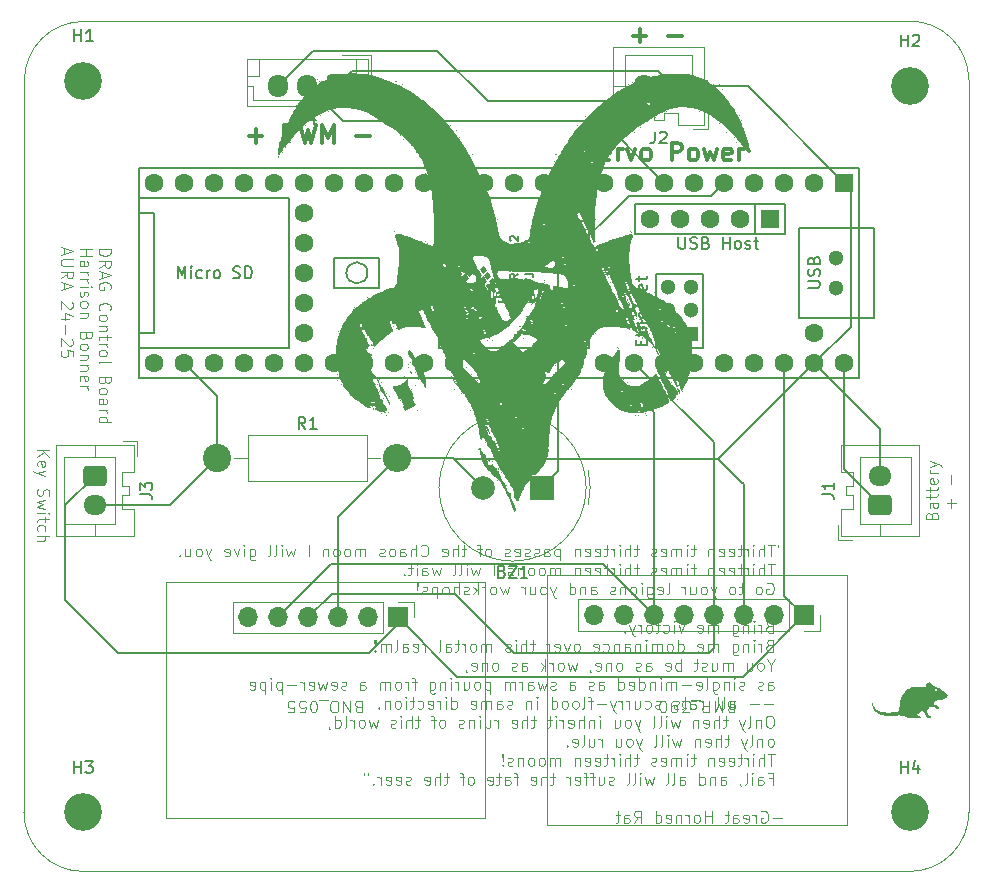
<source format=gbr>
%TF.GenerationSoftware,KiCad,Pcbnew,8.0.5*%
%TF.CreationDate,2025-01-30T22:35:37-06:00*%
%TF.ProjectId,DRAG_SUBSCALE_WIRING,44524147-5f53-4554-9253-43414c455f57,rev?*%
%TF.SameCoordinates,Original*%
%TF.FileFunction,Copper,L1,Top*%
%TF.FilePolarity,Positive*%
%FSLAX46Y46*%
G04 Gerber Fmt 4.6, Leading zero omitted, Abs format (unit mm)*
G04 Created by KiCad (PCBNEW 8.0.5) date 2025-01-30 22:35:37*
%MOMM*%
%LPD*%
G01*
G04 APERTURE LIST*
G04 Aperture macros list*
%AMRoundRect*
0 Rectangle with rounded corners*
0 $1 Rounding radius*
0 $2 $3 $4 $5 $6 $7 $8 $9 X,Y pos of 4 corners*
0 Add a 4 corners polygon primitive as box body*
4,1,4,$2,$3,$4,$5,$6,$7,$8,$9,$2,$3,0*
0 Add four circle primitives for the rounded corners*
1,1,$1+$1,$2,$3*
1,1,$1+$1,$4,$5*
1,1,$1+$1,$6,$7*
1,1,$1+$1,$8,$9*
0 Add four rect primitives between the rounded corners*
20,1,$1+$1,$2,$3,$4,$5,0*
20,1,$1+$1,$4,$5,$6,$7,0*
20,1,$1+$1,$6,$7,$8,$9,0*
20,1,$1+$1,$8,$9,$2,$3,0*%
G04 Aperture macros list end*
%TA.AperFunction,ComponentPad*%
%ADD10R,1.600000X1.600000*%
%TD*%
%TA.AperFunction,ComponentPad*%
%ADD11C,1.600000*%
%TD*%
%TA.AperFunction,ComponentPad*%
%ADD12R,1.300000X1.300000*%
%TD*%
%TA.AperFunction,ComponentPad*%
%ADD13C,1.300000*%
%TD*%
%TA.AperFunction,ComponentPad*%
%ADD14R,1.700000X1.700000*%
%TD*%
%TA.AperFunction,ComponentPad*%
%ADD15O,1.700000X1.700000*%
%TD*%
%TA.AperFunction,ComponentPad*%
%ADD16RoundRect,0.250000X0.600000X0.725000X-0.600000X0.725000X-0.600000X-0.725000X0.600000X-0.725000X0*%
%TD*%
%TA.AperFunction,ComponentPad*%
%ADD17O,1.700000X1.950000*%
%TD*%
%TA.AperFunction,ComponentPad*%
%ADD18C,2.400000*%
%TD*%
%TA.AperFunction,ComponentPad*%
%ADD19O,2.400000X2.400000*%
%TD*%
%TA.AperFunction,ComponentPad*%
%ADD20RoundRect,0.250000X0.725000X-0.600000X0.725000X0.600000X-0.725000X0.600000X-0.725000X-0.600000X0*%
%TD*%
%TA.AperFunction,ComponentPad*%
%ADD21O,1.950000X1.700000*%
%TD*%
%TA.AperFunction,ComponentPad*%
%ADD22R,2.000000X2.000000*%
%TD*%
%TA.AperFunction,ComponentPad*%
%ADD23C,2.000000*%
%TD*%
%TA.AperFunction,ComponentPad*%
%ADD24RoundRect,0.250000X-0.725000X0.600000X-0.725000X-0.600000X0.725000X-0.600000X0.725000X0.600000X0*%
%TD*%
%TA.AperFunction,Conductor*%
%ADD25C,0.200000*%
%TD*%
%ADD26C,0.100000*%
%ADD27C,0.300000*%
%ADD28C,0.000000*%
%ADD29C,3.200000*%
%ADD30R,1.600000X1.600000*%
%ADD31C,1.600000*%
%ADD32R,1.300000X1.300000*%
%ADD33C,1.300000*%
%ADD34R,1.700000X1.700000*%
%ADD35O,1.700000X1.700000*%
%ADD36RoundRect,0.250000X0.600000X0.725000X-0.600000X0.725000X-0.600000X-0.725000X0.600000X-0.725000X0*%
%ADD37O,1.700000X1.950000*%
%ADD38C,2.400000*%
%ADD39O,2.400000X2.400000*%
%ADD40RoundRect,0.250000X0.725000X-0.600000X0.725000X0.600000X-0.725000X0.600000X-0.725000X-0.600000X0*%
%ADD41O,1.950000X1.700000*%
%ADD42R,2.000000X2.000000*%
%ADD43C,2.000000*%
%ADD44RoundRect,0.250000X-0.725000X0.600000X-0.725000X-0.600000X0.725000X-0.600000X0.725000X0.600000X0*%
%ADD45C,0.150000*%
%ADD46C,0.120000*%
%TA.AperFunction,Profile*%
%ADD47C,0.050000*%
%TD*%
G04 APERTURE END LIST*
D10*
%TO.P,U1,1,GND*%
%TO.N,GND*%
X206470000Y-77198400D03*
D11*
%TO.P,U1,2,0_RX1_CRX2_CS1*%
%TO.N,unconnected-(U1-0_RX1_CRX2_CS1-Pad2)*%
X203930000Y-77198400D03*
%TO.P,U1,3,1_TX1_CTX2_MISO1*%
%TO.N,unconnected-(U1-1_TX1_CTX2_MISO1-Pad3)*%
X201390000Y-77198400D03*
%TO.P,U1,4,2_OUT2*%
%TO.N,unconnected-(U1-2_OUT2-Pad4)*%
X198850000Y-77198400D03*
%TO.P,U1,5,3_LRCLK2*%
%TO.N,Net-(BZ1-+)*%
X196310000Y-77198400D03*
%TO.P,U1,6,4_BCLK2*%
%TO.N,unconnected-(U1-4_BCLK2-Pad6)*%
X193770000Y-77198400D03*
%TO.P,U1,7,5_IN2*%
%TO.N,SERVO_PMW*%
X191230000Y-77198400D03*
%TO.P,U1,8,6_OUT1D*%
%TO.N,unconnected-(U1-6_OUT1D-Pad8)*%
X188690000Y-77198400D03*
%TO.P,U1,9,7_RX2_OUT1A*%
%TO.N,unconnected-(U1-7_RX2_OUT1A-Pad9)*%
X186150000Y-77198400D03*
%TO.P,U1,10,8_TX2_IN1*%
%TO.N,unconnected-(U1-8_TX2_IN1-Pad10)*%
X183610000Y-77198400D03*
%TO.P,U1,11,9_OUT1C*%
%TO.N,unconnected-(U1-9_OUT1C-Pad11)*%
X181070000Y-77198400D03*
%TO.P,U1,12,10_CS_MQSR*%
%TO.N,unconnected-(U1-10_CS_MQSR-Pad12)*%
X178530000Y-77198400D03*
%TO.P,U1,13,11_MOSI_CTX1*%
%TO.N,unconnected-(U1-11_MOSI_CTX1-Pad13)*%
X175990000Y-77198400D03*
%TO.P,U1,14,12_MISO_MQSL*%
%TO.N,unconnected-(U1-12_MISO_MQSL-Pad14)*%
X173450000Y-77198400D03*
%TO.P,U1,15,3V3*%
%TO.N,unconnected-(U1-3V3-Pad15)*%
X170910000Y-77198400D03*
%TO.P,U1,16,24_A10_TX6_SCL2*%
%TO.N,unconnected-(U1-24_A10_TX6_SCL2-Pad16)*%
X168370000Y-77198400D03*
%TO.P,U1,17,25_A11_RX6_SDA2*%
%TO.N,unconnected-(U1-25_A11_RX6_SDA2-Pad17)*%
X165830000Y-77198400D03*
%TO.P,U1,18,26_A12_MOSI1*%
%TO.N,unconnected-(U1-26_A12_MOSI1-Pad18)*%
X163290000Y-77198400D03*
%TO.P,U1,19,27_A13_SCK1*%
%TO.N,unconnected-(U1-27_A13_SCK1-Pad19)*%
X160750000Y-77198400D03*
%TO.P,U1,20,28_RX7*%
%TO.N,unconnected-(U1-28_RX7-Pad20)*%
X158210000Y-77198400D03*
%TO.P,U1,21,29_TX7*%
%TO.N,unconnected-(U1-29_TX7-Pad21)*%
X155670000Y-77198400D03*
%TO.P,U1,22,30_CRX3*%
%TO.N,unconnected-(U1-30_CRX3-Pad22)*%
X153130000Y-77198400D03*
%TO.P,U1,23,31_CTX3*%
%TO.N,unconnected-(U1-31_CTX3-Pad23)*%
X150590000Y-77198400D03*
%TO.P,U1,24,32_OUT1B*%
%TO.N,unconnected-(U1-32_OUT1B-Pad24)*%
X148050000Y-77198400D03*
%TO.P,U1,25,33_MCLK2*%
%TO.N,unconnected-(U1-33_MCLK2-Pad25)*%
X148050000Y-92438400D03*
%TO.P,U1,26,34_RX8*%
%TO.N,Net-(J3-Pin_2)*%
X150590000Y-92438400D03*
%TO.P,U1,27,35_TX8*%
%TO.N,unconnected-(U1-35_TX8-Pad27)*%
X153130000Y-92438400D03*
%TO.P,U1,28,36_CS*%
%TO.N,unconnected-(U1-36_CS-Pad28)*%
X155670000Y-92438400D03*
%TO.P,U1,29,37_CS*%
%TO.N,unconnected-(U1-37_CS-Pad29)*%
X158210000Y-92438400D03*
%TO.P,U1,30,38_CS1_IN1*%
%TO.N,unconnected-(U1-38_CS1_IN1-Pad30)*%
X160750000Y-92438400D03*
%TO.P,U1,31,39_MISO1_OUT1A*%
%TO.N,unconnected-(U1-39_MISO1_OUT1A-Pad31)*%
X163290000Y-92438400D03*
%TO.P,U1,32,40_A16*%
%TO.N,unconnected-(U1-40_A16-Pad32)*%
X165830000Y-92438400D03*
%TO.P,U1,33,41_A17*%
%TO.N,unconnected-(U1-41_A17-Pad33)*%
X168370000Y-92438400D03*
%TO.P,U1,34,GND*%
%TO.N,unconnected-(U1-GND-Pad34)*%
X170910000Y-92438400D03*
%TO.P,U1,35,13_SCK_LED*%
%TO.N,unconnected-(U1-13_SCK_LED-Pad35)*%
X173450000Y-92438400D03*
%TO.P,U1,36,14_A0_TX3_SPDIF_OUT*%
%TO.N,unconnected-(U1-14_A0_TX3_SPDIF_OUT-Pad36)*%
X175990000Y-92438400D03*
%TO.P,U1,37,15_A1_RX3_SPDIF_IN*%
%TO.N,unconnected-(U1-15_A1_RX3_SPDIF_IN-Pad37)*%
X178530000Y-92438400D03*
%TO.P,U1,38,16_A2_RX4_SCL1*%
%TO.N,unconnected-(U1-16_A2_RX4_SCL1-Pad38)*%
X181070000Y-92438400D03*
%TO.P,U1,39,17_A3_TX4_SDA1*%
%TO.N,unconnected-(U1-17_A3_TX4_SDA1-Pad39)*%
X183610000Y-92438400D03*
%TO.P,U1,40,18_A4_SDA*%
%TO.N,SDA*%
X186150000Y-92438400D03*
%TO.P,U1,41,19_A5_SCL*%
%TO.N,SCL*%
X188690000Y-92438400D03*
%TO.P,U1,42,20_A6_TX5_LRCLK1*%
%TO.N,unconnected-(U1-20_A6_TX5_LRCLK1-Pad42)*%
X191230000Y-92438400D03*
%TO.P,U1,43,21_A7_RX5_BCLK1*%
%TO.N,unconnected-(U1-21_A7_RX5_BCLK1-Pad43)*%
X193770000Y-92438400D03*
%TO.P,U1,44,22_A8_CTX1*%
%TO.N,unconnected-(U1-22_A8_CTX1-Pad44)*%
X196310000Y-92438400D03*
%TO.P,U1,45,23_A9_CRX1_MCLK1*%
%TO.N,unconnected-(U1-23_A9_CRX1_MCLK1-Pad45)*%
X198850000Y-92438400D03*
%TO.P,U1,46,3V3*%
%TO.N,3v3*%
X201390000Y-92438400D03*
%TO.P,U1,47,GND*%
%TO.N,GND*%
X203930000Y-92438400D03*
%TO.P,U1,48,VIN*%
%TO.N,Net-(J1-Pin_1)*%
X206470000Y-92438400D03*
%TO.P,U1,49,VUSB*%
%TO.N,unconnected-(U1-VUSB-Pad49)*%
X203930000Y-89898400D03*
%TO.P,U1,50,VBAT*%
%TO.N,unconnected-(U1-VBAT-Pad50)*%
X160750000Y-79738400D03*
%TO.P,U1,51,3V3*%
%TO.N,unconnected-(U1-3V3-Pad51)*%
X160750000Y-82278400D03*
%TO.P,U1,52,GND*%
%TO.N,unconnected-(U1-GND-Pad52)*%
X160750000Y-84818400D03*
%TO.P,U1,53,PROGRAM*%
%TO.N,unconnected-(U1-PROGRAM-Pad53)*%
X160750000Y-87358400D03*
%TO.P,U1,54,ON_OFF*%
%TO.N,unconnected-(U1-ON_OFF-Pad54)*%
X160750000Y-89898400D03*
D10*
%TO.P,U1,55,5V*%
%TO.N,unconnected-(U1-5V-Pad55)*%
X200170800Y-80249200D03*
D11*
%TO.P,U1,56,D-*%
%TO.N,unconnected-(U1-D--Pad56)*%
X197630800Y-80249200D03*
%TO.P,U1,57,D+*%
%TO.N,unconnected-(U1-D+-Pad57)*%
X195090800Y-80249200D03*
%TO.P,U1,58,GND*%
%TO.N,unconnected-(U1-GND-Pad58)*%
X192550800Y-80249200D03*
%TO.P,U1,59,GND*%
%TO.N,unconnected-(U1-GND-Pad59)*%
X190010800Y-80249200D03*
D12*
%TO.P,U1,60,R+*%
%TO.N,unconnected-(U1-R+-Pad60)*%
X193500000Y-90000000D03*
D13*
%TO.P,U1,61,LED*%
%TO.N,unconnected-(U1-LED-Pad61)*%
X193500000Y-88000000D03*
%TO.P,U1,62,T-*%
%TO.N,unconnected-(U1-T--Pad62)*%
X193500000Y-86000000D03*
%TO.P,U1,63,T+*%
%TO.N,unconnected-(U1-T+-Pad63)*%
X191500000Y-86000000D03*
%TO.P,U1,64,GND*%
%TO.N,unconnected-(U1-GND-Pad64)*%
X191500000Y-88000000D03*
%TO.P,U1,65,R-*%
%TO.N,unconnected-(U1-R--Pad65)*%
X191500000Y-90000000D03*
%TO.P,U1,66,D-*%
%TO.N,unconnected-(U1-D--Pad66)*%
X205740000Y-86088400D03*
%TO.P,U1,67,D+*%
%TO.N,unconnected-(U1-D+-Pad67)*%
X205740000Y-83548400D03*
%TD*%
D14*
%TO.P,BNO_055,1,Vin*%
%TO.N,3v3*%
X168700000Y-114000000D03*
D15*
%TO.P,BNO_055,2,3V*%
%TO.N,unconnected-(BNO_055-3V-Pad2)*%
X166160000Y-114000000D03*
%TO.P,BNO_055,3,GND*%
%TO.N,GND*%
X163620000Y-114000000D03*
%TO.P,BNO_055,4,SCL*%
%TO.N,SCL*%
X161080000Y-114000000D03*
%TO.P,BNO_055,5,SDA*%
%TO.N,SDA*%
X158540000Y-114000000D03*
%TO.P,BNO_055,6,RST*%
%TO.N,unconnected-(BNO_055-RST-Pad6)*%
X156000000Y-114000000D03*
%TD*%
D16*
%TO.P,J2,1,Pin_1*%
%TO.N,GND*%
X192000000Y-69000000D03*
D17*
%TO.P,J2,2,Pin_2*%
%TO.N,SERVO_POWER*%
X189500000Y-69000000D03*
%TD*%
D18*
%TO.P,R1,1*%
%TO.N,Net-(J3-Pin_2)*%
X153380000Y-100500000D03*
D19*
%TO.P,R1,2*%
%TO.N,GND*%
X168620000Y-100500000D03*
%TD*%
D14*
%TO.P,BMP_390,1,Vin*%
%TO.N,3v3*%
X203050000Y-113800000D03*
D15*
%TO.P,BMP_390,2,3V*%
%TO.N,unconnected-(BMP_390-3V-Pad2)*%
X200510000Y-113800000D03*
%TO.P,BMP_390,3,GND*%
%TO.N,GND*%
X197970000Y-113800000D03*
%TO.P,BMP_390,4,SCL*%
%TO.N,SCL*%
X195430000Y-113800000D03*
%TO.P,BMP_390,5,SDO*%
%TO.N,unconnected-(BMP_390-SDO-Pad5)*%
X192890000Y-113800000D03*
%TO.P,BMP_390,6,SDA*%
%TO.N,SDA*%
X190350000Y-113800000D03*
%TO.P,BMP_390,7,CS*%
%TO.N,unconnected-(BMP_390-CS-Pad7)*%
X187810000Y-113800000D03*
%TO.P,BMP_390,8,INT*%
%TO.N,unconnected-(BMP_390-INT-Pad8)*%
X185270000Y-113800000D03*
%TD*%
D16*
%TO.P,J4,1,Pin_1*%
%TO.N,GND*%
X163500000Y-69000000D03*
D17*
%TO.P,J4,2,Pin_2*%
%TO.N,SERVO_PMW*%
X161000000Y-69000000D03*
%TO.P,J4,3,Pin_3*%
%TO.N,SERVO_POWER*%
X158500000Y-69000000D03*
%TD*%
D20*
%TO.P,J1,1,Pin_1*%
%TO.N,Net-(J1-Pin_1)*%
X209500000Y-104500000D03*
D21*
%TO.P,J1,2,Pin_2*%
%TO.N,GND*%
X209500000Y-102000000D03*
%TD*%
D22*
%TO.P,BZ1,1,+*%
%TO.N,Net-(BZ1-+)*%
X180870785Y-103000000D03*
D23*
%TO.P,BZ1,2,-*%
%TO.N,GND*%
X175870785Y-103000000D03*
%TD*%
D24*
%TO.P,J3,1,Pin_1*%
%TO.N,3v3*%
X143000000Y-102000000D03*
D21*
%TO.P,J3,2,Pin_2*%
%TO.N,Net-(J3-Pin_2)*%
X143000000Y-104500000D03*
%TD*%
D25*
%TO.N,Net-(BZ1-+)*%
X195210000Y-78298400D02*
X196310000Y-77198400D01*
X188201600Y-78298400D02*
X195210000Y-78298400D01*
X182245000Y-84255000D02*
X188201600Y-78298400D01*
X180870785Y-103000000D02*
X182245000Y-101625785D01*
X182245000Y-101625785D02*
X182245000Y-84255000D01*
%TO.N,3v3*%
X166210000Y-117000000D02*
X168700000Y-114510000D01*
X145000000Y-117000000D02*
X166210000Y-117000000D01*
X140500000Y-112500000D02*
X145000000Y-117000000D01*
X140500000Y-104500000D02*
X140500000Y-112500000D01*
X168700000Y-114510000D02*
X168700000Y-114000000D01*
X143000000Y-102000000D02*
X140500000Y-104500000D01*
X197850000Y-119000000D02*
X203050000Y-113800000D01*
X173700000Y-119000000D02*
X197850000Y-119000000D01*
X168700000Y-114000000D02*
X173700000Y-119000000D01*
%TO.N,SCL*%
X195430000Y-113800000D02*
X195430000Y-99178400D01*
X195430000Y-116570000D02*
X195000000Y-117000000D01*
X163080000Y-112000000D02*
X161080000Y-114000000D01*
X195430000Y-99178400D02*
X188690000Y-92438400D01*
X195430000Y-113800000D02*
X195430000Y-116570000D01*
X178500000Y-117000000D02*
X173500000Y-112000000D01*
X173500000Y-112000000D02*
X163080000Y-112000000D01*
X195000000Y-117000000D02*
X178500000Y-117000000D01*
%TO.N,3v3*%
X201390000Y-112140000D02*
X203050000Y-113800000D01*
X201390000Y-92438400D02*
X201390000Y-112140000D01*
%TO.N,SDA*%
X190350000Y-113800000D02*
X190350000Y-96638400D01*
X163040000Y-109500000D02*
X158540000Y-114000000D01*
X186050000Y-109500000D02*
X163040000Y-109500000D01*
X190350000Y-96638400D02*
X186150000Y-92438400D01*
X190350000Y-113800000D02*
X186050000Y-109500000D01*
%TO.N,Net-(J1-Pin_1)*%
X209500000Y-104500000D02*
X206470000Y-101470000D01*
X206470000Y-101470000D02*
X206470000Y-92438400D01*
%TO.N,Net-(J3-Pin_2)*%
X143000000Y-104500000D02*
X149380000Y-104500000D01*
X149380000Y-104500000D02*
X153380000Y-100500000D01*
X153380000Y-95228400D02*
X150590000Y-92438400D01*
X153380000Y-100500000D02*
X153380000Y-95228400D01*
%TO.N,SERVO_POWER*%
X189500000Y-69000000D02*
X188225000Y-70275000D01*
X172000000Y-66000000D02*
X161500000Y-66000000D01*
X161500000Y-66000000D02*
X158500000Y-69000000D01*
X188225000Y-70275000D02*
X176275000Y-70275000D01*
X176275000Y-70275000D02*
X172000000Y-66000000D01*
%TO.N,SERVO_PMW*%
X186031600Y-72000000D02*
X191230000Y-77198400D01*
X164000000Y-72000000D02*
X186031600Y-72000000D01*
X161000000Y-69000000D02*
X164000000Y-72000000D01*
%TD*%
D10*
%TO.P,U1,1,GND*%
%TO.N,GND*%
X206470000Y-77198400D03*
D11*
%TO.P,U1,2,0_RX1_CRX2_CS1*%
%TO.N,unconnected-(U1-0_RX1_CRX2_CS1-Pad2)*%
X203930000Y-77198400D03*
%TO.P,U1,3,1_TX1_CTX2_MISO1*%
%TO.N,unconnected-(U1-1_TX1_CTX2_MISO1-Pad3)*%
X201390000Y-77198400D03*
%TO.P,U1,4,2_OUT2*%
%TO.N,unconnected-(U1-2_OUT2-Pad4)*%
X198850000Y-77198400D03*
%TO.P,U1,5,3_LRCLK2*%
%TO.N,Net-(BZ1-+)*%
X196310000Y-77198400D03*
%TO.P,U1,6,4_BCLK2*%
%TO.N,unconnected-(U1-4_BCLK2-Pad6)*%
X193770000Y-77198400D03*
%TO.P,U1,7,5_IN2*%
%TO.N,SERVO_PMW*%
X191230000Y-77198400D03*
%TO.P,U1,8,6_OUT1D*%
%TO.N,unconnected-(U1-6_OUT1D-Pad8)*%
X188690000Y-77198400D03*
%TO.P,U1,9,7_RX2_OUT1A*%
%TO.N,unconnected-(U1-7_RX2_OUT1A-Pad9)*%
X186150000Y-77198400D03*
%TO.P,U1,10,8_TX2_IN1*%
%TO.N,unconnected-(U1-8_TX2_IN1-Pad10)*%
X183610000Y-77198400D03*
%TO.P,U1,11,9_OUT1C*%
%TO.N,unconnected-(U1-9_OUT1C-Pad11)*%
X181070000Y-77198400D03*
%TO.P,U1,12,10_CS_MQSR*%
%TO.N,unconnected-(U1-10_CS_MQSR-Pad12)*%
X178530000Y-77198400D03*
%TO.P,U1,13,11_MOSI_CTX1*%
%TO.N,unconnected-(U1-11_MOSI_CTX1-Pad13)*%
X175990000Y-77198400D03*
%TO.P,U1,14,12_MISO_MQSL*%
%TO.N,unconnected-(U1-12_MISO_MQSL-Pad14)*%
X173450000Y-77198400D03*
%TO.P,U1,15,3V3*%
%TO.N,unconnected-(U1-3V3-Pad15)*%
X170910000Y-77198400D03*
%TO.P,U1,16,24_A10_TX6_SCL2*%
%TO.N,unconnected-(U1-24_A10_TX6_SCL2-Pad16)*%
X168370000Y-77198400D03*
%TO.P,U1,17,25_A11_RX6_SDA2*%
%TO.N,unconnected-(U1-25_A11_RX6_SDA2-Pad17)*%
X165830000Y-77198400D03*
%TO.P,U1,18,26_A12_MOSI1*%
%TO.N,unconnected-(U1-26_A12_MOSI1-Pad18)*%
X163290000Y-77198400D03*
%TO.P,U1,19,27_A13_SCK1*%
%TO.N,unconnected-(U1-27_A13_SCK1-Pad19)*%
X160750000Y-77198400D03*
%TO.P,U1,20,28_RX7*%
%TO.N,unconnected-(U1-28_RX7-Pad20)*%
X158210000Y-77198400D03*
%TO.P,U1,21,29_TX7*%
%TO.N,unconnected-(U1-29_TX7-Pad21)*%
X155670000Y-77198400D03*
%TO.P,U1,22,30_CRX3*%
%TO.N,unconnected-(U1-30_CRX3-Pad22)*%
X153130000Y-77198400D03*
%TO.P,U1,23,31_CTX3*%
%TO.N,unconnected-(U1-31_CTX3-Pad23)*%
X150590000Y-77198400D03*
%TO.P,U1,24,32_OUT1B*%
%TO.N,unconnected-(U1-32_OUT1B-Pad24)*%
X148050000Y-77198400D03*
%TO.P,U1,25,33_MCLK2*%
%TO.N,unconnected-(U1-33_MCLK2-Pad25)*%
X148050000Y-92438400D03*
%TO.P,U1,26,34_RX8*%
%TO.N,Net-(J3-Pin_2)*%
X150590000Y-92438400D03*
%TO.P,U1,27,35_TX8*%
%TO.N,unconnected-(U1-35_TX8-Pad27)*%
X153130000Y-92438400D03*
%TO.P,U1,28,36_CS*%
%TO.N,unconnected-(U1-36_CS-Pad28)*%
X155670000Y-92438400D03*
%TO.P,U1,29,37_CS*%
%TO.N,unconnected-(U1-37_CS-Pad29)*%
X158210000Y-92438400D03*
%TO.P,U1,30,38_CS1_IN1*%
%TO.N,unconnected-(U1-38_CS1_IN1-Pad30)*%
X160750000Y-92438400D03*
%TO.P,U1,31,39_MISO1_OUT1A*%
%TO.N,unconnected-(U1-39_MISO1_OUT1A-Pad31)*%
X163290000Y-92438400D03*
%TO.P,U1,32,40_A16*%
%TO.N,unconnected-(U1-40_A16-Pad32)*%
X165830000Y-92438400D03*
%TO.P,U1,33,41_A17*%
%TO.N,unconnected-(U1-41_A17-Pad33)*%
X168370000Y-92438400D03*
%TO.P,U1,34,GND*%
%TO.N,unconnected-(U1-GND-Pad34)*%
X170910000Y-92438400D03*
%TO.P,U1,35,13_SCK_LED*%
%TO.N,unconnected-(U1-13_SCK_LED-Pad35)*%
X173450000Y-92438400D03*
%TO.P,U1,36,14_A0_TX3_SPDIF_OUT*%
%TO.N,unconnected-(U1-14_A0_TX3_SPDIF_OUT-Pad36)*%
X175990000Y-92438400D03*
%TO.P,U1,37,15_A1_RX3_SPDIF_IN*%
%TO.N,unconnected-(U1-15_A1_RX3_SPDIF_IN-Pad37)*%
X178530000Y-92438400D03*
%TO.P,U1,38,16_A2_RX4_SCL1*%
%TO.N,unconnected-(U1-16_A2_RX4_SCL1-Pad38)*%
X181070000Y-92438400D03*
%TO.P,U1,39,17_A3_TX4_SDA1*%
%TO.N,unconnected-(U1-17_A3_TX4_SDA1-Pad39)*%
X183610000Y-92438400D03*
%TO.P,U1,40,18_A4_SDA*%
%TO.N,SDA*%
X186150000Y-92438400D03*
%TO.P,U1,41,19_A5_SCL*%
%TO.N,SCL*%
X188690000Y-92438400D03*
%TO.P,U1,42,20_A6_TX5_LRCLK1*%
%TO.N,unconnected-(U1-20_A6_TX5_LRCLK1-Pad42)*%
X191230000Y-92438400D03*
%TO.P,U1,43,21_A7_RX5_BCLK1*%
%TO.N,unconnected-(U1-21_A7_RX5_BCLK1-Pad43)*%
X193770000Y-92438400D03*
%TO.P,U1,44,22_A8_CTX1*%
%TO.N,unconnected-(U1-22_A8_CTX1-Pad44)*%
X196310000Y-92438400D03*
%TO.P,U1,45,23_A9_CRX1_MCLK1*%
%TO.N,unconnected-(U1-23_A9_CRX1_MCLK1-Pad45)*%
X198850000Y-92438400D03*
%TO.P,U1,46,3V3*%
%TO.N,3v3*%
X201390000Y-92438400D03*
%TO.P,U1,47,GND*%
%TO.N,GND*%
X203930000Y-92438400D03*
%TO.P,U1,48,VIN*%
%TO.N,Net-(J1-Pin_1)*%
X206470000Y-92438400D03*
%TO.P,U1,49,VUSB*%
%TO.N,unconnected-(U1-VUSB-Pad49)*%
X203930000Y-89898400D03*
%TO.P,U1,50,VBAT*%
%TO.N,unconnected-(U1-VBAT-Pad50)*%
X160750000Y-79738400D03*
%TO.P,U1,51,3V3*%
%TO.N,unconnected-(U1-3V3-Pad51)*%
X160750000Y-82278400D03*
%TO.P,U1,52,GND*%
%TO.N,unconnected-(U1-GND-Pad52)*%
X160750000Y-84818400D03*
%TO.P,U1,53,PROGRAM*%
%TO.N,unconnected-(U1-PROGRAM-Pad53)*%
X160750000Y-87358400D03*
%TO.P,U1,54,ON_OFF*%
%TO.N,unconnected-(U1-ON_OFF-Pad54)*%
X160750000Y-89898400D03*
D10*
%TO.P,U1,55,5V*%
%TO.N,unconnected-(U1-5V-Pad55)*%
X200170800Y-80249200D03*
D11*
%TO.P,U1,56,D-*%
%TO.N,unconnected-(U1-D--Pad56)*%
X197630800Y-80249200D03*
%TO.P,U1,57,D+*%
%TO.N,unconnected-(U1-D+-Pad57)*%
X195090800Y-80249200D03*
%TO.P,U1,58,GND*%
%TO.N,unconnected-(U1-GND-Pad58)*%
X192550800Y-80249200D03*
%TO.P,U1,59,GND*%
%TO.N,unconnected-(U1-GND-Pad59)*%
X190010800Y-80249200D03*
D12*
%TO.P,U1,60,R+*%
%TO.N,unconnected-(U1-R+-Pad60)*%
X193500000Y-90000000D03*
D13*
%TO.P,U1,61,LED*%
%TO.N,unconnected-(U1-LED-Pad61)*%
X193500000Y-88000000D03*
%TO.P,U1,62,T-*%
%TO.N,unconnected-(U1-T--Pad62)*%
X193500000Y-86000000D03*
%TO.P,U1,63,T+*%
%TO.N,unconnected-(U1-T+-Pad63)*%
X191500000Y-86000000D03*
%TO.P,U1,64,GND*%
%TO.N,unconnected-(U1-GND-Pad64)*%
X191500000Y-88000000D03*
%TO.P,U1,65,R-*%
%TO.N,unconnected-(U1-R--Pad65)*%
X191500000Y-90000000D03*
%TO.P,U1,66,D-*%
%TO.N,unconnected-(U1-D--Pad66)*%
X205740000Y-86088400D03*
%TO.P,U1,67,D+*%
%TO.N,unconnected-(U1-D+-Pad67)*%
X205740000Y-83548400D03*
%TD*%
D14*
%TO.P,BNO_055,1,Vin*%
%TO.N,3v3*%
X168700000Y-114000000D03*
D15*
%TO.P,BNO_055,2,3V*%
%TO.N,unconnected-(BNO_055-3V-Pad2)*%
X166160000Y-114000000D03*
%TO.P,BNO_055,3,GND*%
%TO.N,GND*%
X163620000Y-114000000D03*
%TO.P,BNO_055,4,SCL*%
%TO.N,SCL*%
X161080000Y-114000000D03*
%TO.P,BNO_055,5,SDA*%
%TO.N,SDA*%
X158540000Y-114000000D03*
%TO.P,BNO_055,6,RST*%
%TO.N,unconnected-(BNO_055-RST-Pad6)*%
X156000000Y-114000000D03*
%TD*%
D16*
%TO.P,J2,1,Pin_1*%
%TO.N,GND*%
X192000000Y-69000000D03*
D17*
%TO.P,J2,2,Pin_2*%
%TO.N,SERVO_POWER*%
X189500000Y-69000000D03*
%TD*%
D18*
%TO.P,R1,1*%
%TO.N,Net-(J3-Pin_2)*%
X153380000Y-100500000D03*
D19*
%TO.P,R1,2*%
%TO.N,GND*%
X168620000Y-100500000D03*
%TD*%
D14*
%TO.P,BMP_390,1,Vin*%
%TO.N,3v3*%
X203050000Y-113800000D03*
D15*
%TO.P,BMP_390,2,3V*%
%TO.N,unconnected-(BMP_390-3V-Pad2)*%
X200510000Y-113800000D03*
%TO.P,BMP_390,3,GND*%
%TO.N,GND*%
X197970000Y-113800000D03*
%TO.P,BMP_390,4,SCL*%
%TO.N,SCL*%
X195430000Y-113800000D03*
%TO.P,BMP_390,5,SDO*%
%TO.N,unconnected-(BMP_390-SDO-Pad5)*%
X192890000Y-113800000D03*
%TO.P,BMP_390,6,SDA*%
%TO.N,SDA*%
X190350000Y-113800000D03*
%TO.P,BMP_390,7,CS*%
%TO.N,unconnected-(BMP_390-CS-Pad7)*%
X187810000Y-113800000D03*
%TO.P,BMP_390,8,INT*%
%TO.N,unconnected-(BMP_390-INT-Pad8)*%
X185270000Y-113800000D03*
%TD*%
D16*
%TO.P,J4,1,Pin_1*%
%TO.N,GND*%
X163500000Y-69000000D03*
D17*
%TO.P,J4,2,Pin_2*%
%TO.N,SERVO_PMW*%
X161000000Y-69000000D03*
%TO.P,J4,3,Pin_3*%
%TO.N,SERVO_POWER*%
X158500000Y-69000000D03*
%TD*%
D20*
%TO.P,J1,1,Pin_1*%
%TO.N,Net-(J1-Pin_1)*%
X209500000Y-104500000D03*
D21*
%TO.P,J1,2,Pin_2*%
%TO.N,GND*%
X209500000Y-102000000D03*
%TD*%
D22*
%TO.P,BZ1,1,+*%
%TO.N,Net-(BZ1-+)*%
X180870785Y-103000000D03*
D23*
%TO.P,BZ1,2,-*%
%TO.N,GND*%
X175870785Y-103000000D03*
%TD*%
D24*
%TO.P,J3,1,Pin_1*%
%TO.N,3v3*%
X143000000Y-102000000D03*
D21*
%TO.P,J3,2,Pin_2*%
%TO.N,Net-(J3-Pin_2)*%
X143000000Y-104500000D03*
%TD*%
D25*
%TO.N,GND*%
X209500000Y-98008400D02*
X203930000Y-92438400D01*
X197739184Y-102500000D02*
X195803792Y-100564608D01*
X197970000Y-102730816D02*
X197739184Y-102500000D01*
X163620000Y-105500000D02*
X168620000Y-100500000D01*
X173435392Y-100564608D02*
X175870785Y-103000000D01*
X173435392Y-100564608D02*
X183144608Y-100564608D01*
X168620000Y-100500000D02*
X173370785Y-100500000D01*
X203930000Y-92438400D02*
X207000000Y-89368400D01*
X195803792Y-100564608D02*
X203930000Y-92438400D01*
X207000000Y-77728400D02*
X206470000Y-77198400D01*
X209500000Y-102000000D02*
X209500000Y-98008400D01*
X173370785Y-100500000D02*
X173435392Y-100564608D01*
X190725000Y-67725000D02*
X164775000Y-67725000D01*
X192000000Y-69000000D02*
X190725000Y-67725000D01*
X163620000Y-114000000D02*
X163620000Y-105500000D01*
X183144608Y-100564608D02*
X195803792Y-100564608D01*
X198271600Y-69000000D02*
X192000000Y-69000000D01*
X197970000Y-113800000D02*
X197970000Y-102730816D01*
X207000000Y-89368400D02*
X207000000Y-77728400D01*
X206470000Y-77198400D02*
X198271600Y-69000000D01*
X164775000Y-67725000D02*
X163500000Y-69000000D01*
%TD*%
D26*
X201243734Y-107833203D02*
X201243734Y-108023679D01*
X200862782Y-107833203D02*
X200862782Y-108023679D01*
X200577067Y-107833203D02*
X200005639Y-107833203D01*
X200291353Y-108833203D02*
X200291353Y-107833203D01*
X199672305Y-108833203D02*
X199672305Y-107833203D01*
X199243734Y-108833203D02*
X199243734Y-108309393D01*
X199243734Y-108309393D02*
X199291353Y-108214155D01*
X199291353Y-108214155D02*
X199386591Y-108166536D01*
X199386591Y-108166536D02*
X199529448Y-108166536D01*
X199529448Y-108166536D02*
X199624686Y-108214155D01*
X199624686Y-108214155D02*
X199672305Y-108261774D01*
X198767543Y-108833203D02*
X198767543Y-108166536D01*
X198767543Y-107833203D02*
X198815162Y-107880822D01*
X198815162Y-107880822D02*
X198767543Y-107928441D01*
X198767543Y-107928441D02*
X198719924Y-107880822D01*
X198719924Y-107880822D02*
X198767543Y-107833203D01*
X198767543Y-107833203D02*
X198767543Y-107928441D01*
X198291353Y-108833203D02*
X198291353Y-108166536D01*
X198291353Y-108357012D02*
X198243734Y-108261774D01*
X198243734Y-108261774D02*
X198196115Y-108214155D01*
X198196115Y-108214155D02*
X198100877Y-108166536D01*
X198100877Y-108166536D02*
X198005639Y-108166536D01*
X197815162Y-108166536D02*
X197434210Y-108166536D01*
X197672305Y-107833203D02*
X197672305Y-108690345D01*
X197672305Y-108690345D02*
X197624686Y-108785584D01*
X197624686Y-108785584D02*
X197529448Y-108833203D01*
X197529448Y-108833203D02*
X197434210Y-108833203D01*
X196719924Y-108785584D02*
X196815162Y-108833203D01*
X196815162Y-108833203D02*
X197005638Y-108833203D01*
X197005638Y-108833203D02*
X197100876Y-108785584D01*
X197100876Y-108785584D02*
X197148495Y-108690345D01*
X197148495Y-108690345D02*
X197148495Y-108309393D01*
X197148495Y-108309393D02*
X197100876Y-108214155D01*
X197100876Y-108214155D02*
X197005638Y-108166536D01*
X197005638Y-108166536D02*
X196815162Y-108166536D01*
X196815162Y-108166536D02*
X196719924Y-108214155D01*
X196719924Y-108214155D02*
X196672305Y-108309393D01*
X196672305Y-108309393D02*
X196672305Y-108404631D01*
X196672305Y-108404631D02*
X197148495Y-108499869D01*
X195862781Y-108785584D02*
X195958019Y-108833203D01*
X195958019Y-108833203D02*
X196148495Y-108833203D01*
X196148495Y-108833203D02*
X196243733Y-108785584D01*
X196243733Y-108785584D02*
X196291352Y-108690345D01*
X196291352Y-108690345D02*
X196291352Y-108309393D01*
X196291352Y-108309393D02*
X196243733Y-108214155D01*
X196243733Y-108214155D02*
X196148495Y-108166536D01*
X196148495Y-108166536D02*
X195958019Y-108166536D01*
X195958019Y-108166536D02*
X195862781Y-108214155D01*
X195862781Y-108214155D02*
X195815162Y-108309393D01*
X195815162Y-108309393D02*
X195815162Y-108404631D01*
X195815162Y-108404631D02*
X196291352Y-108499869D01*
X195386590Y-108166536D02*
X195386590Y-108833203D01*
X195386590Y-108261774D02*
X195338971Y-108214155D01*
X195338971Y-108214155D02*
X195243733Y-108166536D01*
X195243733Y-108166536D02*
X195100876Y-108166536D01*
X195100876Y-108166536D02*
X195005638Y-108214155D01*
X195005638Y-108214155D02*
X194958019Y-108309393D01*
X194958019Y-108309393D02*
X194958019Y-108833203D01*
X193862780Y-108166536D02*
X193481828Y-108166536D01*
X193719923Y-107833203D02*
X193719923Y-108690345D01*
X193719923Y-108690345D02*
X193672304Y-108785584D01*
X193672304Y-108785584D02*
X193577066Y-108833203D01*
X193577066Y-108833203D02*
X193481828Y-108833203D01*
X193148494Y-108833203D02*
X193148494Y-108166536D01*
X193148494Y-107833203D02*
X193196113Y-107880822D01*
X193196113Y-107880822D02*
X193148494Y-107928441D01*
X193148494Y-107928441D02*
X193100875Y-107880822D01*
X193100875Y-107880822D02*
X193148494Y-107833203D01*
X193148494Y-107833203D02*
X193148494Y-107928441D01*
X192672304Y-108833203D02*
X192672304Y-108166536D01*
X192672304Y-108261774D02*
X192624685Y-108214155D01*
X192624685Y-108214155D02*
X192529447Y-108166536D01*
X192529447Y-108166536D02*
X192386590Y-108166536D01*
X192386590Y-108166536D02*
X192291352Y-108214155D01*
X192291352Y-108214155D02*
X192243733Y-108309393D01*
X192243733Y-108309393D02*
X192243733Y-108833203D01*
X192243733Y-108309393D02*
X192196114Y-108214155D01*
X192196114Y-108214155D02*
X192100876Y-108166536D01*
X192100876Y-108166536D02*
X191958019Y-108166536D01*
X191958019Y-108166536D02*
X191862780Y-108214155D01*
X191862780Y-108214155D02*
X191815161Y-108309393D01*
X191815161Y-108309393D02*
X191815161Y-108833203D01*
X190958019Y-108785584D02*
X191053257Y-108833203D01*
X191053257Y-108833203D02*
X191243733Y-108833203D01*
X191243733Y-108833203D02*
X191338971Y-108785584D01*
X191338971Y-108785584D02*
X191386590Y-108690345D01*
X191386590Y-108690345D02*
X191386590Y-108309393D01*
X191386590Y-108309393D02*
X191338971Y-108214155D01*
X191338971Y-108214155D02*
X191243733Y-108166536D01*
X191243733Y-108166536D02*
X191053257Y-108166536D01*
X191053257Y-108166536D02*
X190958019Y-108214155D01*
X190958019Y-108214155D02*
X190910400Y-108309393D01*
X190910400Y-108309393D02*
X190910400Y-108404631D01*
X190910400Y-108404631D02*
X191386590Y-108499869D01*
X190529447Y-108785584D02*
X190434209Y-108833203D01*
X190434209Y-108833203D02*
X190243733Y-108833203D01*
X190243733Y-108833203D02*
X190148495Y-108785584D01*
X190148495Y-108785584D02*
X190100876Y-108690345D01*
X190100876Y-108690345D02*
X190100876Y-108642726D01*
X190100876Y-108642726D02*
X190148495Y-108547488D01*
X190148495Y-108547488D02*
X190243733Y-108499869D01*
X190243733Y-108499869D02*
X190386590Y-108499869D01*
X190386590Y-108499869D02*
X190481828Y-108452250D01*
X190481828Y-108452250D02*
X190529447Y-108357012D01*
X190529447Y-108357012D02*
X190529447Y-108309393D01*
X190529447Y-108309393D02*
X190481828Y-108214155D01*
X190481828Y-108214155D02*
X190386590Y-108166536D01*
X190386590Y-108166536D02*
X190243733Y-108166536D01*
X190243733Y-108166536D02*
X190148495Y-108214155D01*
X189053256Y-108166536D02*
X188672304Y-108166536D01*
X188910399Y-107833203D02*
X188910399Y-108690345D01*
X188910399Y-108690345D02*
X188862780Y-108785584D01*
X188862780Y-108785584D02*
X188767542Y-108833203D01*
X188767542Y-108833203D02*
X188672304Y-108833203D01*
X188338970Y-108833203D02*
X188338970Y-107833203D01*
X187910399Y-108833203D02*
X187910399Y-108309393D01*
X187910399Y-108309393D02*
X187958018Y-108214155D01*
X187958018Y-108214155D02*
X188053256Y-108166536D01*
X188053256Y-108166536D02*
X188196113Y-108166536D01*
X188196113Y-108166536D02*
X188291351Y-108214155D01*
X188291351Y-108214155D02*
X188338970Y-108261774D01*
X187434208Y-108833203D02*
X187434208Y-108166536D01*
X187434208Y-107833203D02*
X187481827Y-107880822D01*
X187481827Y-107880822D02*
X187434208Y-107928441D01*
X187434208Y-107928441D02*
X187386589Y-107880822D01*
X187386589Y-107880822D02*
X187434208Y-107833203D01*
X187434208Y-107833203D02*
X187434208Y-107928441D01*
X186958018Y-108833203D02*
X186958018Y-108166536D01*
X186958018Y-108357012D02*
X186910399Y-108261774D01*
X186910399Y-108261774D02*
X186862780Y-108214155D01*
X186862780Y-108214155D02*
X186767542Y-108166536D01*
X186767542Y-108166536D02*
X186672304Y-108166536D01*
X186481827Y-108166536D02*
X186100875Y-108166536D01*
X186338970Y-107833203D02*
X186338970Y-108690345D01*
X186338970Y-108690345D02*
X186291351Y-108785584D01*
X186291351Y-108785584D02*
X186196113Y-108833203D01*
X186196113Y-108833203D02*
X186100875Y-108833203D01*
X185386589Y-108785584D02*
X185481827Y-108833203D01*
X185481827Y-108833203D02*
X185672303Y-108833203D01*
X185672303Y-108833203D02*
X185767541Y-108785584D01*
X185767541Y-108785584D02*
X185815160Y-108690345D01*
X185815160Y-108690345D02*
X185815160Y-108309393D01*
X185815160Y-108309393D02*
X185767541Y-108214155D01*
X185767541Y-108214155D02*
X185672303Y-108166536D01*
X185672303Y-108166536D02*
X185481827Y-108166536D01*
X185481827Y-108166536D02*
X185386589Y-108214155D01*
X185386589Y-108214155D02*
X185338970Y-108309393D01*
X185338970Y-108309393D02*
X185338970Y-108404631D01*
X185338970Y-108404631D02*
X185815160Y-108499869D01*
X184529446Y-108785584D02*
X184624684Y-108833203D01*
X184624684Y-108833203D02*
X184815160Y-108833203D01*
X184815160Y-108833203D02*
X184910398Y-108785584D01*
X184910398Y-108785584D02*
X184958017Y-108690345D01*
X184958017Y-108690345D02*
X184958017Y-108309393D01*
X184958017Y-108309393D02*
X184910398Y-108214155D01*
X184910398Y-108214155D02*
X184815160Y-108166536D01*
X184815160Y-108166536D02*
X184624684Y-108166536D01*
X184624684Y-108166536D02*
X184529446Y-108214155D01*
X184529446Y-108214155D02*
X184481827Y-108309393D01*
X184481827Y-108309393D02*
X184481827Y-108404631D01*
X184481827Y-108404631D02*
X184958017Y-108499869D01*
X184053255Y-108166536D02*
X184053255Y-108833203D01*
X184053255Y-108261774D02*
X184005636Y-108214155D01*
X184005636Y-108214155D02*
X183910398Y-108166536D01*
X183910398Y-108166536D02*
X183767541Y-108166536D01*
X183767541Y-108166536D02*
X183672303Y-108214155D01*
X183672303Y-108214155D02*
X183624684Y-108309393D01*
X183624684Y-108309393D02*
X183624684Y-108833203D01*
X182386588Y-108166536D02*
X182386588Y-109166536D01*
X182386588Y-108214155D02*
X182291350Y-108166536D01*
X182291350Y-108166536D02*
X182100874Y-108166536D01*
X182100874Y-108166536D02*
X182005636Y-108214155D01*
X182005636Y-108214155D02*
X181958017Y-108261774D01*
X181958017Y-108261774D02*
X181910398Y-108357012D01*
X181910398Y-108357012D02*
X181910398Y-108642726D01*
X181910398Y-108642726D02*
X181958017Y-108737964D01*
X181958017Y-108737964D02*
X182005636Y-108785584D01*
X182005636Y-108785584D02*
X182100874Y-108833203D01*
X182100874Y-108833203D02*
X182291350Y-108833203D01*
X182291350Y-108833203D02*
X182386588Y-108785584D01*
X181053255Y-108833203D02*
X181053255Y-108309393D01*
X181053255Y-108309393D02*
X181100874Y-108214155D01*
X181100874Y-108214155D02*
X181196112Y-108166536D01*
X181196112Y-108166536D02*
X181386588Y-108166536D01*
X181386588Y-108166536D02*
X181481826Y-108214155D01*
X181053255Y-108785584D02*
X181148493Y-108833203D01*
X181148493Y-108833203D02*
X181386588Y-108833203D01*
X181386588Y-108833203D02*
X181481826Y-108785584D01*
X181481826Y-108785584D02*
X181529445Y-108690345D01*
X181529445Y-108690345D02*
X181529445Y-108595107D01*
X181529445Y-108595107D02*
X181481826Y-108499869D01*
X181481826Y-108499869D02*
X181386588Y-108452250D01*
X181386588Y-108452250D02*
X181148493Y-108452250D01*
X181148493Y-108452250D02*
X181053255Y-108404631D01*
X180624683Y-108785584D02*
X180529445Y-108833203D01*
X180529445Y-108833203D02*
X180338969Y-108833203D01*
X180338969Y-108833203D02*
X180243731Y-108785584D01*
X180243731Y-108785584D02*
X180196112Y-108690345D01*
X180196112Y-108690345D02*
X180196112Y-108642726D01*
X180196112Y-108642726D02*
X180243731Y-108547488D01*
X180243731Y-108547488D02*
X180338969Y-108499869D01*
X180338969Y-108499869D02*
X180481826Y-108499869D01*
X180481826Y-108499869D02*
X180577064Y-108452250D01*
X180577064Y-108452250D02*
X180624683Y-108357012D01*
X180624683Y-108357012D02*
X180624683Y-108309393D01*
X180624683Y-108309393D02*
X180577064Y-108214155D01*
X180577064Y-108214155D02*
X180481826Y-108166536D01*
X180481826Y-108166536D02*
X180338969Y-108166536D01*
X180338969Y-108166536D02*
X180243731Y-108214155D01*
X179815159Y-108785584D02*
X179719921Y-108833203D01*
X179719921Y-108833203D02*
X179529445Y-108833203D01*
X179529445Y-108833203D02*
X179434207Y-108785584D01*
X179434207Y-108785584D02*
X179386588Y-108690345D01*
X179386588Y-108690345D02*
X179386588Y-108642726D01*
X179386588Y-108642726D02*
X179434207Y-108547488D01*
X179434207Y-108547488D02*
X179529445Y-108499869D01*
X179529445Y-108499869D02*
X179672302Y-108499869D01*
X179672302Y-108499869D02*
X179767540Y-108452250D01*
X179767540Y-108452250D02*
X179815159Y-108357012D01*
X179815159Y-108357012D02*
X179815159Y-108309393D01*
X179815159Y-108309393D02*
X179767540Y-108214155D01*
X179767540Y-108214155D02*
X179672302Y-108166536D01*
X179672302Y-108166536D02*
X179529445Y-108166536D01*
X179529445Y-108166536D02*
X179434207Y-108214155D01*
X178577064Y-108785584D02*
X178672302Y-108833203D01*
X178672302Y-108833203D02*
X178862778Y-108833203D01*
X178862778Y-108833203D02*
X178958016Y-108785584D01*
X178958016Y-108785584D02*
X179005635Y-108690345D01*
X179005635Y-108690345D02*
X179005635Y-108309393D01*
X179005635Y-108309393D02*
X178958016Y-108214155D01*
X178958016Y-108214155D02*
X178862778Y-108166536D01*
X178862778Y-108166536D02*
X178672302Y-108166536D01*
X178672302Y-108166536D02*
X178577064Y-108214155D01*
X178577064Y-108214155D02*
X178529445Y-108309393D01*
X178529445Y-108309393D02*
X178529445Y-108404631D01*
X178529445Y-108404631D02*
X179005635Y-108499869D01*
X178148492Y-108785584D02*
X178053254Y-108833203D01*
X178053254Y-108833203D02*
X177862778Y-108833203D01*
X177862778Y-108833203D02*
X177767540Y-108785584D01*
X177767540Y-108785584D02*
X177719921Y-108690345D01*
X177719921Y-108690345D02*
X177719921Y-108642726D01*
X177719921Y-108642726D02*
X177767540Y-108547488D01*
X177767540Y-108547488D02*
X177862778Y-108499869D01*
X177862778Y-108499869D02*
X178005635Y-108499869D01*
X178005635Y-108499869D02*
X178100873Y-108452250D01*
X178100873Y-108452250D02*
X178148492Y-108357012D01*
X178148492Y-108357012D02*
X178148492Y-108309393D01*
X178148492Y-108309393D02*
X178100873Y-108214155D01*
X178100873Y-108214155D02*
X178005635Y-108166536D01*
X178005635Y-108166536D02*
X177862778Y-108166536D01*
X177862778Y-108166536D02*
X177767540Y-108214155D01*
X176386587Y-108833203D02*
X176481825Y-108785584D01*
X176481825Y-108785584D02*
X176529444Y-108737964D01*
X176529444Y-108737964D02*
X176577063Y-108642726D01*
X176577063Y-108642726D02*
X176577063Y-108357012D01*
X176577063Y-108357012D02*
X176529444Y-108261774D01*
X176529444Y-108261774D02*
X176481825Y-108214155D01*
X176481825Y-108214155D02*
X176386587Y-108166536D01*
X176386587Y-108166536D02*
X176243730Y-108166536D01*
X176243730Y-108166536D02*
X176148492Y-108214155D01*
X176148492Y-108214155D02*
X176100873Y-108261774D01*
X176100873Y-108261774D02*
X176053254Y-108357012D01*
X176053254Y-108357012D02*
X176053254Y-108642726D01*
X176053254Y-108642726D02*
X176100873Y-108737964D01*
X176100873Y-108737964D02*
X176148492Y-108785584D01*
X176148492Y-108785584D02*
X176243730Y-108833203D01*
X176243730Y-108833203D02*
X176386587Y-108833203D01*
X175767539Y-108166536D02*
X175386587Y-108166536D01*
X175624682Y-108833203D02*
X175624682Y-107976060D01*
X175624682Y-107976060D02*
X175577063Y-107880822D01*
X175577063Y-107880822D02*
X175481825Y-107833203D01*
X175481825Y-107833203D02*
X175386587Y-107833203D01*
X174434205Y-108166536D02*
X174053253Y-108166536D01*
X174291348Y-107833203D02*
X174291348Y-108690345D01*
X174291348Y-108690345D02*
X174243729Y-108785584D01*
X174243729Y-108785584D02*
X174148491Y-108833203D01*
X174148491Y-108833203D02*
X174053253Y-108833203D01*
X173719919Y-108833203D02*
X173719919Y-107833203D01*
X173291348Y-108833203D02*
X173291348Y-108309393D01*
X173291348Y-108309393D02*
X173338967Y-108214155D01*
X173338967Y-108214155D02*
X173434205Y-108166536D01*
X173434205Y-108166536D02*
X173577062Y-108166536D01*
X173577062Y-108166536D02*
X173672300Y-108214155D01*
X173672300Y-108214155D02*
X173719919Y-108261774D01*
X172434205Y-108785584D02*
X172529443Y-108833203D01*
X172529443Y-108833203D02*
X172719919Y-108833203D01*
X172719919Y-108833203D02*
X172815157Y-108785584D01*
X172815157Y-108785584D02*
X172862776Y-108690345D01*
X172862776Y-108690345D02*
X172862776Y-108309393D01*
X172862776Y-108309393D02*
X172815157Y-108214155D01*
X172815157Y-108214155D02*
X172719919Y-108166536D01*
X172719919Y-108166536D02*
X172529443Y-108166536D01*
X172529443Y-108166536D02*
X172434205Y-108214155D01*
X172434205Y-108214155D02*
X172386586Y-108309393D01*
X172386586Y-108309393D02*
X172386586Y-108404631D01*
X172386586Y-108404631D02*
X172862776Y-108499869D01*
X170624681Y-108737964D02*
X170672300Y-108785584D01*
X170672300Y-108785584D02*
X170815157Y-108833203D01*
X170815157Y-108833203D02*
X170910395Y-108833203D01*
X170910395Y-108833203D02*
X171053252Y-108785584D01*
X171053252Y-108785584D02*
X171148490Y-108690345D01*
X171148490Y-108690345D02*
X171196109Y-108595107D01*
X171196109Y-108595107D02*
X171243728Y-108404631D01*
X171243728Y-108404631D02*
X171243728Y-108261774D01*
X171243728Y-108261774D02*
X171196109Y-108071298D01*
X171196109Y-108071298D02*
X171148490Y-107976060D01*
X171148490Y-107976060D02*
X171053252Y-107880822D01*
X171053252Y-107880822D02*
X170910395Y-107833203D01*
X170910395Y-107833203D02*
X170815157Y-107833203D01*
X170815157Y-107833203D02*
X170672300Y-107880822D01*
X170672300Y-107880822D02*
X170624681Y-107928441D01*
X170196109Y-108833203D02*
X170196109Y-107833203D01*
X169767538Y-108833203D02*
X169767538Y-108309393D01*
X169767538Y-108309393D02*
X169815157Y-108214155D01*
X169815157Y-108214155D02*
X169910395Y-108166536D01*
X169910395Y-108166536D02*
X170053252Y-108166536D01*
X170053252Y-108166536D02*
X170148490Y-108214155D01*
X170148490Y-108214155D02*
X170196109Y-108261774D01*
X168862776Y-108833203D02*
X168862776Y-108309393D01*
X168862776Y-108309393D02*
X168910395Y-108214155D01*
X168910395Y-108214155D02*
X169005633Y-108166536D01*
X169005633Y-108166536D02*
X169196109Y-108166536D01*
X169196109Y-108166536D02*
X169291347Y-108214155D01*
X168862776Y-108785584D02*
X168958014Y-108833203D01*
X168958014Y-108833203D02*
X169196109Y-108833203D01*
X169196109Y-108833203D02*
X169291347Y-108785584D01*
X169291347Y-108785584D02*
X169338966Y-108690345D01*
X169338966Y-108690345D02*
X169338966Y-108595107D01*
X169338966Y-108595107D02*
X169291347Y-108499869D01*
X169291347Y-108499869D02*
X169196109Y-108452250D01*
X169196109Y-108452250D02*
X168958014Y-108452250D01*
X168958014Y-108452250D02*
X168862776Y-108404631D01*
X168243728Y-108833203D02*
X168338966Y-108785584D01*
X168338966Y-108785584D02*
X168386585Y-108737964D01*
X168386585Y-108737964D02*
X168434204Y-108642726D01*
X168434204Y-108642726D02*
X168434204Y-108357012D01*
X168434204Y-108357012D02*
X168386585Y-108261774D01*
X168386585Y-108261774D02*
X168338966Y-108214155D01*
X168338966Y-108214155D02*
X168243728Y-108166536D01*
X168243728Y-108166536D02*
X168100871Y-108166536D01*
X168100871Y-108166536D02*
X168005633Y-108214155D01*
X168005633Y-108214155D02*
X167958014Y-108261774D01*
X167958014Y-108261774D02*
X167910395Y-108357012D01*
X167910395Y-108357012D02*
X167910395Y-108642726D01*
X167910395Y-108642726D02*
X167958014Y-108737964D01*
X167958014Y-108737964D02*
X168005633Y-108785584D01*
X168005633Y-108785584D02*
X168100871Y-108833203D01*
X168100871Y-108833203D02*
X168243728Y-108833203D01*
X167529442Y-108785584D02*
X167434204Y-108833203D01*
X167434204Y-108833203D02*
X167243728Y-108833203D01*
X167243728Y-108833203D02*
X167148490Y-108785584D01*
X167148490Y-108785584D02*
X167100871Y-108690345D01*
X167100871Y-108690345D02*
X167100871Y-108642726D01*
X167100871Y-108642726D02*
X167148490Y-108547488D01*
X167148490Y-108547488D02*
X167243728Y-108499869D01*
X167243728Y-108499869D02*
X167386585Y-108499869D01*
X167386585Y-108499869D02*
X167481823Y-108452250D01*
X167481823Y-108452250D02*
X167529442Y-108357012D01*
X167529442Y-108357012D02*
X167529442Y-108309393D01*
X167529442Y-108309393D02*
X167481823Y-108214155D01*
X167481823Y-108214155D02*
X167386585Y-108166536D01*
X167386585Y-108166536D02*
X167243728Y-108166536D01*
X167243728Y-108166536D02*
X167148490Y-108214155D01*
X165910394Y-108833203D02*
X165910394Y-108166536D01*
X165910394Y-108261774D02*
X165862775Y-108214155D01*
X165862775Y-108214155D02*
X165767537Y-108166536D01*
X165767537Y-108166536D02*
X165624680Y-108166536D01*
X165624680Y-108166536D02*
X165529442Y-108214155D01*
X165529442Y-108214155D02*
X165481823Y-108309393D01*
X165481823Y-108309393D02*
X165481823Y-108833203D01*
X165481823Y-108309393D02*
X165434204Y-108214155D01*
X165434204Y-108214155D02*
X165338966Y-108166536D01*
X165338966Y-108166536D02*
X165196109Y-108166536D01*
X165196109Y-108166536D02*
X165100870Y-108214155D01*
X165100870Y-108214155D02*
X165053251Y-108309393D01*
X165053251Y-108309393D02*
X165053251Y-108833203D01*
X164434204Y-108833203D02*
X164529442Y-108785584D01*
X164529442Y-108785584D02*
X164577061Y-108737964D01*
X164577061Y-108737964D02*
X164624680Y-108642726D01*
X164624680Y-108642726D02*
X164624680Y-108357012D01*
X164624680Y-108357012D02*
X164577061Y-108261774D01*
X164577061Y-108261774D02*
X164529442Y-108214155D01*
X164529442Y-108214155D02*
X164434204Y-108166536D01*
X164434204Y-108166536D02*
X164291347Y-108166536D01*
X164291347Y-108166536D02*
X164196109Y-108214155D01*
X164196109Y-108214155D02*
X164148490Y-108261774D01*
X164148490Y-108261774D02*
X164100871Y-108357012D01*
X164100871Y-108357012D02*
X164100871Y-108642726D01*
X164100871Y-108642726D02*
X164148490Y-108737964D01*
X164148490Y-108737964D02*
X164196109Y-108785584D01*
X164196109Y-108785584D02*
X164291347Y-108833203D01*
X164291347Y-108833203D02*
X164434204Y-108833203D01*
X163529442Y-108833203D02*
X163624680Y-108785584D01*
X163624680Y-108785584D02*
X163672299Y-108737964D01*
X163672299Y-108737964D02*
X163719918Y-108642726D01*
X163719918Y-108642726D02*
X163719918Y-108357012D01*
X163719918Y-108357012D02*
X163672299Y-108261774D01*
X163672299Y-108261774D02*
X163624680Y-108214155D01*
X163624680Y-108214155D02*
X163529442Y-108166536D01*
X163529442Y-108166536D02*
X163386585Y-108166536D01*
X163386585Y-108166536D02*
X163291347Y-108214155D01*
X163291347Y-108214155D02*
X163243728Y-108261774D01*
X163243728Y-108261774D02*
X163196109Y-108357012D01*
X163196109Y-108357012D02*
X163196109Y-108642726D01*
X163196109Y-108642726D02*
X163243728Y-108737964D01*
X163243728Y-108737964D02*
X163291347Y-108785584D01*
X163291347Y-108785584D02*
X163386585Y-108833203D01*
X163386585Y-108833203D02*
X163529442Y-108833203D01*
X162767537Y-108166536D02*
X162767537Y-108833203D01*
X162767537Y-108261774D02*
X162719918Y-108214155D01*
X162719918Y-108214155D02*
X162624680Y-108166536D01*
X162624680Y-108166536D02*
X162481823Y-108166536D01*
X162481823Y-108166536D02*
X162386585Y-108214155D01*
X162386585Y-108214155D02*
X162338966Y-108309393D01*
X162338966Y-108309393D02*
X162338966Y-108833203D01*
X161100870Y-108833203D02*
X161100870Y-107833203D01*
X159958013Y-108166536D02*
X159767537Y-108833203D01*
X159767537Y-108833203D02*
X159577061Y-108357012D01*
X159577061Y-108357012D02*
X159386585Y-108833203D01*
X159386585Y-108833203D02*
X159196109Y-108166536D01*
X158815156Y-108833203D02*
X158815156Y-108166536D01*
X158815156Y-107833203D02*
X158862775Y-107880822D01*
X158862775Y-107880822D02*
X158815156Y-107928441D01*
X158815156Y-107928441D02*
X158767537Y-107880822D01*
X158767537Y-107880822D02*
X158815156Y-107833203D01*
X158815156Y-107833203D02*
X158815156Y-107928441D01*
X158196109Y-108833203D02*
X158291347Y-108785584D01*
X158291347Y-108785584D02*
X158338966Y-108690345D01*
X158338966Y-108690345D02*
X158338966Y-107833203D01*
X157672299Y-108833203D02*
X157767537Y-108785584D01*
X157767537Y-108785584D02*
X157815156Y-108690345D01*
X157815156Y-108690345D02*
X157815156Y-107833203D01*
X156100870Y-108166536D02*
X156100870Y-108976060D01*
X156100870Y-108976060D02*
X156148489Y-109071298D01*
X156148489Y-109071298D02*
X156196108Y-109118917D01*
X156196108Y-109118917D02*
X156291346Y-109166536D01*
X156291346Y-109166536D02*
X156434203Y-109166536D01*
X156434203Y-109166536D02*
X156529441Y-109118917D01*
X156100870Y-108785584D02*
X156196108Y-108833203D01*
X156196108Y-108833203D02*
X156386584Y-108833203D01*
X156386584Y-108833203D02*
X156481822Y-108785584D01*
X156481822Y-108785584D02*
X156529441Y-108737964D01*
X156529441Y-108737964D02*
X156577060Y-108642726D01*
X156577060Y-108642726D02*
X156577060Y-108357012D01*
X156577060Y-108357012D02*
X156529441Y-108261774D01*
X156529441Y-108261774D02*
X156481822Y-108214155D01*
X156481822Y-108214155D02*
X156386584Y-108166536D01*
X156386584Y-108166536D02*
X156196108Y-108166536D01*
X156196108Y-108166536D02*
X156100870Y-108214155D01*
X155624679Y-108833203D02*
X155624679Y-108166536D01*
X155624679Y-107833203D02*
X155672298Y-107880822D01*
X155672298Y-107880822D02*
X155624679Y-107928441D01*
X155624679Y-107928441D02*
X155577060Y-107880822D01*
X155577060Y-107880822D02*
X155624679Y-107833203D01*
X155624679Y-107833203D02*
X155624679Y-107928441D01*
X155243727Y-108166536D02*
X155005632Y-108833203D01*
X155005632Y-108833203D02*
X154767537Y-108166536D01*
X154005632Y-108785584D02*
X154100870Y-108833203D01*
X154100870Y-108833203D02*
X154291346Y-108833203D01*
X154291346Y-108833203D02*
X154386584Y-108785584D01*
X154386584Y-108785584D02*
X154434203Y-108690345D01*
X154434203Y-108690345D02*
X154434203Y-108309393D01*
X154434203Y-108309393D02*
X154386584Y-108214155D01*
X154386584Y-108214155D02*
X154291346Y-108166536D01*
X154291346Y-108166536D02*
X154100870Y-108166536D01*
X154100870Y-108166536D02*
X154005632Y-108214155D01*
X154005632Y-108214155D02*
X153958013Y-108309393D01*
X153958013Y-108309393D02*
X153958013Y-108404631D01*
X153958013Y-108404631D02*
X154434203Y-108499869D01*
X152862774Y-108166536D02*
X152624679Y-108833203D01*
X152386584Y-108166536D02*
X152624679Y-108833203D01*
X152624679Y-108833203D02*
X152719917Y-109071298D01*
X152719917Y-109071298D02*
X152767536Y-109118917D01*
X152767536Y-109118917D02*
X152862774Y-109166536D01*
X151862774Y-108833203D02*
X151958012Y-108785584D01*
X151958012Y-108785584D02*
X152005631Y-108737964D01*
X152005631Y-108737964D02*
X152053250Y-108642726D01*
X152053250Y-108642726D02*
X152053250Y-108357012D01*
X152053250Y-108357012D02*
X152005631Y-108261774D01*
X152005631Y-108261774D02*
X151958012Y-108214155D01*
X151958012Y-108214155D02*
X151862774Y-108166536D01*
X151862774Y-108166536D02*
X151719917Y-108166536D01*
X151719917Y-108166536D02*
X151624679Y-108214155D01*
X151624679Y-108214155D02*
X151577060Y-108261774D01*
X151577060Y-108261774D02*
X151529441Y-108357012D01*
X151529441Y-108357012D02*
X151529441Y-108642726D01*
X151529441Y-108642726D02*
X151577060Y-108737964D01*
X151577060Y-108737964D02*
X151624679Y-108785584D01*
X151624679Y-108785584D02*
X151719917Y-108833203D01*
X151719917Y-108833203D02*
X151862774Y-108833203D01*
X150672298Y-108166536D02*
X150672298Y-108833203D01*
X151100869Y-108166536D02*
X151100869Y-108690345D01*
X151100869Y-108690345D02*
X151053250Y-108785584D01*
X151053250Y-108785584D02*
X150958012Y-108833203D01*
X150958012Y-108833203D02*
X150815155Y-108833203D01*
X150815155Y-108833203D02*
X150719917Y-108785584D01*
X150719917Y-108785584D02*
X150672298Y-108737964D01*
X150196107Y-108737964D02*
X150148488Y-108785584D01*
X150148488Y-108785584D02*
X150196107Y-108833203D01*
X150196107Y-108833203D02*
X150243726Y-108785584D01*
X150243726Y-108785584D02*
X150196107Y-108737964D01*
X150196107Y-108737964D02*
X150196107Y-108833203D01*
X200577067Y-109443147D02*
X200005639Y-109443147D01*
X200291353Y-110443147D02*
X200291353Y-109443147D01*
X199672305Y-110443147D02*
X199672305Y-109443147D01*
X199243734Y-110443147D02*
X199243734Y-109919337D01*
X199243734Y-109919337D02*
X199291353Y-109824099D01*
X199291353Y-109824099D02*
X199386591Y-109776480D01*
X199386591Y-109776480D02*
X199529448Y-109776480D01*
X199529448Y-109776480D02*
X199624686Y-109824099D01*
X199624686Y-109824099D02*
X199672305Y-109871718D01*
X198767543Y-110443147D02*
X198767543Y-109776480D01*
X198767543Y-109443147D02*
X198815162Y-109490766D01*
X198815162Y-109490766D02*
X198767543Y-109538385D01*
X198767543Y-109538385D02*
X198719924Y-109490766D01*
X198719924Y-109490766D02*
X198767543Y-109443147D01*
X198767543Y-109443147D02*
X198767543Y-109538385D01*
X198291353Y-110443147D02*
X198291353Y-109776480D01*
X198291353Y-109966956D02*
X198243734Y-109871718D01*
X198243734Y-109871718D02*
X198196115Y-109824099D01*
X198196115Y-109824099D02*
X198100877Y-109776480D01*
X198100877Y-109776480D02*
X198005639Y-109776480D01*
X197815162Y-109776480D02*
X197434210Y-109776480D01*
X197672305Y-109443147D02*
X197672305Y-110300289D01*
X197672305Y-110300289D02*
X197624686Y-110395528D01*
X197624686Y-110395528D02*
X197529448Y-110443147D01*
X197529448Y-110443147D02*
X197434210Y-110443147D01*
X196719924Y-110395528D02*
X196815162Y-110443147D01*
X196815162Y-110443147D02*
X197005638Y-110443147D01*
X197005638Y-110443147D02*
X197100876Y-110395528D01*
X197100876Y-110395528D02*
X197148495Y-110300289D01*
X197148495Y-110300289D02*
X197148495Y-109919337D01*
X197148495Y-109919337D02*
X197100876Y-109824099D01*
X197100876Y-109824099D02*
X197005638Y-109776480D01*
X197005638Y-109776480D02*
X196815162Y-109776480D01*
X196815162Y-109776480D02*
X196719924Y-109824099D01*
X196719924Y-109824099D02*
X196672305Y-109919337D01*
X196672305Y-109919337D02*
X196672305Y-110014575D01*
X196672305Y-110014575D02*
X197148495Y-110109813D01*
X195862781Y-110395528D02*
X195958019Y-110443147D01*
X195958019Y-110443147D02*
X196148495Y-110443147D01*
X196148495Y-110443147D02*
X196243733Y-110395528D01*
X196243733Y-110395528D02*
X196291352Y-110300289D01*
X196291352Y-110300289D02*
X196291352Y-109919337D01*
X196291352Y-109919337D02*
X196243733Y-109824099D01*
X196243733Y-109824099D02*
X196148495Y-109776480D01*
X196148495Y-109776480D02*
X195958019Y-109776480D01*
X195958019Y-109776480D02*
X195862781Y-109824099D01*
X195862781Y-109824099D02*
X195815162Y-109919337D01*
X195815162Y-109919337D02*
X195815162Y-110014575D01*
X195815162Y-110014575D02*
X196291352Y-110109813D01*
X195386590Y-109776480D02*
X195386590Y-110443147D01*
X195386590Y-109871718D02*
X195338971Y-109824099D01*
X195338971Y-109824099D02*
X195243733Y-109776480D01*
X195243733Y-109776480D02*
X195100876Y-109776480D01*
X195100876Y-109776480D02*
X195005638Y-109824099D01*
X195005638Y-109824099D02*
X194958019Y-109919337D01*
X194958019Y-109919337D02*
X194958019Y-110443147D01*
X193862780Y-109776480D02*
X193481828Y-109776480D01*
X193719923Y-109443147D02*
X193719923Y-110300289D01*
X193719923Y-110300289D02*
X193672304Y-110395528D01*
X193672304Y-110395528D02*
X193577066Y-110443147D01*
X193577066Y-110443147D02*
X193481828Y-110443147D01*
X193148494Y-110443147D02*
X193148494Y-109776480D01*
X193148494Y-109443147D02*
X193196113Y-109490766D01*
X193196113Y-109490766D02*
X193148494Y-109538385D01*
X193148494Y-109538385D02*
X193100875Y-109490766D01*
X193100875Y-109490766D02*
X193148494Y-109443147D01*
X193148494Y-109443147D02*
X193148494Y-109538385D01*
X192672304Y-110443147D02*
X192672304Y-109776480D01*
X192672304Y-109871718D02*
X192624685Y-109824099D01*
X192624685Y-109824099D02*
X192529447Y-109776480D01*
X192529447Y-109776480D02*
X192386590Y-109776480D01*
X192386590Y-109776480D02*
X192291352Y-109824099D01*
X192291352Y-109824099D02*
X192243733Y-109919337D01*
X192243733Y-109919337D02*
X192243733Y-110443147D01*
X192243733Y-109919337D02*
X192196114Y-109824099D01*
X192196114Y-109824099D02*
X192100876Y-109776480D01*
X192100876Y-109776480D02*
X191958019Y-109776480D01*
X191958019Y-109776480D02*
X191862780Y-109824099D01*
X191862780Y-109824099D02*
X191815161Y-109919337D01*
X191815161Y-109919337D02*
X191815161Y-110443147D01*
X190958019Y-110395528D02*
X191053257Y-110443147D01*
X191053257Y-110443147D02*
X191243733Y-110443147D01*
X191243733Y-110443147D02*
X191338971Y-110395528D01*
X191338971Y-110395528D02*
X191386590Y-110300289D01*
X191386590Y-110300289D02*
X191386590Y-109919337D01*
X191386590Y-109919337D02*
X191338971Y-109824099D01*
X191338971Y-109824099D02*
X191243733Y-109776480D01*
X191243733Y-109776480D02*
X191053257Y-109776480D01*
X191053257Y-109776480D02*
X190958019Y-109824099D01*
X190958019Y-109824099D02*
X190910400Y-109919337D01*
X190910400Y-109919337D02*
X190910400Y-110014575D01*
X190910400Y-110014575D02*
X191386590Y-110109813D01*
X190529447Y-110395528D02*
X190434209Y-110443147D01*
X190434209Y-110443147D02*
X190243733Y-110443147D01*
X190243733Y-110443147D02*
X190148495Y-110395528D01*
X190148495Y-110395528D02*
X190100876Y-110300289D01*
X190100876Y-110300289D02*
X190100876Y-110252670D01*
X190100876Y-110252670D02*
X190148495Y-110157432D01*
X190148495Y-110157432D02*
X190243733Y-110109813D01*
X190243733Y-110109813D02*
X190386590Y-110109813D01*
X190386590Y-110109813D02*
X190481828Y-110062194D01*
X190481828Y-110062194D02*
X190529447Y-109966956D01*
X190529447Y-109966956D02*
X190529447Y-109919337D01*
X190529447Y-109919337D02*
X190481828Y-109824099D01*
X190481828Y-109824099D02*
X190386590Y-109776480D01*
X190386590Y-109776480D02*
X190243733Y-109776480D01*
X190243733Y-109776480D02*
X190148495Y-109824099D01*
X189053256Y-109776480D02*
X188672304Y-109776480D01*
X188910399Y-109443147D02*
X188910399Y-110300289D01*
X188910399Y-110300289D02*
X188862780Y-110395528D01*
X188862780Y-110395528D02*
X188767542Y-110443147D01*
X188767542Y-110443147D02*
X188672304Y-110443147D01*
X188338970Y-110443147D02*
X188338970Y-109443147D01*
X187910399Y-110443147D02*
X187910399Y-109919337D01*
X187910399Y-109919337D02*
X187958018Y-109824099D01*
X187958018Y-109824099D02*
X188053256Y-109776480D01*
X188053256Y-109776480D02*
X188196113Y-109776480D01*
X188196113Y-109776480D02*
X188291351Y-109824099D01*
X188291351Y-109824099D02*
X188338970Y-109871718D01*
X187434208Y-110443147D02*
X187434208Y-109776480D01*
X187434208Y-109443147D02*
X187481827Y-109490766D01*
X187481827Y-109490766D02*
X187434208Y-109538385D01*
X187434208Y-109538385D02*
X187386589Y-109490766D01*
X187386589Y-109490766D02*
X187434208Y-109443147D01*
X187434208Y-109443147D02*
X187434208Y-109538385D01*
X186958018Y-110443147D02*
X186958018Y-109776480D01*
X186958018Y-109966956D02*
X186910399Y-109871718D01*
X186910399Y-109871718D02*
X186862780Y-109824099D01*
X186862780Y-109824099D02*
X186767542Y-109776480D01*
X186767542Y-109776480D02*
X186672304Y-109776480D01*
X186481827Y-109776480D02*
X186100875Y-109776480D01*
X186338970Y-109443147D02*
X186338970Y-110300289D01*
X186338970Y-110300289D02*
X186291351Y-110395528D01*
X186291351Y-110395528D02*
X186196113Y-110443147D01*
X186196113Y-110443147D02*
X186100875Y-110443147D01*
X185386589Y-110395528D02*
X185481827Y-110443147D01*
X185481827Y-110443147D02*
X185672303Y-110443147D01*
X185672303Y-110443147D02*
X185767541Y-110395528D01*
X185767541Y-110395528D02*
X185815160Y-110300289D01*
X185815160Y-110300289D02*
X185815160Y-109919337D01*
X185815160Y-109919337D02*
X185767541Y-109824099D01*
X185767541Y-109824099D02*
X185672303Y-109776480D01*
X185672303Y-109776480D02*
X185481827Y-109776480D01*
X185481827Y-109776480D02*
X185386589Y-109824099D01*
X185386589Y-109824099D02*
X185338970Y-109919337D01*
X185338970Y-109919337D02*
X185338970Y-110014575D01*
X185338970Y-110014575D02*
X185815160Y-110109813D01*
X184529446Y-110395528D02*
X184624684Y-110443147D01*
X184624684Y-110443147D02*
X184815160Y-110443147D01*
X184815160Y-110443147D02*
X184910398Y-110395528D01*
X184910398Y-110395528D02*
X184958017Y-110300289D01*
X184958017Y-110300289D02*
X184958017Y-109919337D01*
X184958017Y-109919337D02*
X184910398Y-109824099D01*
X184910398Y-109824099D02*
X184815160Y-109776480D01*
X184815160Y-109776480D02*
X184624684Y-109776480D01*
X184624684Y-109776480D02*
X184529446Y-109824099D01*
X184529446Y-109824099D02*
X184481827Y-109919337D01*
X184481827Y-109919337D02*
X184481827Y-110014575D01*
X184481827Y-110014575D02*
X184958017Y-110109813D01*
X184053255Y-109776480D02*
X184053255Y-110443147D01*
X184053255Y-109871718D02*
X184005636Y-109824099D01*
X184005636Y-109824099D02*
X183910398Y-109776480D01*
X183910398Y-109776480D02*
X183767541Y-109776480D01*
X183767541Y-109776480D02*
X183672303Y-109824099D01*
X183672303Y-109824099D02*
X183624684Y-109919337D01*
X183624684Y-109919337D02*
X183624684Y-110443147D01*
X182386588Y-110443147D02*
X182386588Y-109776480D01*
X182386588Y-109871718D02*
X182338969Y-109824099D01*
X182338969Y-109824099D02*
X182243731Y-109776480D01*
X182243731Y-109776480D02*
X182100874Y-109776480D01*
X182100874Y-109776480D02*
X182005636Y-109824099D01*
X182005636Y-109824099D02*
X181958017Y-109919337D01*
X181958017Y-109919337D02*
X181958017Y-110443147D01*
X181958017Y-109919337D02*
X181910398Y-109824099D01*
X181910398Y-109824099D02*
X181815160Y-109776480D01*
X181815160Y-109776480D02*
X181672303Y-109776480D01*
X181672303Y-109776480D02*
X181577064Y-109824099D01*
X181577064Y-109824099D02*
X181529445Y-109919337D01*
X181529445Y-109919337D02*
X181529445Y-110443147D01*
X180910398Y-110443147D02*
X181005636Y-110395528D01*
X181005636Y-110395528D02*
X181053255Y-110347908D01*
X181053255Y-110347908D02*
X181100874Y-110252670D01*
X181100874Y-110252670D02*
X181100874Y-109966956D01*
X181100874Y-109966956D02*
X181053255Y-109871718D01*
X181053255Y-109871718D02*
X181005636Y-109824099D01*
X181005636Y-109824099D02*
X180910398Y-109776480D01*
X180910398Y-109776480D02*
X180767541Y-109776480D01*
X180767541Y-109776480D02*
X180672303Y-109824099D01*
X180672303Y-109824099D02*
X180624684Y-109871718D01*
X180624684Y-109871718D02*
X180577065Y-109966956D01*
X180577065Y-109966956D02*
X180577065Y-110252670D01*
X180577065Y-110252670D02*
X180624684Y-110347908D01*
X180624684Y-110347908D02*
X180672303Y-110395528D01*
X180672303Y-110395528D02*
X180767541Y-110443147D01*
X180767541Y-110443147D02*
X180910398Y-110443147D01*
X180005636Y-110443147D02*
X180100874Y-110395528D01*
X180100874Y-110395528D02*
X180148493Y-110347908D01*
X180148493Y-110347908D02*
X180196112Y-110252670D01*
X180196112Y-110252670D02*
X180196112Y-109966956D01*
X180196112Y-109966956D02*
X180148493Y-109871718D01*
X180148493Y-109871718D02*
X180100874Y-109824099D01*
X180100874Y-109824099D02*
X180005636Y-109776480D01*
X180005636Y-109776480D02*
X179862779Y-109776480D01*
X179862779Y-109776480D02*
X179767541Y-109824099D01*
X179767541Y-109824099D02*
X179719922Y-109871718D01*
X179719922Y-109871718D02*
X179672303Y-109966956D01*
X179672303Y-109966956D02*
X179672303Y-110252670D01*
X179672303Y-110252670D02*
X179719922Y-110347908D01*
X179719922Y-110347908D02*
X179767541Y-110395528D01*
X179767541Y-110395528D02*
X179862779Y-110443147D01*
X179862779Y-110443147D02*
X180005636Y-110443147D01*
X179243731Y-109776480D02*
X179243731Y-110443147D01*
X179243731Y-109871718D02*
X179196112Y-109824099D01*
X179196112Y-109824099D02*
X179100874Y-109776480D01*
X179100874Y-109776480D02*
X178958017Y-109776480D01*
X178958017Y-109776480D02*
X178862779Y-109824099D01*
X178862779Y-109824099D02*
X178815160Y-109919337D01*
X178815160Y-109919337D02*
X178815160Y-110443147D01*
X178386588Y-110395528D02*
X178291350Y-110443147D01*
X178291350Y-110443147D02*
X178100874Y-110443147D01*
X178100874Y-110443147D02*
X178005636Y-110395528D01*
X178005636Y-110395528D02*
X177958017Y-110300289D01*
X177958017Y-110300289D02*
X177958017Y-110252670D01*
X177958017Y-110252670D02*
X178005636Y-110157432D01*
X178005636Y-110157432D02*
X178100874Y-110109813D01*
X178100874Y-110109813D02*
X178243731Y-110109813D01*
X178243731Y-110109813D02*
X178338969Y-110062194D01*
X178338969Y-110062194D02*
X178386588Y-109966956D01*
X178386588Y-109966956D02*
X178386588Y-109919337D01*
X178386588Y-109919337D02*
X178338969Y-109824099D01*
X178338969Y-109824099D02*
X178243731Y-109776480D01*
X178243731Y-109776480D02*
X178100874Y-109776480D01*
X178100874Y-109776480D02*
X178005636Y-109824099D01*
X176767540Y-110443147D02*
X176767540Y-109443147D01*
X175624683Y-109776480D02*
X175434207Y-110443147D01*
X175434207Y-110443147D02*
X175243731Y-109966956D01*
X175243731Y-109966956D02*
X175053255Y-110443147D01*
X175053255Y-110443147D02*
X174862779Y-109776480D01*
X174481826Y-110443147D02*
X174481826Y-109776480D01*
X174481826Y-109443147D02*
X174529445Y-109490766D01*
X174529445Y-109490766D02*
X174481826Y-109538385D01*
X174481826Y-109538385D02*
X174434207Y-109490766D01*
X174434207Y-109490766D02*
X174481826Y-109443147D01*
X174481826Y-109443147D02*
X174481826Y-109538385D01*
X173862779Y-110443147D02*
X173958017Y-110395528D01*
X173958017Y-110395528D02*
X174005636Y-110300289D01*
X174005636Y-110300289D02*
X174005636Y-109443147D01*
X173338969Y-110443147D02*
X173434207Y-110395528D01*
X173434207Y-110395528D02*
X173481826Y-110300289D01*
X173481826Y-110300289D02*
X173481826Y-109443147D01*
X172291349Y-109776480D02*
X172100873Y-110443147D01*
X172100873Y-110443147D02*
X171910397Y-109966956D01*
X171910397Y-109966956D02*
X171719921Y-110443147D01*
X171719921Y-110443147D02*
X171529445Y-109776480D01*
X170719921Y-110443147D02*
X170719921Y-109919337D01*
X170719921Y-109919337D02*
X170767540Y-109824099D01*
X170767540Y-109824099D02*
X170862778Y-109776480D01*
X170862778Y-109776480D02*
X171053254Y-109776480D01*
X171053254Y-109776480D02*
X171148492Y-109824099D01*
X170719921Y-110395528D02*
X170815159Y-110443147D01*
X170815159Y-110443147D02*
X171053254Y-110443147D01*
X171053254Y-110443147D02*
X171148492Y-110395528D01*
X171148492Y-110395528D02*
X171196111Y-110300289D01*
X171196111Y-110300289D02*
X171196111Y-110205051D01*
X171196111Y-110205051D02*
X171148492Y-110109813D01*
X171148492Y-110109813D02*
X171053254Y-110062194D01*
X171053254Y-110062194D02*
X170815159Y-110062194D01*
X170815159Y-110062194D02*
X170719921Y-110014575D01*
X170243730Y-110443147D02*
X170243730Y-109776480D01*
X170243730Y-109443147D02*
X170291349Y-109490766D01*
X170291349Y-109490766D02*
X170243730Y-109538385D01*
X170243730Y-109538385D02*
X170196111Y-109490766D01*
X170196111Y-109490766D02*
X170243730Y-109443147D01*
X170243730Y-109443147D02*
X170243730Y-109538385D01*
X169910397Y-109776480D02*
X169529445Y-109776480D01*
X169767540Y-109443147D02*
X169767540Y-110300289D01*
X169767540Y-110300289D02*
X169719921Y-110395528D01*
X169719921Y-110395528D02*
X169624683Y-110443147D01*
X169624683Y-110443147D02*
X169529445Y-110443147D01*
X169196111Y-110347908D02*
X169148492Y-110395528D01*
X169148492Y-110395528D02*
X169196111Y-110443147D01*
X169196111Y-110443147D02*
X169243730Y-110395528D01*
X169243730Y-110395528D02*
X169196111Y-110347908D01*
X169196111Y-110347908D02*
X169196111Y-110443147D01*
X199910401Y-111100710D02*
X200005639Y-111053091D01*
X200005639Y-111053091D02*
X200148496Y-111053091D01*
X200148496Y-111053091D02*
X200291353Y-111100710D01*
X200291353Y-111100710D02*
X200386591Y-111195948D01*
X200386591Y-111195948D02*
X200434210Y-111291186D01*
X200434210Y-111291186D02*
X200481829Y-111481662D01*
X200481829Y-111481662D02*
X200481829Y-111624519D01*
X200481829Y-111624519D02*
X200434210Y-111814995D01*
X200434210Y-111814995D02*
X200386591Y-111910233D01*
X200386591Y-111910233D02*
X200291353Y-112005472D01*
X200291353Y-112005472D02*
X200148496Y-112053091D01*
X200148496Y-112053091D02*
X200053258Y-112053091D01*
X200053258Y-112053091D02*
X199910401Y-112005472D01*
X199910401Y-112005472D02*
X199862782Y-111957852D01*
X199862782Y-111957852D02*
X199862782Y-111624519D01*
X199862782Y-111624519D02*
X200053258Y-111624519D01*
X199291353Y-112053091D02*
X199386591Y-112005472D01*
X199386591Y-112005472D02*
X199434210Y-111957852D01*
X199434210Y-111957852D02*
X199481829Y-111862614D01*
X199481829Y-111862614D02*
X199481829Y-111576900D01*
X199481829Y-111576900D02*
X199434210Y-111481662D01*
X199434210Y-111481662D02*
X199386591Y-111434043D01*
X199386591Y-111434043D02*
X199291353Y-111386424D01*
X199291353Y-111386424D02*
X199148496Y-111386424D01*
X199148496Y-111386424D02*
X199053258Y-111434043D01*
X199053258Y-111434043D02*
X199005639Y-111481662D01*
X199005639Y-111481662D02*
X198958020Y-111576900D01*
X198958020Y-111576900D02*
X198958020Y-111862614D01*
X198958020Y-111862614D02*
X199005639Y-111957852D01*
X199005639Y-111957852D02*
X199053258Y-112005472D01*
X199053258Y-112005472D02*
X199148496Y-112053091D01*
X199148496Y-112053091D02*
X199291353Y-112053091D01*
X197910400Y-111386424D02*
X197529448Y-111386424D01*
X197767543Y-111053091D02*
X197767543Y-111910233D01*
X197767543Y-111910233D02*
X197719924Y-112005472D01*
X197719924Y-112005472D02*
X197624686Y-112053091D01*
X197624686Y-112053091D02*
X197529448Y-112053091D01*
X197053257Y-112053091D02*
X197148495Y-112005472D01*
X197148495Y-112005472D02*
X197196114Y-111957852D01*
X197196114Y-111957852D02*
X197243733Y-111862614D01*
X197243733Y-111862614D02*
X197243733Y-111576900D01*
X197243733Y-111576900D02*
X197196114Y-111481662D01*
X197196114Y-111481662D02*
X197148495Y-111434043D01*
X197148495Y-111434043D02*
X197053257Y-111386424D01*
X197053257Y-111386424D02*
X196910400Y-111386424D01*
X196910400Y-111386424D02*
X196815162Y-111434043D01*
X196815162Y-111434043D02*
X196767543Y-111481662D01*
X196767543Y-111481662D02*
X196719924Y-111576900D01*
X196719924Y-111576900D02*
X196719924Y-111862614D01*
X196719924Y-111862614D02*
X196767543Y-111957852D01*
X196767543Y-111957852D02*
X196815162Y-112005472D01*
X196815162Y-112005472D02*
X196910400Y-112053091D01*
X196910400Y-112053091D02*
X197053257Y-112053091D01*
X195624685Y-111386424D02*
X195386590Y-112053091D01*
X195148495Y-111386424D02*
X195386590Y-112053091D01*
X195386590Y-112053091D02*
X195481828Y-112291186D01*
X195481828Y-112291186D02*
X195529447Y-112338805D01*
X195529447Y-112338805D02*
X195624685Y-112386424D01*
X194624685Y-112053091D02*
X194719923Y-112005472D01*
X194719923Y-112005472D02*
X194767542Y-111957852D01*
X194767542Y-111957852D02*
X194815161Y-111862614D01*
X194815161Y-111862614D02*
X194815161Y-111576900D01*
X194815161Y-111576900D02*
X194767542Y-111481662D01*
X194767542Y-111481662D02*
X194719923Y-111434043D01*
X194719923Y-111434043D02*
X194624685Y-111386424D01*
X194624685Y-111386424D02*
X194481828Y-111386424D01*
X194481828Y-111386424D02*
X194386590Y-111434043D01*
X194386590Y-111434043D02*
X194338971Y-111481662D01*
X194338971Y-111481662D02*
X194291352Y-111576900D01*
X194291352Y-111576900D02*
X194291352Y-111862614D01*
X194291352Y-111862614D02*
X194338971Y-111957852D01*
X194338971Y-111957852D02*
X194386590Y-112005472D01*
X194386590Y-112005472D02*
X194481828Y-112053091D01*
X194481828Y-112053091D02*
X194624685Y-112053091D01*
X193434209Y-111386424D02*
X193434209Y-112053091D01*
X193862780Y-111386424D02*
X193862780Y-111910233D01*
X193862780Y-111910233D02*
X193815161Y-112005472D01*
X193815161Y-112005472D02*
X193719923Y-112053091D01*
X193719923Y-112053091D02*
X193577066Y-112053091D01*
X193577066Y-112053091D02*
X193481828Y-112005472D01*
X193481828Y-112005472D02*
X193434209Y-111957852D01*
X192958018Y-112053091D02*
X192958018Y-111386424D01*
X192958018Y-111576900D02*
X192910399Y-111481662D01*
X192910399Y-111481662D02*
X192862780Y-111434043D01*
X192862780Y-111434043D02*
X192767542Y-111386424D01*
X192767542Y-111386424D02*
X192672304Y-111386424D01*
X191434208Y-112053091D02*
X191529446Y-112005472D01*
X191529446Y-112005472D02*
X191577065Y-111910233D01*
X191577065Y-111910233D02*
X191577065Y-111053091D01*
X190672303Y-112005472D02*
X190767541Y-112053091D01*
X190767541Y-112053091D02*
X190958017Y-112053091D01*
X190958017Y-112053091D02*
X191053255Y-112005472D01*
X191053255Y-112005472D02*
X191100874Y-111910233D01*
X191100874Y-111910233D02*
X191100874Y-111529281D01*
X191100874Y-111529281D02*
X191053255Y-111434043D01*
X191053255Y-111434043D02*
X190958017Y-111386424D01*
X190958017Y-111386424D02*
X190767541Y-111386424D01*
X190767541Y-111386424D02*
X190672303Y-111434043D01*
X190672303Y-111434043D02*
X190624684Y-111529281D01*
X190624684Y-111529281D02*
X190624684Y-111624519D01*
X190624684Y-111624519D02*
X191100874Y-111719757D01*
X189767541Y-111386424D02*
X189767541Y-112195948D01*
X189767541Y-112195948D02*
X189815160Y-112291186D01*
X189815160Y-112291186D02*
X189862779Y-112338805D01*
X189862779Y-112338805D02*
X189958017Y-112386424D01*
X189958017Y-112386424D02*
X190100874Y-112386424D01*
X190100874Y-112386424D02*
X190196112Y-112338805D01*
X189767541Y-112005472D02*
X189862779Y-112053091D01*
X189862779Y-112053091D02*
X190053255Y-112053091D01*
X190053255Y-112053091D02*
X190148493Y-112005472D01*
X190148493Y-112005472D02*
X190196112Y-111957852D01*
X190196112Y-111957852D02*
X190243731Y-111862614D01*
X190243731Y-111862614D02*
X190243731Y-111576900D01*
X190243731Y-111576900D02*
X190196112Y-111481662D01*
X190196112Y-111481662D02*
X190148493Y-111434043D01*
X190148493Y-111434043D02*
X190053255Y-111386424D01*
X190053255Y-111386424D02*
X189862779Y-111386424D01*
X189862779Y-111386424D02*
X189767541Y-111434043D01*
X189291350Y-112053091D02*
X189291350Y-111386424D01*
X189291350Y-111053091D02*
X189338969Y-111100710D01*
X189338969Y-111100710D02*
X189291350Y-111148329D01*
X189291350Y-111148329D02*
X189243731Y-111100710D01*
X189243731Y-111100710D02*
X189291350Y-111053091D01*
X189291350Y-111053091D02*
X189291350Y-111148329D01*
X188672303Y-112053091D02*
X188767541Y-112005472D01*
X188767541Y-112005472D02*
X188815160Y-111957852D01*
X188815160Y-111957852D02*
X188862779Y-111862614D01*
X188862779Y-111862614D02*
X188862779Y-111576900D01*
X188862779Y-111576900D02*
X188815160Y-111481662D01*
X188815160Y-111481662D02*
X188767541Y-111434043D01*
X188767541Y-111434043D02*
X188672303Y-111386424D01*
X188672303Y-111386424D02*
X188529446Y-111386424D01*
X188529446Y-111386424D02*
X188434208Y-111434043D01*
X188434208Y-111434043D02*
X188386589Y-111481662D01*
X188386589Y-111481662D02*
X188338970Y-111576900D01*
X188338970Y-111576900D02*
X188338970Y-111862614D01*
X188338970Y-111862614D02*
X188386589Y-111957852D01*
X188386589Y-111957852D02*
X188434208Y-112005472D01*
X188434208Y-112005472D02*
X188529446Y-112053091D01*
X188529446Y-112053091D02*
X188672303Y-112053091D01*
X187910398Y-111386424D02*
X187910398Y-112053091D01*
X187910398Y-111481662D02*
X187862779Y-111434043D01*
X187862779Y-111434043D02*
X187767541Y-111386424D01*
X187767541Y-111386424D02*
X187624684Y-111386424D01*
X187624684Y-111386424D02*
X187529446Y-111434043D01*
X187529446Y-111434043D02*
X187481827Y-111529281D01*
X187481827Y-111529281D02*
X187481827Y-112053091D01*
X187053255Y-112005472D02*
X186958017Y-112053091D01*
X186958017Y-112053091D02*
X186767541Y-112053091D01*
X186767541Y-112053091D02*
X186672303Y-112005472D01*
X186672303Y-112005472D02*
X186624684Y-111910233D01*
X186624684Y-111910233D02*
X186624684Y-111862614D01*
X186624684Y-111862614D02*
X186672303Y-111767376D01*
X186672303Y-111767376D02*
X186767541Y-111719757D01*
X186767541Y-111719757D02*
X186910398Y-111719757D01*
X186910398Y-111719757D02*
X187005636Y-111672138D01*
X187005636Y-111672138D02*
X187053255Y-111576900D01*
X187053255Y-111576900D02*
X187053255Y-111529281D01*
X187053255Y-111529281D02*
X187005636Y-111434043D01*
X187005636Y-111434043D02*
X186910398Y-111386424D01*
X186910398Y-111386424D02*
X186767541Y-111386424D01*
X186767541Y-111386424D02*
X186672303Y-111434043D01*
X185005636Y-112053091D02*
X185005636Y-111529281D01*
X185005636Y-111529281D02*
X185053255Y-111434043D01*
X185053255Y-111434043D02*
X185148493Y-111386424D01*
X185148493Y-111386424D02*
X185338969Y-111386424D01*
X185338969Y-111386424D02*
X185434207Y-111434043D01*
X185005636Y-112005472D02*
X185100874Y-112053091D01*
X185100874Y-112053091D02*
X185338969Y-112053091D01*
X185338969Y-112053091D02*
X185434207Y-112005472D01*
X185434207Y-112005472D02*
X185481826Y-111910233D01*
X185481826Y-111910233D02*
X185481826Y-111814995D01*
X185481826Y-111814995D02*
X185434207Y-111719757D01*
X185434207Y-111719757D02*
X185338969Y-111672138D01*
X185338969Y-111672138D02*
X185100874Y-111672138D01*
X185100874Y-111672138D02*
X185005636Y-111624519D01*
X184529445Y-111386424D02*
X184529445Y-112053091D01*
X184529445Y-111481662D02*
X184481826Y-111434043D01*
X184481826Y-111434043D02*
X184386588Y-111386424D01*
X184386588Y-111386424D02*
X184243731Y-111386424D01*
X184243731Y-111386424D02*
X184148493Y-111434043D01*
X184148493Y-111434043D02*
X184100874Y-111529281D01*
X184100874Y-111529281D02*
X184100874Y-112053091D01*
X183196112Y-112053091D02*
X183196112Y-111053091D01*
X183196112Y-112005472D02*
X183291350Y-112053091D01*
X183291350Y-112053091D02*
X183481826Y-112053091D01*
X183481826Y-112053091D02*
X183577064Y-112005472D01*
X183577064Y-112005472D02*
X183624683Y-111957852D01*
X183624683Y-111957852D02*
X183672302Y-111862614D01*
X183672302Y-111862614D02*
X183672302Y-111576900D01*
X183672302Y-111576900D02*
X183624683Y-111481662D01*
X183624683Y-111481662D02*
X183577064Y-111434043D01*
X183577064Y-111434043D02*
X183481826Y-111386424D01*
X183481826Y-111386424D02*
X183291350Y-111386424D01*
X183291350Y-111386424D02*
X183196112Y-111434043D01*
X182053254Y-111386424D02*
X181815159Y-112053091D01*
X181577064Y-111386424D02*
X181815159Y-112053091D01*
X181815159Y-112053091D02*
X181910397Y-112291186D01*
X181910397Y-112291186D02*
X181958016Y-112338805D01*
X181958016Y-112338805D02*
X182053254Y-112386424D01*
X181053254Y-112053091D02*
X181148492Y-112005472D01*
X181148492Y-112005472D02*
X181196111Y-111957852D01*
X181196111Y-111957852D02*
X181243730Y-111862614D01*
X181243730Y-111862614D02*
X181243730Y-111576900D01*
X181243730Y-111576900D02*
X181196111Y-111481662D01*
X181196111Y-111481662D02*
X181148492Y-111434043D01*
X181148492Y-111434043D02*
X181053254Y-111386424D01*
X181053254Y-111386424D02*
X180910397Y-111386424D01*
X180910397Y-111386424D02*
X180815159Y-111434043D01*
X180815159Y-111434043D02*
X180767540Y-111481662D01*
X180767540Y-111481662D02*
X180719921Y-111576900D01*
X180719921Y-111576900D02*
X180719921Y-111862614D01*
X180719921Y-111862614D02*
X180767540Y-111957852D01*
X180767540Y-111957852D02*
X180815159Y-112005472D01*
X180815159Y-112005472D02*
X180910397Y-112053091D01*
X180910397Y-112053091D02*
X181053254Y-112053091D01*
X179862778Y-111386424D02*
X179862778Y-112053091D01*
X180291349Y-111386424D02*
X180291349Y-111910233D01*
X180291349Y-111910233D02*
X180243730Y-112005472D01*
X180243730Y-112005472D02*
X180148492Y-112053091D01*
X180148492Y-112053091D02*
X180005635Y-112053091D01*
X180005635Y-112053091D02*
X179910397Y-112005472D01*
X179910397Y-112005472D02*
X179862778Y-111957852D01*
X179386587Y-112053091D02*
X179386587Y-111386424D01*
X179386587Y-111576900D02*
X179338968Y-111481662D01*
X179338968Y-111481662D02*
X179291349Y-111434043D01*
X179291349Y-111434043D02*
X179196111Y-111386424D01*
X179196111Y-111386424D02*
X179100873Y-111386424D01*
X178100872Y-111386424D02*
X177910396Y-112053091D01*
X177910396Y-112053091D02*
X177719920Y-111576900D01*
X177719920Y-111576900D02*
X177529444Y-112053091D01*
X177529444Y-112053091D02*
X177338968Y-111386424D01*
X176815158Y-112053091D02*
X176910396Y-112005472D01*
X176910396Y-112005472D02*
X176958015Y-111957852D01*
X176958015Y-111957852D02*
X177005634Y-111862614D01*
X177005634Y-111862614D02*
X177005634Y-111576900D01*
X177005634Y-111576900D02*
X176958015Y-111481662D01*
X176958015Y-111481662D02*
X176910396Y-111434043D01*
X176910396Y-111434043D02*
X176815158Y-111386424D01*
X176815158Y-111386424D02*
X176672301Y-111386424D01*
X176672301Y-111386424D02*
X176577063Y-111434043D01*
X176577063Y-111434043D02*
X176529444Y-111481662D01*
X176529444Y-111481662D02*
X176481825Y-111576900D01*
X176481825Y-111576900D02*
X176481825Y-111862614D01*
X176481825Y-111862614D02*
X176529444Y-111957852D01*
X176529444Y-111957852D02*
X176577063Y-112005472D01*
X176577063Y-112005472D02*
X176672301Y-112053091D01*
X176672301Y-112053091D02*
X176815158Y-112053091D01*
X176053253Y-112053091D02*
X176053253Y-111386424D01*
X176053253Y-111576900D02*
X176005634Y-111481662D01*
X176005634Y-111481662D02*
X175958015Y-111434043D01*
X175958015Y-111434043D02*
X175862777Y-111386424D01*
X175862777Y-111386424D02*
X175767539Y-111386424D01*
X175434205Y-112053091D02*
X175434205Y-111053091D01*
X175338967Y-111672138D02*
X175053253Y-112053091D01*
X175053253Y-111386424D02*
X175434205Y-111767376D01*
X174672300Y-112005472D02*
X174577062Y-112053091D01*
X174577062Y-112053091D02*
X174386586Y-112053091D01*
X174386586Y-112053091D02*
X174291348Y-112005472D01*
X174291348Y-112005472D02*
X174243729Y-111910233D01*
X174243729Y-111910233D02*
X174243729Y-111862614D01*
X174243729Y-111862614D02*
X174291348Y-111767376D01*
X174291348Y-111767376D02*
X174386586Y-111719757D01*
X174386586Y-111719757D02*
X174529443Y-111719757D01*
X174529443Y-111719757D02*
X174624681Y-111672138D01*
X174624681Y-111672138D02*
X174672300Y-111576900D01*
X174672300Y-111576900D02*
X174672300Y-111529281D01*
X174672300Y-111529281D02*
X174624681Y-111434043D01*
X174624681Y-111434043D02*
X174529443Y-111386424D01*
X174529443Y-111386424D02*
X174386586Y-111386424D01*
X174386586Y-111386424D02*
X174291348Y-111434043D01*
X173815157Y-112053091D02*
X173815157Y-111053091D01*
X173386586Y-112053091D02*
X173386586Y-111529281D01*
X173386586Y-111529281D02*
X173434205Y-111434043D01*
X173434205Y-111434043D02*
X173529443Y-111386424D01*
X173529443Y-111386424D02*
X173672300Y-111386424D01*
X173672300Y-111386424D02*
X173767538Y-111434043D01*
X173767538Y-111434043D02*
X173815157Y-111481662D01*
X172767538Y-112053091D02*
X172862776Y-112005472D01*
X172862776Y-112005472D02*
X172910395Y-111957852D01*
X172910395Y-111957852D02*
X172958014Y-111862614D01*
X172958014Y-111862614D02*
X172958014Y-111576900D01*
X172958014Y-111576900D02*
X172910395Y-111481662D01*
X172910395Y-111481662D02*
X172862776Y-111434043D01*
X172862776Y-111434043D02*
X172767538Y-111386424D01*
X172767538Y-111386424D02*
X172624681Y-111386424D01*
X172624681Y-111386424D02*
X172529443Y-111434043D01*
X172529443Y-111434043D02*
X172481824Y-111481662D01*
X172481824Y-111481662D02*
X172434205Y-111576900D01*
X172434205Y-111576900D02*
X172434205Y-111862614D01*
X172434205Y-111862614D02*
X172481824Y-111957852D01*
X172481824Y-111957852D02*
X172529443Y-112005472D01*
X172529443Y-112005472D02*
X172624681Y-112053091D01*
X172624681Y-112053091D02*
X172767538Y-112053091D01*
X172005633Y-111386424D02*
X172005633Y-112386424D01*
X172005633Y-111434043D02*
X171910395Y-111386424D01*
X171910395Y-111386424D02*
X171719919Y-111386424D01*
X171719919Y-111386424D02*
X171624681Y-111434043D01*
X171624681Y-111434043D02*
X171577062Y-111481662D01*
X171577062Y-111481662D02*
X171529443Y-111576900D01*
X171529443Y-111576900D02*
X171529443Y-111862614D01*
X171529443Y-111862614D02*
X171577062Y-111957852D01*
X171577062Y-111957852D02*
X171624681Y-112005472D01*
X171624681Y-112005472D02*
X171719919Y-112053091D01*
X171719919Y-112053091D02*
X171910395Y-112053091D01*
X171910395Y-112053091D02*
X172005633Y-112005472D01*
X171148490Y-112005472D02*
X171053252Y-112053091D01*
X171053252Y-112053091D02*
X170862776Y-112053091D01*
X170862776Y-112053091D02*
X170767538Y-112005472D01*
X170767538Y-112005472D02*
X170719919Y-111910233D01*
X170719919Y-111910233D02*
X170719919Y-111862614D01*
X170719919Y-111862614D02*
X170767538Y-111767376D01*
X170767538Y-111767376D02*
X170862776Y-111719757D01*
X170862776Y-111719757D02*
X171005633Y-111719757D01*
X171005633Y-111719757D02*
X171100871Y-111672138D01*
X171100871Y-111672138D02*
X171148490Y-111576900D01*
X171148490Y-111576900D02*
X171148490Y-111529281D01*
X171148490Y-111529281D02*
X171100871Y-111434043D01*
X171100871Y-111434043D02*
X171005633Y-111386424D01*
X171005633Y-111386424D02*
X170862776Y-111386424D01*
X170862776Y-111386424D02*
X170767538Y-111434043D01*
X170291347Y-111957852D02*
X170243728Y-112005472D01*
X170243728Y-112005472D02*
X170291347Y-112053091D01*
X170291347Y-112053091D02*
X170338966Y-112005472D01*
X170338966Y-112005472D02*
X170291347Y-111957852D01*
X170291347Y-111957852D02*
X170291347Y-112053091D01*
X170291347Y-111672138D02*
X170338966Y-111100710D01*
X170338966Y-111100710D02*
X170291347Y-111053091D01*
X170291347Y-111053091D02*
X170243728Y-111100710D01*
X170243728Y-111100710D02*
X170291347Y-111672138D01*
X170291347Y-111672138D02*
X170291347Y-111053091D01*
X200100877Y-114749169D02*
X199958020Y-114796788D01*
X199958020Y-114796788D02*
X199910401Y-114844407D01*
X199910401Y-114844407D02*
X199862782Y-114939645D01*
X199862782Y-114939645D02*
X199862782Y-115082502D01*
X199862782Y-115082502D02*
X199910401Y-115177740D01*
X199910401Y-115177740D02*
X199958020Y-115225360D01*
X199958020Y-115225360D02*
X200053258Y-115272979D01*
X200053258Y-115272979D02*
X200434210Y-115272979D01*
X200434210Y-115272979D02*
X200434210Y-114272979D01*
X200434210Y-114272979D02*
X200100877Y-114272979D01*
X200100877Y-114272979D02*
X200005639Y-114320598D01*
X200005639Y-114320598D02*
X199958020Y-114368217D01*
X199958020Y-114368217D02*
X199910401Y-114463455D01*
X199910401Y-114463455D02*
X199910401Y-114558693D01*
X199910401Y-114558693D02*
X199958020Y-114653931D01*
X199958020Y-114653931D02*
X200005639Y-114701550D01*
X200005639Y-114701550D02*
X200100877Y-114749169D01*
X200100877Y-114749169D02*
X200434210Y-114749169D01*
X199434210Y-115272979D02*
X199434210Y-114606312D01*
X199434210Y-114796788D02*
X199386591Y-114701550D01*
X199386591Y-114701550D02*
X199338972Y-114653931D01*
X199338972Y-114653931D02*
X199243734Y-114606312D01*
X199243734Y-114606312D02*
X199148496Y-114606312D01*
X198815162Y-115272979D02*
X198815162Y-114606312D01*
X198815162Y-114272979D02*
X198862781Y-114320598D01*
X198862781Y-114320598D02*
X198815162Y-114368217D01*
X198815162Y-114368217D02*
X198767543Y-114320598D01*
X198767543Y-114320598D02*
X198815162Y-114272979D01*
X198815162Y-114272979D02*
X198815162Y-114368217D01*
X198338972Y-114606312D02*
X198338972Y-115272979D01*
X198338972Y-114701550D02*
X198291353Y-114653931D01*
X198291353Y-114653931D02*
X198196115Y-114606312D01*
X198196115Y-114606312D02*
X198053258Y-114606312D01*
X198053258Y-114606312D02*
X197958020Y-114653931D01*
X197958020Y-114653931D02*
X197910401Y-114749169D01*
X197910401Y-114749169D02*
X197910401Y-115272979D01*
X197005639Y-114606312D02*
X197005639Y-115415836D01*
X197005639Y-115415836D02*
X197053258Y-115511074D01*
X197053258Y-115511074D02*
X197100877Y-115558693D01*
X197100877Y-115558693D02*
X197196115Y-115606312D01*
X197196115Y-115606312D02*
X197338972Y-115606312D01*
X197338972Y-115606312D02*
X197434210Y-115558693D01*
X197005639Y-115225360D02*
X197100877Y-115272979D01*
X197100877Y-115272979D02*
X197291353Y-115272979D01*
X197291353Y-115272979D02*
X197386591Y-115225360D01*
X197386591Y-115225360D02*
X197434210Y-115177740D01*
X197434210Y-115177740D02*
X197481829Y-115082502D01*
X197481829Y-115082502D02*
X197481829Y-114796788D01*
X197481829Y-114796788D02*
X197434210Y-114701550D01*
X197434210Y-114701550D02*
X197386591Y-114653931D01*
X197386591Y-114653931D02*
X197291353Y-114606312D01*
X197291353Y-114606312D02*
X197100877Y-114606312D01*
X197100877Y-114606312D02*
X197005639Y-114653931D01*
X195767543Y-115272979D02*
X195767543Y-114606312D01*
X195767543Y-114701550D02*
X195719924Y-114653931D01*
X195719924Y-114653931D02*
X195624686Y-114606312D01*
X195624686Y-114606312D02*
X195481829Y-114606312D01*
X195481829Y-114606312D02*
X195386591Y-114653931D01*
X195386591Y-114653931D02*
X195338972Y-114749169D01*
X195338972Y-114749169D02*
X195338972Y-115272979D01*
X195338972Y-114749169D02*
X195291353Y-114653931D01*
X195291353Y-114653931D02*
X195196115Y-114606312D01*
X195196115Y-114606312D02*
X195053258Y-114606312D01*
X195053258Y-114606312D02*
X194958019Y-114653931D01*
X194958019Y-114653931D02*
X194910400Y-114749169D01*
X194910400Y-114749169D02*
X194910400Y-115272979D01*
X194053258Y-115225360D02*
X194148496Y-115272979D01*
X194148496Y-115272979D02*
X194338972Y-115272979D01*
X194338972Y-115272979D02*
X194434210Y-115225360D01*
X194434210Y-115225360D02*
X194481829Y-115130121D01*
X194481829Y-115130121D02*
X194481829Y-114749169D01*
X194481829Y-114749169D02*
X194434210Y-114653931D01*
X194434210Y-114653931D02*
X194338972Y-114606312D01*
X194338972Y-114606312D02*
X194148496Y-114606312D01*
X194148496Y-114606312D02*
X194053258Y-114653931D01*
X194053258Y-114653931D02*
X194005639Y-114749169D01*
X194005639Y-114749169D02*
X194005639Y-114844407D01*
X194005639Y-114844407D02*
X194481829Y-114939645D01*
X192910400Y-114606312D02*
X192672305Y-115272979D01*
X192672305Y-115272979D02*
X192434210Y-114606312D01*
X192053257Y-115272979D02*
X192053257Y-114606312D01*
X192053257Y-114272979D02*
X192100876Y-114320598D01*
X192100876Y-114320598D02*
X192053257Y-114368217D01*
X192053257Y-114368217D02*
X192005638Y-114320598D01*
X192005638Y-114320598D02*
X192053257Y-114272979D01*
X192053257Y-114272979D02*
X192053257Y-114368217D01*
X191148496Y-115225360D02*
X191243734Y-115272979D01*
X191243734Y-115272979D02*
X191434210Y-115272979D01*
X191434210Y-115272979D02*
X191529448Y-115225360D01*
X191529448Y-115225360D02*
X191577067Y-115177740D01*
X191577067Y-115177740D02*
X191624686Y-115082502D01*
X191624686Y-115082502D02*
X191624686Y-114796788D01*
X191624686Y-114796788D02*
X191577067Y-114701550D01*
X191577067Y-114701550D02*
X191529448Y-114653931D01*
X191529448Y-114653931D02*
X191434210Y-114606312D01*
X191434210Y-114606312D02*
X191243734Y-114606312D01*
X191243734Y-114606312D02*
X191148496Y-114653931D01*
X190862781Y-114606312D02*
X190481829Y-114606312D01*
X190719924Y-114272979D02*
X190719924Y-115130121D01*
X190719924Y-115130121D02*
X190672305Y-115225360D01*
X190672305Y-115225360D02*
X190577067Y-115272979D01*
X190577067Y-115272979D02*
X190481829Y-115272979D01*
X190005638Y-115272979D02*
X190100876Y-115225360D01*
X190100876Y-115225360D02*
X190148495Y-115177740D01*
X190148495Y-115177740D02*
X190196114Y-115082502D01*
X190196114Y-115082502D02*
X190196114Y-114796788D01*
X190196114Y-114796788D02*
X190148495Y-114701550D01*
X190148495Y-114701550D02*
X190100876Y-114653931D01*
X190100876Y-114653931D02*
X190005638Y-114606312D01*
X190005638Y-114606312D02*
X189862781Y-114606312D01*
X189862781Y-114606312D02*
X189767543Y-114653931D01*
X189767543Y-114653931D02*
X189719924Y-114701550D01*
X189719924Y-114701550D02*
X189672305Y-114796788D01*
X189672305Y-114796788D02*
X189672305Y-115082502D01*
X189672305Y-115082502D02*
X189719924Y-115177740D01*
X189719924Y-115177740D02*
X189767543Y-115225360D01*
X189767543Y-115225360D02*
X189862781Y-115272979D01*
X189862781Y-115272979D02*
X190005638Y-115272979D01*
X189243733Y-115272979D02*
X189243733Y-114606312D01*
X189243733Y-114796788D02*
X189196114Y-114701550D01*
X189196114Y-114701550D02*
X189148495Y-114653931D01*
X189148495Y-114653931D02*
X189053257Y-114606312D01*
X189053257Y-114606312D02*
X188958019Y-114606312D01*
X188719923Y-114606312D02*
X188481828Y-115272979D01*
X188243733Y-114606312D02*
X188481828Y-115272979D01*
X188481828Y-115272979D02*
X188577066Y-115511074D01*
X188577066Y-115511074D02*
X188624685Y-115558693D01*
X188624685Y-115558693D02*
X188719923Y-115606312D01*
X187862780Y-115177740D02*
X187815161Y-115225360D01*
X187815161Y-115225360D02*
X187862780Y-115272979D01*
X187862780Y-115272979D02*
X187910399Y-115225360D01*
X187910399Y-115225360D02*
X187862780Y-115177740D01*
X187862780Y-115177740D02*
X187862780Y-115272979D01*
X200100877Y-116359113D02*
X199958020Y-116406732D01*
X199958020Y-116406732D02*
X199910401Y-116454351D01*
X199910401Y-116454351D02*
X199862782Y-116549589D01*
X199862782Y-116549589D02*
X199862782Y-116692446D01*
X199862782Y-116692446D02*
X199910401Y-116787684D01*
X199910401Y-116787684D02*
X199958020Y-116835304D01*
X199958020Y-116835304D02*
X200053258Y-116882923D01*
X200053258Y-116882923D02*
X200434210Y-116882923D01*
X200434210Y-116882923D02*
X200434210Y-115882923D01*
X200434210Y-115882923D02*
X200100877Y-115882923D01*
X200100877Y-115882923D02*
X200005639Y-115930542D01*
X200005639Y-115930542D02*
X199958020Y-115978161D01*
X199958020Y-115978161D02*
X199910401Y-116073399D01*
X199910401Y-116073399D02*
X199910401Y-116168637D01*
X199910401Y-116168637D02*
X199958020Y-116263875D01*
X199958020Y-116263875D02*
X200005639Y-116311494D01*
X200005639Y-116311494D02*
X200100877Y-116359113D01*
X200100877Y-116359113D02*
X200434210Y-116359113D01*
X199434210Y-116882923D02*
X199434210Y-116216256D01*
X199434210Y-116406732D02*
X199386591Y-116311494D01*
X199386591Y-116311494D02*
X199338972Y-116263875D01*
X199338972Y-116263875D02*
X199243734Y-116216256D01*
X199243734Y-116216256D02*
X199148496Y-116216256D01*
X198815162Y-116882923D02*
X198815162Y-116216256D01*
X198815162Y-115882923D02*
X198862781Y-115930542D01*
X198862781Y-115930542D02*
X198815162Y-115978161D01*
X198815162Y-115978161D02*
X198767543Y-115930542D01*
X198767543Y-115930542D02*
X198815162Y-115882923D01*
X198815162Y-115882923D02*
X198815162Y-115978161D01*
X198338972Y-116216256D02*
X198338972Y-116882923D01*
X198338972Y-116311494D02*
X198291353Y-116263875D01*
X198291353Y-116263875D02*
X198196115Y-116216256D01*
X198196115Y-116216256D02*
X198053258Y-116216256D01*
X198053258Y-116216256D02*
X197958020Y-116263875D01*
X197958020Y-116263875D02*
X197910401Y-116359113D01*
X197910401Y-116359113D02*
X197910401Y-116882923D01*
X197005639Y-116216256D02*
X197005639Y-117025780D01*
X197005639Y-117025780D02*
X197053258Y-117121018D01*
X197053258Y-117121018D02*
X197100877Y-117168637D01*
X197100877Y-117168637D02*
X197196115Y-117216256D01*
X197196115Y-117216256D02*
X197338972Y-117216256D01*
X197338972Y-117216256D02*
X197434210Y-117168637D01*
X197005639Y-116835304D02*
X197100877Y-116882923D01*
X197100877Y-116882923D02*
X197291353Y-116882923D01*
X197291353Y-116882923D02*
X197386591Y-116835304D01*
X197386591Y-116835304D02*
X197434210Y-116787684D01*
X197434210Y-116787684D02*
X197481829Y-116692446D01*
X197481829Y-116692446D02*
X197481829Y-116406732D01*
X197481829Y-116406732D02*
X197434210Y-116311494D01*
X197434210Y-116311494D02*
X197386591Y-116263875D01*
X197386591Y-116263875D02*
X197291353Y-116216256D01*
X197291353Y-116216256D02*
X197100877Y-116216256D01*
X197100877Y-116216256D02*
X197005639Y-116263875D01*
X195767543Y-116882923D02*
X195767543Y-116216256D01*
X195767543Y-116311494D02*
X195719924Y-116263875D01*
X195719924Y-116263875D02*
X195624686Y-116216256D01*
X195624686Y-116216256D02*
X195481829Y-116216256D01*
X195481829Y-116216256D02*
X195386591Y-116263875D01*
X195386591Y-116263875D02*
X195338972Y-116359113D01*
X195338972Y-116359113D02*
X195338972Y-116882923D01*
X195338972Y-116359113D02*
X195291353Y-116263875D01*
X195291353Y-116263875D02*
X195196115Y-116216256D01*
X195196115Y-116216256D02*
X195053258Y-116216256D01*
X195053258Y-116216256D02*
X194958019Y-116263875D01*
X194958019Y-116263875D02*
X194910400Y-116359113D01*
X194910400Y-116359113D02*
X194910400Y-116882923D01*
X194053258Y-116835304D02*
X194148496Y-116882923D01*
X194148496Y-116882923D02*
X194338972Y-116882923D01*
X194338972Y-116882923D02*
X194434210Y-116835304D01*
X194434210Y-116835304D02*
X194481829Y-116740065D01*
X194481829Y-116740065D02*
X194481829Y-116359113D01*
X194481829Y-116359113D02*
X194434210Y-116263875D01*
X194434210Y-116263875D02*
X194338972Y-116216256D01*
X194338972Y-116216256D02*
X194148496Y-116216256D01*
X194148496Y-116216256D02*
X194053258Y-116263875D01*
X194053258Y-116263875D02*
X194005639Y-116359113D01*
X194005639Y-116359113D02*
X194005639Y-116454351D01*
X194005639Y-116454351D02*
X194481829Y-116549589D01*
X192386591Y-116882923D02*
X192386591Y-115882923D01*
X192386591Y-116835304D02*
X192481829Y-116882923D01*
X192481829Y-116882923D02*
X192672305Y-116882923D01*
X192672305Y-116882923D02*
X192767543Y-116835304D01*
X192767543Y-116835304D02*
X192815162Y-116787684D01*
X192815162Y-116787684D02*
X192862781Y-116692446D01*
X192862781Y-116692446D02*
X192862781Y-116406732D01*
X192862781Y-116406732D02*
X192815162Y-116311494D01*
X192815162Y-116311494D02*
X192767543Y-116263875D01*
X192767543Y-116263875D02*
X192672305Y-116216256D01*
X192672305Y-116216256D02*
X192481829Y-116216256D01*
X192481829Y-116216256D02*
X192386591Y-116263875D01*
X191767543Y-116882923D02*
X191862781Y-116835304D01*
X191862781Y-116835304D02*
X191910400Y-116787684D01*
X191910400Y-116787684D02*
X191958019Y-116692446D01*
X191958019Y-116692446D02*
X191958019Y-116406732D01*
X191958019Y-116406732D02*
X191910400Y-116311494D01*
X191910400Y-116311494D02*
X191862781Y-116263875D01*
X191862781Y-116263875D02*
X191767543Y-116216256D01*
X191767543Y-116216256D02*
X191624686Y-116216256D01*
X191624686Y-116216256D02*
X191529448Y-116263875D01*
X191529448Y-116263875D02*
X191481829Y-116311494D01*
X191481829Y-116311494D02*
X191434210Y-116406732D01*
X191434210Y-116406732D02*
X191434210Y-116692446D01*
X191434210Y-116692446D02*
X191481829Y-116787684D01*
X191481829Y-116787684D02*
X191529448Y-116835304D01*
X191529448Y-116835304D02*
X191624686Y-116882923D01*
X191624686Y-116882923D02*
X191767543Y-116882923D01*
X191005638Y-116882923D02*
X191005638Y-116216256D01*
X191005638Y-116311494D02*
X190958019Y-116263875D01*
X190958019Y-116263875D02*
X190862781Y-116216256D01*
X190862781Y-116216256D02*
X190719924Y-116216256D01*
X190719924Y-116216256D02*
X190624686Y-116263875D01*
X190624686Y-116263875D02*
X190577067Y-116359113D01*
X190577067Y-116359113D02*
X190577067Y-116882923D01*
X190577067Y-116359113D02*
X190529448Y-116263875D01*
X190529448Y-116263875D02*
X190434210Y-116216256D01*
X190434210Y-116216256D02*
X190291353Y-116216256D01*
X190291353Y-116216256D02*
X190196114Y-116263875D01*
X190196114Y-116263875D02*
X190148495Y-116359113D01*
X190148495Y-116359113D02*
X190148495Y-116882923D01*
X189672305Y-116882923D02*
X189672305Y-116216256D01*
X189672305Y-115882923D02*
X189719924Y-115930542D01*
X189719924Y-115930542D02*
X189672305Y-115978161D01*
X189672305Y-115978161D02*
X189624686Y-115930542D01*
X189624686Y-115930542D02*
X189672305Y-115882923D01*
X189672305Y-115882923D02*
X189672305Y-115978161D01*
X189196115Y-116216256D02*
X189196115Y-116882923D01*
X189196115Y-116311494D02*
X189148496Y-116263875D01*
X189148496Y-116263875D02*
X189053258Y-116216256D01*
X189053258Y-116216256D02*
X188910401Y-116216256D01*
X188910401Y-116216256D02*
X188815163Y-116263875D01*
X188815163Y-116263875D02*
X188767544Y-116359113D01*
X188767544Y-116359113D02*
X188767544Y-116882923D01*
X187862782Y-116882923D02*
X187862782Y-116359113D01*
X187862782Y-116359113D02*
X187910401Y-116263875D01*
X187910401Y-116263875D02*
X188005639Y-116216256D01*
X188005639Y-116216256D02*
X188196115Y-116216256D01*
X188196115Y-116216256D02*
X188291353Y-116263875D01*
X187862782Y-116835304D02*
X187958020Y-116882923D01*
X187958020Y-116882923D02*
X188196115Y-116882923D01*
X188196115Y-116882923D02*
X188291353Y-116835304D01*
X188291353Y-116835304D02*
X188338972Y-116740065D01*
X188338972Y-116740065D02*
X188338972Y-116644827D01*
X188338972Y-116644827D02*
X188291353Y-116549589D01*
X188291353Y-116549589D02*
X188196115Y-116501970D01*
X188196115Y-116501970D02*
X187958020Y-116501970D01*
X187958020Y-116501970D02*
X187862782Y-116454351D01*
X187386591Y-116216256D02*
X187386591Y-116882923D01*
X187386591Y-116311494D02*
X187338972Y-116263875D01*
X187338972Y-116263875D02*
X187243734Y-116216256D01*
X187243734Y-116216256D02*
X187100877Y-116216256D01*
X187100877Y-116216256D02*
X187005639Y-116263875D01*
X187005639Y-116263875D02*
X186958020Y-116359113D01*
X186958020Y-116359113D02*
X186958020Y-116882923D01*
X186053258Y-116835304D02*
X186148496Y-116882923D01*
X186148496Y-116882923D02*
X186338972Y-116882923D01*
X186338972Y-116882923D02*
X186434210Y-116835304D01*
X186434210Y-116835304D02*
X186481829Y-116787684D01*
X186481829Y-116787684D02*
X186529448Y-116692446D01*
X186529448Y-116692446D02*
X186529448Y-116406732D01*
X186529448Y-116406732D02*
X186481829Y-116311494D01*
X186481829Y-116311494D02*
X186434210Y-116263875D01*
X186434210Y-116263875D02*
X186338972Y-116216256D01*
X186338972Y-116216256D02*
X186148496Y-116216256D01*
X186148496Y-116216256D02*
X186053258Y-116263875D01*
X185243734Y-116835304D02*
X185338972Y-116882923D01*
X185338972Y-116882923D02*
X185529448Y-116882923D01*
X185529448Y-116882923D02*
X185624686Y-116835304D01*
X185624686Y-116835304D02*
X185672305Y-116740065D01*
X185672305Y-116740065D02*
X185672305Y-116359113D01*
X185672305Y-116359113D02*
X185624686Y-116263875D01*
X185624686Y-116263875D02*
X185529448Y-116216256D01*
X185529448Y-116216256D02*
X185338972Y-116216256D01*
X185338972Y-116216256D02*
X185243734Y-116263875D01*
X185243734Y-116263875D02*
X185196115Y-116359113D01*
X185196115Y-116359113D02*
X185196115Y-116454351D01*
X185196115Y-116454351D02*
X185672305Y-116549589D01*
X183862781Y-116882923D02*
X183958019Y-116835304D01*
X183958019Y-116835304D02*
X184005638Y-116787684D01*
X184005638Y-116787684D02*
X184053257Y-116692446D01*
X184053257Y-116692446D02*
X184053257Y-116406732D01*
X184053257Y-116406732D02*
X184005638Y-116311494D01*
X184005638Y-116311494D02*
X183958019Y-116263875D01*
X183958019Y-116263875D02*
X183862781Y-116216256D01*
X183862781Y-116216256D02*
X183719924Y-116216256D01*
X183719924Y-116216256D02*
X183624686Y-116263875D01*
X183624686Y-116263875D02*
X183577067Y-116311494D01*
X183577067Y-116311494D02*
X183529448Y-116406732D01*
X183529448Y-116406732D02*
X183529448Y-116692446D01*
X183529448Y-116692446D02*
X183577067Y-116787684D01*
X183577067Y-116787684D02*
X183624686Y-116835304D01*
X183624686Y-116835304D02*
X183719924Y-116882923D01*
X183719924Y-116882923D02*
X183862781Y-116882923D01*
X183196114Y-116216256D02*
X182958019Y-116882923D01*
X182958019Y-116882923D02*
X182719924Y-116216256D01*
X181958019Y-116835304D02*
X182053257Y-116882923D01*
X182053257Y-116882923D02*
X182243733Y-116882923D01*
X182243733Y-116882923D02*
X182338971Y-116835304D01*
X182338971Y-116835304D02*
X182386590Y-116740065D01*
X182386590Y-116740065D02*
X182386590Y-116359113D01*
X182386590Y-116359113D02*
X182338971Y-116263875D01*
X182338971Y-116263875D02*
X182243733Y-116216256D01*
X182243733Y-116216256D02*
X182053257Y-116216256D01*
X182053257Y-116216256D02*
X181958019Y-116263875D01*
X181958019Y-116263875D02*
X181910400Y-116359113D01*
X181910400Y-116359113D02*
X181910400Y-116454351D01*
X181910400Y-116454351D02*
X182386590Y-116549589D01*
X181481828Y-116882923D02*
X181481828Y-116216256D01*
X181481828Y-116406732D02*
X181434209Y-116311494D01*
X181434209Y-116311494D02*
X181386590Y-116263875D01*
X181386590Y-116263875D02*
X181291352Y-116216256D01*
X181291352Y-116216256D02*
X181196114Y-116216256D01*
X180243732Y-116216256D02*
X179862780Y-116216256D01*
X180100875Y-115882923D02*
X180100875Y-116740065D01*
X180100875Y-116740065D02*
X180053256Y-116835304D01*
X180053256Y-116835304D02*
X179958018Y-116882923D01*
X179958018Y-116882923D02*
X179862780Y-116882923D01*
X179529446Y-116882923D02*
X179529446Y-115882923D01*
X179100875Y-116882923D02*
X179100875Y-116359113D01*
X179100875Y-116359113D02*
X179148494Y-116263875D01*
X179148494Y-116263875D02*
X179243732Y-116216256D01*
X179243732Y-116216256D02*
X179386589Y-116216256D01*
X179386589Y-116216256D02*
X179481827Y-116263875D01*
X179481827Y-116263875D02*
X179529446Y-116311494D01*
X178624684Y-116882923D02*
X178624684Y-116216256D01*
X178624684Y-115882923D02*
X178672303Y-115930542D01*
X178672303Y-115930542D02*
X178624684Y-115978161D01*
X178624684Y-115978161D02*
X178577065Y-115930542D01*
X178577065Y-115930542D02*
X178624684Y-115882923D01*
X178624684Y-115882923D02*
X178624684Y-115978161D01*
X178196113Y-116835304D02*
X178100875Y-116882923D01*
X178100875Y-116882923D02*
X177910399Y-116882923D01*
X177910399Y-116882923D02*
X177815161Y-116835304D01*
X177815161Y-116835304D02*
X177767542Y-116740065D01*
X177767542Y-116740065D02*
X177767542Y-116692446D01*
X177767542Y-116692446D02*
X177815161Y-116597208D01*
X177815161Y-116597208D02*
X177910399Y-116549589D01*
X177910399Y-116549589D02*
X178053256Y-116549589D01*
X178053256Y-116549589D02*
X178148494Y-116501970D01*
X178148494Y-116501970D02*
X178196113Y-116406732D01*
X178196113Y-116406732D02*
X178196113Y-116359113D01*
X178196113Y-116359113D02*
X178148494Y-116263875D01*
X178148494Y-116263875D02*
X178053256Y-116216256D01*
X178053256Y-116216256D02*
X177910399Y-116216256D01*
X177910399Y-116216256D02*
X177815161Y-116263875D01*
X176577065Y-116882923D02*
X176577065Y-116216256D01*
X176577065Y-116311494D02*
X176529446Y-116263875D01*
X176529446Y-116263875D02*
X176434208Y-116216256D01*
X176434208Y-116216256D02*
X176291351Y-116216256D01*
X176291351Y-116216256D02*
X176196113Y-116263875D01*
X176196113Y-116263875D02*
X176148494Y-116359113D01*
X176148494Y-116359113D02*
X176148494Y-116882923D01*
X176148494Y-116359113D02*
X176100875Y-116263875D01*
X176100875Y-116263875D02*
X176005637Y-116216256D01*
X176005637Y-116216256D02*
X175862780Y-116216256D01*
X175862780Y-116216256D02*
X175767541Y-116263875D01*
X175767541Y-116263875D02*
X175719922Y-116359113D01*
X175719922Y-116359113D02*
X175719922Y-116882923D01*
X175100875Y-116882923D02*
X175196113Y-116835304D01*
X175196113Y-116835304D02*
X175243732Y-116787684D01*
X175243732Y-116787684D02*
X175291351Y-116692446D01*
X175291351Y-116692446D02*
X175291351Y-116406732D01*
X175291351Y-116406732D02*
X175243732Y-116311494D01*
X175243732Y-116311494D02*
X175196113Y-116263875D01*
X175196113Y-116263875D02*
X175100875Y-116216256D01*
X175100875Y-116216256D02*
X174958018Y-116216256D01*
X174958018Y-116216256D02*
X174862780Y-116263875D01*
X174862780Y-116263875D02*
X174815161Y-116311494D01*
X174815161Y-116311494D02*
X174767542Y-116406732D01*
X174767542Y-116406732D02*
X174767542Y-116692446D01*
X174767542Y-116692446D02*
X174815161Y-116787684D01*
X174815161Y-116787684D02*
X174862780Y-116835304D01*
X174862780Y-116835304D02*
X174958018Y-116882923D01*
X174958018Y-116882923D02*
X175100875Y-116882923D01*
X174338970Y-116882923D02*
X174338970Y-116216256D01*
X174338970Y-116406732D02*
X174291351Y-116311494D01*
X174291351Y-116311494D02*
X174243732Y-116263875D01*
X174243732Y-116263875D02*
X174148494Y-116216256D01*
X174148494Y-116216256D02*
X174053256Y-116216256D01*
X173862779Y-116216256D02*
X173481827Y-116216256D01*
X173719922Y-115882923D02*
X173719922Y-116740065D01*
X173719922Y-116740065D02*
X173672303Y-116835304D01*
X173672303Y-116835304D02*
X173577065Y-116882923D01*
X173577065Y-116882923D02*
X173481827Y-116882923D01*
X172719922Y-116882923D02*
X172719922Y-116359113D01*
X172719922Y-116359113D02*
X172767541Y-116263875D01*
X172767541Y-116263875D02*
X172862779Y-116216256D01*
X172862779Y-116216256D02*
X173053255Y-116216256D01*
X173053255Y-116216256D02*
X173148493Y-116263875D01*
X172719922Y-116835304D02*
X172815160Y-116882923D01*
X172815160Y-116882923D02*
X173053255Y-116882923D01*
X173053255Y-116882923D02*
X173148493Y-116835304D01*
X173148493Y-116835304D02*
X173196112Y-116740065D01*
X173196112Y-116740065D02*
X173196112Y-116644827D01*
X173196112Y-116644827D02*
X173148493Y-116549589D01*
X173148493Y-116549589D02*
X173053255Y-116501970D01*
X173053255Y-116501970D02*
X172815160Y-116501970D01*
X172815160Y-116501970D02*
X172719922Y-116454351D01*
X172100874Y-116882923D02*
X172196112Y-116835304D01*
X172196112Y-116835304D02*
X172243731Y-116740065D01*
X172243731Y-116740065D02*
X172243731Y-115882923D01*
X170958016Y-116882923D02*
X170958016Y-116216256D01*
X170958016Y-116406732D02*
X170910397Y-116311494D01*
X170910397Y-116311494D02*
X170862778Y-116263875D01*
X170862778Y-116263875D02*
X170767540Y-116216256D01*
X170767540Y-116216256D02*
X170672302Y-116216256D01*
X169958016Y-116835304D02*
X170053254Y-116882923D01*
X170053254Y-116882923D02*
X170243730Y-116882923D01*
X170243730Y-116882923D02*
X170338968Y-116835304D01*
X170338968Y-116835304D02*
X170386587Y-116740065D01*
X170386587Y-116740065D02*
X170386587Y-116359113D01*
X170386587Y-116359113D02*
X170338968Y-116263875D01*
X170338968Y-116263875D02*
X170243730Y-116216256D01*
X170243730Y-116216256D02*
X170053254Y-116216256D01*
X170053254Y-116216256D02*
X169958016Y-116263875D01*
X169958016Y-116263875D02*
X169910397Y-116359113D01*
X169910397Y-116359113D02*
X169910397Y-116454351D01*
X169910397Y-116454351D02*
X170386587Y-116549589D01*
X169053254Y-116882923D02*
X169053254Y-116359113D01*
X169053254Y-116359113D02*
X169100873Y-116263875D01*
X169100873Y-116263875D02*
X169196111Y-116216256D01*
X169196111Y-116216256D02*
X169386587Y-116216256D01*
X169386587Y-116216256D02*
X169481825Y-116263875D01*
X169053254Y-116835304D02*
X169148492Y-116882923D01*
X169148492Y-116882923D02*
X169386587Y-116882923D01*
X169386587Y-116882923D02*
X169481825Y-116835304D01*
X169481825Y-116835304D02*
X169529444Y-116740065D01*
X169529444Y-116740065D02*
X169529444Y-116644827D01*
X169529444Y-116644827D02*
X169481825Y-116549589D01*
X169481825Y-116549589D02*
X169386587Y-116501970D01*
X169386587Y-116501970D02*
X169148492Y-116501970D01*
X169148492Y-116501970D02*
X169053254Y-116454351D01*
X168434206Y-116882923D02*
X168529444Y-116835304D01*
X168529444Y-116835304D02*
X168577063Y-116740065D01*
X168577063Y-116740065D02*
X168577063Y-115882923D01*
X168053253Y-116882923D02*
X168053253Y-116216256D01*
X168053253Y-116311494D02*
X168005634Y-116263875D01*
X168005634Y-116263875D02*
X167910396Y-116216256D01*
X167910396Y-116216256D02*
X167767539Y-116216256D01*
X167767539Y-116216256D02*
X167672301Y-116263875D01*
X167672301Y-116263875D02*
X167624682Y-116359113D01*
X167624682Y-116359113D02*
X167624682Y-116882923D01*
X167624682Y-116359113D02*
X167577063Y-116263875D01*
X167577063Y-116263875D02*
X167481825Y-116216256D01*
X167481825Y-116216256D02*
X167338968Y-116216256D01*
X167338968Y-116216256D02*
X167243729Y-116263875D01*
X167243729Y-116263875D02*
X167196110Y-116359113D01*
X167196110Y-116359113D02*
X167196110Y-116882923D01*
X166719920Y-116787684D02*
X166672301Y-116835304D01*
X166672301Y-116835304D02*
X166719920Y-116882923D01*
X166719920Y-116882923D02*
X166767539Y-116835304D01*
X166767539Y-116835304D02*
X166719920Y-116787684D01*
X166719920Y-116787684D02*
X166719920Y-116882923D01*
X166719920Y-116501970D02*
X166767539Y-115930542D01*
X166767539Y-115930542D02*
X166719920Y-115882923D01*
X166719920Y-115882923D02*
X166672301Y-115930542D01*
X166672301Y-115930542D02*
X166719920Y-116501970D01*
X166719920Y-116501970D02*
X166719920Y-115882923D01*
X200243734Y-118016676D02*
X200243734Y-118492867D01*
X200577067Y-117492867D02*
X200243734Y-118016676D01*
X200243734Y-118016676D02*
X199910401Y-117492867D01*
X199434210Y-118492867D02*
X199529448Y-118445248D01*
X199529448Y-118445248D02*
X199577067Y-118397628D01*
X199577067Y-118397628D02*
X199624686Y-118302390D01*
X199624686Y-118302390D02*
X199624686Y-118016676D01*
X199624686Y-118016676D02*
X199577067Y-117921438D01*
X199577067Y-117921438D02*
X199529448Y-117873819D01*
X199529448Y-117873819D02*
X199434210Y-117826200D01*
X199434210Y-117826200D02*
X199291353Y-117826200D01*
X199291353Y-117826200D02*
X199196115Y-117873819D01*
X199196115Y-117873819D02*
X199148496Y-117921438D01*
X199148496Y-117921438D02*
X199100877Y-118016676D01*
X199100877Y-118016676D02*
X199100877Y-118302390D01*
X199100877Y-118302390D02*
X199148496Y-118397628D01*
X199148496Y-118397628D02*
X199196115Y-118445248D01*
X199196115Y-118445248D02*
X199291353Y-118492867D01*
X199291353Y-118492867D02*
X199434210Y-118492867D01*
X198243734Y-117826200D02*
X198243734Y-118492867D01*
X198672305Y-117826200D02*
X198672305Y-118350009D01*
X198672305Y-118350009D02*
X198624686Y-118445248D01*
X198624686Y-118445248D02*
X198529448Y-118492867D01*
X198529448Y-118492867D02*
X198386591Y-118492867D01*
X198386591Y-118492867D02*
X198291353Y-118445248D01*
X198291353Y-118445248D02*
X198243734Y-118397628D01*
X197005638Y-118492867D02*
X197005638Y-117826200D01*
X197005638Y-117921438D02*
X196958019Y-117873819D01*
X196958019Y-117873819D02*
X196862781Y-117826200D01*
X196862781Y-117826200D02*
X196719924Y-117826200D01*
X196719924Y-117826200D02*
X196624686Y-117873819D01*
X196624686Y-117873819D02*
X196577067Y-117969057D01*
X196577067Y-117969057D02*
X196577067Y-118492867D01*
X196577067Y-117969057D02*
X196529448Y-117873819D01*
X196529448Y-117873819D02*
X196434210Y-117826200D01*
X196434210Y-117826200D02*
X196291353Y-117826200D01*
X196291353Y-117826200D02*
X196196114Y-117873819D01*
X196196114Y-117873819D02*
X196148495Y-117969057D01*
X196148495Y-117969057D02*
X196148495Y-118492867D01*
X195243734Y-117826200D02*
X195243734Y-118492867D01*
X195672305Y-117826200D02*
X195672305Y-118350009D01*
X195672305Y-118350009D02*
X195624686Y-118445248D01*
X195624686Y-118445248D02*
X195529448Y-118492867D01*
X195529448Y-118492867D02*
X195386591Y-118492867D01*
X195386591Y-118492867D02*
X195291353Y-118445248D01*
X195291353Y-118445248D02*
X195243734Y-118397628D01*
X194815162Y-118445248D02*
X194719924Y-118492867D01*
X194719924Y-118492867D02*
X194529448Y-118492867D01*
X194529448Y-118492867D02*
X194434210Y-118445248D01*
X194434210Y-118445248D02*
X194386591Y-118350009D01*
X194386591Y-118350009D02*
X194386591Y-118302390D01*
X194386591Y-118302390D02*
X194434210Y-118207152D01*
X194434210Y-118207152D02*
X194529448Y-118159533D01*
X194529448Y-118159533D02*
X194672305Y-118159533D01*
X194672305Y-118159533D02*
X194767543Y-118111914D01*
X194767543Y-118111914D02*
X194815162Y-118016676D01*
X194815162Y-118016676D02*
X194815162Y-117969057D01*
X194815162Y-117969057D02*
X194767543Y-117873819D01*
X194767543Y-117873819D02*
X194672305Y-117826200D01*
X194672305Y-117826200D02*
X194529448Y-117826200D01*
X194529448Y-117826200D02*
X194434210Y-117873819D01*
X194100876Y-117826200D02*
X193719924Y-117826200D01*
X193958019Y-117492867D02*
X193958019Y-118350009D01*
X193958019Y-118350009D02*
X193910400Y-118445248D01*
X193910400Y-118445248D02*
X193815162Y-118492867D01*
X193815162Y-118492867D02*
X193719924Y-118492867D01*
X192624685Y-118492867D02*
X192624685Y-117492867D01*
X192624685Y-117873819D02*
X192529447Y-117826200D01*
X192529447Y-117826200D02*
X192338971Y-117826200D01*
X192338971Y-117826200D02*
X192243733Y-117873819D01*
X192243733Y-117873819D02*
X192196114Y-117921438D01*
X192196114Y-117921438D02*
X192148495Y-118016676D01*
X192148495Y-118016676D02*
X192148495Y-118302390D01*
X192148495Y-118302390D02*
X192196114Y-118397628D01*
X192196114Y-118397628D02*
X192243733Y-118445248D01*
X192243733Y-118445248D02*
X192338971Y-118492867D01*
X192338971Y-118492867D02*
X192529447Y-118492867D01*
X192529447Y-118492867D02*
X192624685Y-118445248D01*
X191338971Y-118445248D02*
X191434209Y-118492867D01*
X191434209Y-118492867D02*
X191624685Y-118492867D01*
X191624685Y-118492867D02*
X191719923Y-118445248D01*
X191719923Y-118445248D02*
X191767542Y-118350009D01*
X191767542Y-118350009D02*
X191767542Y-117969057D01*
X191767542Y-117969057D02*
X191719923Y-117873819D01*
X191719923Y-117873819D02*
X191624685Y-117826200D01*
X191624685Y-117826200D02*
X191434209Y-117826200D01*
X191434209Y-117826200D02*
X191338971Y-117873819D01*
X191338971Y-117873819D02*
X191291352Y-117969057D01*
X191291352Y-117969057D02*
X191291352Y-118064295D01*
X191291352Y-118064295D02*
X191767542Y-118159533D01*
X189672304Y-118492867D02*
X189672304Y-117969057D01*
X189672304Y-117969057D02*
X189719923Y-117873819D01*
X189719923Y-117873819D02*
X189815161Y-117826200D01*
X189815161Y-117826200D02*
X190005637Y-117826200D01*
X190005637Y-117826200D02*
X190100875Y-117873819D01*
X189672304Y-118445248D02*
X189767542Y-118492867D01*
X189767542Y-118492867D02*
X190005637Y-118492867D01*
X190005637Y-118492867D02*
X190100875Y-118445248D01*
X190100875Y-118445248D02*
X190148494Y-118350009D01*
X190148494Y-118350009D02*
X190148494Y-118254771D01*
X190148494Y-118254771D02*
X190100875Y-118159533D01*
X190100875Y-118159533D02*
X190005637Y-118111914D01*
X190005637Y-118111914D02*
X189767542Y-118111914D01*
X189767542Y-118111914D02*
X189672304Y-118064295D01*
X189243732Y-118445248D02*
X189148494Y-118492867D01*
X189148494Y-118492867D02*
X188958018Y-118492867D01*
X188958018Y-118492867D02*
X188862780Y-118445248D01*
X188862780Y-118445248D02*
X188815161Y-118350009D01*
X188815161Y-118350009D02*
X188815161Y-118302390D01*
X188815161Y-118302390D02*
X188862780Y-118207152D01*
X188862780Y-118207152D02*
X188958018Y-118159533D01*
X188958018Y-118159533D02*
X189100875Y-118159533D01*
X189100875Y-118159533D02*
X189196113Y-118111914D01*
X189196113Y-118111914D02*
X189243732Y-118016676D01*
X189243732Y-118016676D02*
X189243732Y-117969057D01*
X189243732Y-117969057D02*
X189196113Y-117873819D01*
X189196113Y-117873819D02*
X189100875Y-117826200D01*
X189100875Y-117826200D02*
X188958018Y-117826200D01*
X188958018Y-117826200D02*
X188862780Y-117873819D01*
X187481827Y-118492867D02*
X187577065Y-118445248D01*
X187577065Y-118445248D02*
X187624684Y-118397628D01*
X187624684Y-118397628D02*
X187672303Y-118302390D01*
X187672303Y-118302390D02*
X187672303Y-118016676D01*
X187672303Y-118016676D02*
X187624684Y-117921438D01*
X187624684Y-117921438D02*
X187577065Y-117873819D01*
X187577065Y-117873819D02*
X187481827Y-117826200D01*
X187481827Y-117826200D02*
X187338970Y-117826200D01*
X187338970Y-117826200D02*
X187243732Y-117873819D01*
X187243732Y-117873819D02*
X187196113Y-117921438D01*
X187196113Y-117921438D02*
X187148494Y-118016676D01*
X187148494Y-118016676D02*
X187148494Y-118302390D01*
X187148494Y-118302390D02*
X187196113Y-118397628D01*
X187196113Y-118397628D02*
X187243732Y-118445248D01*
X187243732Y-118445248D02*
X187338970Y-118492867D01*
X187338970Y-118492867D02*
X187481827Y-118492867D01*
X186719922Y-117826200D02*
X186719922Y-118492867D01*
X186719922Y-117921438D02*
X186672303Y-117873819D01*
X186672303Y-117873819D02*
X186577065Y-117826200D01*
X186577065Y-117826200D02*
X186434208Y-117826200D01*
X186434208Y-117826200D02*
X186338970Y-117873819D01*
X186338970Y-117873819D02*
X186291351Y-117969057D01*
X186291351Y-117969057D02*
X186291351Y-118492867D01*
X185434208Y-118445248D02*
X185529446Y-118492867D01*
X185529446Y-118492867D02*
X185719922Y-118492867D01*
X185719922Y-118492867D02*
X185815160Y-118445248D01*
X185815160Y-118445248D02*
X185862779Y-118350009D01*
X185862779Y-118350009D02*
X185862779Y-117969057D01*
X185862779Y-117969057D02*
X185815160Y-117873819D01*
X185815160Y-117873819D02*
X185719922Y-117826200D01*
X185719922Y-117826200D02*
X185529446Y-117826200D01*
X185529446Y-117826200D02*
X185434208Y-117873819D01*
X185434208Y-117873819D02*
X185386589Y-117969057D01*
X185386589Y-117969057D02*
X185386589Y-118064295D01*
X185386589Y-118064295D02*
X185862779Y-118159533D01*
X184910398Y-118445248D02*
X184910398Y-118492867D01*
X184910398Y-118492867D02*
X184958017Y-118588105D01*
X184958017Y-118588105D02*
X185005636Y-118635724D01*
X183815160Y-117826200D02*
X183624684Y-118492867D01*
X183624684Y-118492867D02*
X183434208Y-118016676D01*
X183434208Y-118016676D02*
X183243732Y-118492867D01*
X183243732Y-118492867D02*
X183053256Y-117826200D01*
X182529446Y-118492867D02*
X182624684Y-118445248D01*
X182624684Y-118445248D02*
X182672303Y-118397628D01*
X182672303Y-118397628D02*
X182719922Y-118302390D01*
X182719922Y-118302390D02*
X182719922Y-118016676D01*
X182719922Y-118016676D02*
X182672303Y-117921438D01*
X182672303Y-117921438D02*
X182624684Y-117873819D01*
X182624684Y-117873819D02*
X182529446Y-117826200D01*
X182529446Y-117826200D02*
X182386589Y-117826200D01*
X182386589Y-117826200D02*
X182291351Y-117873819D01*
X182291351Y-117873819D02*
X182243732Y-117921438D01*
X182243732Y-117921438D02*
X182196113Y-118016676D01*
X182196113Y-118016676D02*
X182196113Y-118302390D01*
X182196113Y-118302390D02*
X182243732Y-118397628D01*
X182243732Y-118397628D02*
X182291351Y-118445248D01*
X182291351Y-118445248D02*
X182386589Y-118492867D01*
X182386589Y-118492867D02*
X182529446Y-118492867D01*
X181767541Y-118492867D02*
X181767541Y-117826200D01*
X181767541Y-118016676D02*
X181719922Y-117921438D01*
X181719922Y-117921438D02*
X181672303Y-117873819D01*
X181672303Y-117873819D02*
X181577065Y-117826200D01*
X181577065Y-117826200D02*
X181481827Y-117826200D01*
X181148493Y-118492867D02*
X181148493Y-117492867D01*
X181053255Y-118111914D02*
X180767541Y-118492867D01*
X180767541Y-117826200D02*
X181148493Y-118207152D01*
X179148493Y-118492867D02*
X179148493Y-117969057D01*
X179148493Y-117969057D02*
X179196112Y-117873819D01*
X179196112Y-117873819D02*
X179291350Y-117826200D01*
X179291350Y-117826200D02*
X179481826Y-117826200D01*
X179481826Y-117826200D02*
X179577064Y-117873819D01*
X179148493Y-118445248D02*
X179243731Y-118492867D01*
X179243731Y-118492867D02*
X179481826Y-118492867D01*
X179481826Y-118492867D02*
X179577064Y-118445248D01*
X179577064Y-118445248D02*
X179624683Y-118350009D01*
X179624683Y-118350009D02*
X179624683Y-118254771D01*
X179624683Y-118254771D02*
X179577064Y-118159533D01*
X179577064Y-118159533D02*
X179481826Y-118111914D01*
X179481826Y-118111914D02*
X179243731Y-118111914D01*
X179243731Y-118111914D02*
X179148493Y-118064295D01*
X178719921Y-118445248D02*
X178624683Y-118492867D01*
X178624683Y-118492867D02*
X178434207Y-118492867D01*
X178434207Y-118492867D02*
X178338969Y-118445248D01*
X178338969Y-118445248D02*
X178291350Y-118350009D01*
X178291350Y-118350009D02*
X178291350Y-118302390D01*
X178291350Y-118302390D02*
X178338969Y-118207152D01*
X178338969Y-118207152D02*
X178434207Y-118159533D01*
X178434207Y-118159533D02*
X178577064Y-118159533D01*
X178577064Y-118159533D02*
X178672302Y-118111914D01*
X178672302Y-118111914D02*
X178719921Y-118016676D01*
X178719921Y-118016676D02*
X178719921Y-117969057D01*
X178719921Y-117969057D02*
X178672302Y-117873819D01*
X178672302Y-117873819D02*
X178577064Y-117826200D01*
X178577064Y-117826200D02*
X178434207Y-117826200D01*
X178434207Y-117826200D02*
X178338969Y-117873819D01*
X176958016Y-118492867D02*
X177053254Y-118445248D01*
X177053254Y-118445248D02*
X177100873Y-118397628D01*
X177100873Y-118397628D02*
X177148492Y-118302390D01*
X177148492Y-118302390D02*
X177148492Y-118016676D01*
X177148492Y-118016676D02*
X177100873Y-117921438D01*
X177100873Y-117921438D02*
X177053254Y-117873819D01*
X177053254Y-117873819D02*
X176958016Y-117826200D01*
X176958016Y-117826200D02*
X176815159Y-117826200D01*
X176815159Y-117826200D02*
X176719921Y-117873819D01*
X176719921Y-117873819D02*
X176672302Y-117921438D01*
X176672302Y-117921438D02*
X176624683Y-118016676D01*
X176624683Y-118016676D02*
X176624683Y-118302390D01*
X176624683Y-118302390D02*
X176672302Y-118397628D01*
X176672302Y-118397628D02*
X176719921Y-118445248D01*
X176719921Y-118445248D02*
X176815159Y-118492867D01*
X176815159Y-118492867D02*
X176958016Y-118492867D01*
X176196111Y-117826200D02*
X176196111Y-118492867D01*
X176196111Y-117921438D02*
X176148492Y-117873819D01*
X176148492Y-117873819D02*
X176053254Y-117826200D01*
X176053254Y-117826200D02*
X175910397Y-117826200D01*
X175910397Y-117826200D02*
X175815159Y-117873819D01*
X175815159Y-117873819D02*
X175767540Y-117969057D01*
X175767540Y-117969057D02*
X175767540Y-118492867D01*
X174910397Y-118445248D02*
X175005635Y-118492867D01*
X175005635Y-118492867D02*
X175196111Y-118492867D01*
X175196111Y-118492867D02*
X175291349Y-118445248D01*
X175291349Y-118445248D02*
X175338968Y-118350009D01*
X175338968Y-118350009D02*
X175338968Y-117969057D01*
X175338968Y-117969057D02*
X175291349Y-117873819D01*
X175291349Y-117873819D02*
X175196111Y-117826200D01*
X175196111Y-117826200D02*
X175005635Y-117826200D01*
X175005635Y-117826200D02*
X174910397Y-117873819D01*
X174910397Y-117873819D02*
X174862778Y-117969057D01*
X174862778Y-117969057D02*
X174862778Y-118064295D01*
X174862778Y-118064295D02*
X175338968Y-118159533D01*
X174386587Y-118445248D02*
X174386587Y-118492867D01*
X174386587Y-118492867D02*
X174434206Y-118588105D01*
X174434206Y-118588105D02*
X174481825Y-118635724D01*
X200005639Y-120102811D02*
X200005639Y-119579001D01*
X200005639Y-119579001D02*
X200053258Y-119483763D01*
X200053258Y-119483763D02*
X200148496Y-119436144D01*
X200148496Y-119436144D02*
X200338972Y-119436144D01*
X200338972Y-119436144D02*
X200434210Y-119483763D01*
X200005639Y-120055192D02*
X200100877Y-120102811D01*
X200100877Y-120102811D02*
X200338972Y-120102811D01*
X200338972Y-120102811D02*
X200434210Y-120055192D01*
X200434210Y-120055192D02*
X200481829Y-119959953D01*
X200481829Y-119959953D02*
X200481829Y-119864715D01*
X200481829Y-119864715D02*
X200434210Y-119769477D01*
X200434210Y-119769477D02*
X200338972Y-119721858D01*
X200338972Y-119721858D02*
X200100877Y-119721858D01*
X200100877Y-119721858D02*
X200005639Y-119674239D01*
X199577067Y-120055192D02*
X199481829Y-120102811D01*
X199481829Y-120102811D02*
X199291353Y-120102811D01*
X199291353Y-120102811D02*
X199196115Y-120055192D01*
X199196115Y-120055192D02*
X199148496Y-119959953D01*
X199148496Y-119959953D02*
X199148496Y-119912334D01*
X199148496Y-119912334D02*
X199196115Y-119817096D01*
X199196115Y-119817096D02*
X199291353Y-119769477D01*
X199291353Y-119769477D02*
X199434210Y-119769477D01*
X199434210Y-119769477D02*
X199529448Y-119721858D01*
X199529448Y-119721858D02*
X199577067Y-119626620D01*
X199577067Y-119626620D02*
X199577067Y-119579001D01*
X199577067Y-119579001D02*
X199529448Y-119483763D01*
X199529448Y-119483763D02*
X199434210Y-119436144D01*
X199434210Y-119436144D02*
X199291353Y-119436144D01*
X199291353Y-119436144D02*
X199196115Y-119483763D01*
X198005638Y-120055192D02*
X197910400Y-120102811D01*
X197910400Y-120102811D02*
X197719924Y-120102811D01*
X197719924Y-120102811D02*
X197624686Y-120055192D01*
X197624686Y-120055192D02*
X197577067Y-119959953D01*
X197577067Y-119959953D02*
X197577067Y-119912334D01*
X197577067Y-119912334D02*
X197624686Y-119817096D01*
X197624686Y-119817096D02*
X197719924Y-119769477D01*
X197719924Y-119769477D02*
X197862781Y-119769477D01*
X197862781Y-119769477D02*
X197958019Y-119721858D01*
X197958019Y-119721858D02*
X198005638Y-119626620D01*
X198005638Y-119626620D02*
X198005638Y-119579001D01*
X198005638Y-119579001D02*
X197958019Y-119483763D01*
X197958019Y-119483763D02*
X197862781Y-119436144D01*
X197862781Y-119436144D02*
X197719924Y-119436144D01*
X197719924Y-119436144D02*
X197624686Y-119483763D01*
X197148495Y-120102811D02*
X197148495Y-119436144D01*
X197148495Y-119102811D02*
X197196114Y-119150430D01*
X197196114Y-119150430D02*
X197148495Y-119198049D01*
X197148495Y-119198049D02*
X197100876Y-119150430D01*
X197100876Y-119150430D02*
X197148495Y-119102811D01*
X197148495Y-119102811D02*
X197148495Y-119198049D01*
X196672305Y-119436144D02*
X196672305Y-120102811D01*
X196672305Y-119531382D02*
X196624686Y-119483763D01*
X196624686Y-119483763D02*
X196529448Y-119436144D01*
X196529448Y-119436144D02*
X196386591Y-119436144D01*
X196386591Y-119436144D02*
X196291353Y-119483763D01*
X196291353Y-119483763D02*
X196243734Y-119579001D01*
X196243734Y-119579001D02*
X196243734Y-120102811D01*
X195338972Y-119436144D02*
X195338972Y-120245668D01*
X195338972Y-120245668D02*
X195386591Y-120340906D01*
X195386591Y-120340906D02*
X195434210Y-120388525D01*
X195434210Y-120388525D02*
X195529448Y-120436144D01*
X195529448Y-120436144D02*
X195672305Y-120436144D01*
X195672305Y-120436144D02*
X195767543Y-120388525D01*
X195338972Y-120055192D02*
X195434210Y-120102811D01*
X195434210Y-120102811D02*
X195624686Y-120102811D01*
X195624686Y-120102811D02*
X195719924Y-120055192D01*
X195719924Y-120055192D02*
X195767543Y-120007572D01*
X195767543Y-120007572D02*
X195815162Y-119912334D01*
X195815162Y-119912334D02*
X195815162Y-119626620D01*
X195815162Y-119626620D02*
X195767543Y-119531382D01*
X195767543Y-119531382D02*
X195719924Y-119483763D01*
X195719924Y-119483763D02*
X195624686Y-119436144D01*
X195624686Y-119436144D02*
X195434210Y-119436144D01*
X195434210Y-119436144D02*
X195338972Y-119483763D01*
X194719924Y-120102811D02*
X194815162Y-120055192D01*
X194815162Y-120055192D02*
X194862781Y-119959953D01*
X194862781Y-119959953D02*
X194862781Y-119102811D01*
X193958019Y-120055192D02*
X194053257Y-120102811D01*
X194053257Y-120102811D02*
X194243733Y-120102811D01*
X194243733Y-120102811D02*
X194338971Y-120055192D01*
X194338971Y-120055192D02*
X194386590Y-119959953D01*
X194386590Y-119959953D02*
X194386590Y-119579001D01*
X194386590Y-119579001D02*
X194338971Y-119483763D01*
X194338971Y-119483763D02*
X194243733Y-119436144D01*
X194243733Y-119436144D02*
X194053257Y-119436144D01*
X194053257Y-119436144D02*
X193958019Y-119483763D01*
X193958019Y-119483763D02*
X193910400Y-119579001D01*
X193910400Y-119579001D02*
X193910400Y-119674239D01*
X193910400Y-119674239D02*
X194386590Y-119769477D01*
X193481828Y-119721858D02*
X192719924Y-119721858D01*
X192243733Y-120102811D02*
X192243733Y-119436144D01*
X192243733Y-119531382D02*
X192196114Y-119483763D01*
X192196114Y-119483763D02*
X192100876Y-119436144D01*
X192100876Y-119436144D02*
X191958019Y-119436144D01*
X191958019Y-119436144D02*
X191862781Y-119483763D01*
X191862781Y-119483763D02*
X191815162Y-119579001D01*
X191815162Y-119579001D02*
X191815162Y-120102811D01*
X191815162Y-119579001D02*
X191767543Y-119483763D01*
X191767543Y-119483763D02*
X191672305Y-119436144D01*
X191672305Y-119436144D02*
X191529448Y-119436144D01*
X191529448Y-119436144D02*
X191434209Y-119483763D01*
X191434209Y-119483763D02*
X191386590Y-119579001D01*
X191386590Y-119579001D02*
X191386590Y-120102811D01*
X190910400Y-120102811D02*
X190910400Y-119436144D01*
X190910400Y-119102811D02*
X190958019Y-119150430D01*
X190958019Y-119150430D02*
X190910400Y-119198049D01*
X190910400Y-119198049D02*
X190862781Y-119150430D01*
X190862781Y-119150430D02*
X190910400Y-119102811D01*
X190910400Y-119102811D02*
X190910400Y-119198049D01*
X190434210Y-119436144D02*
X190434210Y-120102811D01*
X190434210Y-119531382D02*
X190386591Y-119483763D01*
X190386591Y-119483763D02*
X190291353Y-119436144D01*
X190291353Y-119436144D02*
X190148496Y-119436144D01*
X190148496Y-119436144D02*
X190053258Y-119483763D01*
X190053258Y-119483763D02*
X190005639Y-119579001D01*
X190005639Y-119579001D02*
X190005639Y-120102811D01*
X189100877Y-120102811D02*
X189100877Y-119102811D01*
X189100877Y-120055192D02*
X189196115Y-120102811D01*
X189196115Y-120102811D02*
X189386591Y-120102811D01*
X189386591Y-120102811D02*
X189481829Y-120055192D01*
X189481829Y-120055192D02*
X189529448Y-120007572D01*
X189529448Y-120007572D02*
X189577067Y-119912334D01*
X189577067Y-119912334D02*
X189577067Y-119626620D01*
X189577067Y-119626620D02*
X189529448Y-119531382D01*
X189529448Y-119531382D02*
X189481829Y-119483763D01*
X189481829Y-119483763D02*
X189386591Y-119436144D01*
X189386591Y-119436144D02*
X189196115Y-119436144D01*
X189196115Y-119436144D02*
X189100877Y-119483763D01*
X188243734Y-120055192D02*
X188338972Y-120102811D01*
X188338972Y-120102811D02*
X188529448Y-120102811D01*
X188529448Y-120102811D02*
X188624686Y-120055192D01*
X188624686Y-120055192D02*
X188672305Y-119959953D01*
X188672305Y-119959953D02*
X188672305Y-119579001D01*
X188672305Y-119579001D02*
X188624686Y-119483763D01*
X188624686Y-119483763D02*
X188529448Y-119436144D01*
X188529448Y-119436144D02*
X188338972Y-119436144D01*
X188338972Y-119436144D02*
X188243734Y-119483763D01*
X188243734Y-119483763D02*
X188196115Y-119579001D01*
X188196115Y-119579001D02*
X188196115Y-119674239D01*
X188196115Y-119674239D02*
X188672305Y-119769477D01*
X187338972Y-120102811D02*
X187338972Y-119102811D01*
X187338972Y-120055192D02*
X187434210Y-120102811D01*
X187434210Y-120102811D02*
X187624686Y-120102811D01*
X187624686Y-120102811D02*
X187719924Y-120055192D01*
X187719924Y-120055192D02*
X187767543Y-120007572D01*
X187767543Y-120007572D02*
X187815162Y-119912334D01*
X187815162Y-119912334D02*
X187815162Y-119626620D01*
X187815162Y-119626620D02*
X187767543Y-119531382D01*
X187767543Y-119531382D02*
X187719924Y-119483763D01*
X187719924Y-119483763D02*
X187624686Y-119436144D01*
X187624686Y-119436144D02*
X187434210Y-119436144D01*
X187434210Y-119436144D02*
X187338972Y-119483763D01*
X185672305Y-120102811D02*
X185672305Y-119579001D01*
X185672305Y-119579001D02*
X185719924Y-119483763D01*
X185719924Y-119483763D02*
X185815162Y-119436144D01*
X185815162Y-119436144D02*
X186005638Y-119436144D01*
X186005638Y-119436144D02*
X186100876Y-119483763D01*
X185672305Y-120055192D02*
X185767543Y-120102811D01*
X185767543Y-120102811D02*
X186005638Y-120102811D01*
X186005638Y-120102811D02*
X186100876Y-120055192D01*
X186100876Y-120055192D02*
X186148495Y-119959953D01*
X186148495Y-119959953D02*
X186148495Y-119864715D01*
X186148495Y-119864715D02*
X186100876Y-119769477D01*
X186100876Y-119769477D02*
X186005638Y-119721858D01*
X186005638Y-119721858D02*
X185767543Y-119721858D01*
X185767543Y-119721858D02*
X185672305Y-119674239D01*
X185243733Y-120055192D02*
X185148495Y-120102811D01*
X185148495Y-120102811D02*
X184958019Y-120102811D01*
X184958019Y-120102811D02*
X184862781Y-120055192D01*
X184862781Y-120055192D02*
X184815162Y-119959953D01*
X184815162Y-119959953D02*
X184815162Y-119912334D01*
X184815162Y-119912334D02*
X184862781Y-119817096D01*
X184862781Y-119817096D02*
X184958019Y-119769477D01*
X184958019Y-119769477D02*
X185100876Y-119769477D01*
X185100876Y-119769477D02*
X185196114Y-119721858D01*
X185196114Y-119721858D02*
X185243733Y-119626620D01*
X185243733Y-119626620D02*
X185243733Y-119579001D01*
X185243733Y-119579001D02*
X185196114Y-119483763D01*
X185196114Y-119483763D02*
X185100876Y-119436144D01*
X185100876Y-119436144D02*
X184958019Y-119436144D01*
X184958019Y-119436144D02*
X184862781Y-119483763D01*
X183196114Y-120102811D02*
X183196114Y-119579001D01*
X183196114Y-119579001D02*
X183243733Y-119483763D01*
X183243733Y-119483763D02*
X183338971Y-119436144D01*
X183338971Y-119436144D02*
X183529447Y-119436144D01*
X183529447Y-119436144D02*
X183624685Y-119483763D01*
X183196114Y-120055192D02*
X183291352Y-120102811D01*
X183291352Y-120102811D02*
X183529447Y-120102811D01*
X183529447Y-120102811D02*
X183624685Y-120055192D01*
X183624685Y-120055192D02*
X183672304Y-119959953D01*
X183672304Y-119959953D02*
X183672304Y-119864715D01*
X183672304Y-119864715D02*
X183624685Y-119769477D01*
X183624685Y-119769477D02*
X183529447Y-119721858D01*
X183529447Y-119721858D02*
X183291352Y-119721858D01*
X183291352Y-119721858D02*
X183196114Y-119674239D01*
X182005637Y-120055192D02*
X181910399Y-120102811D01*
X181910399Y-120102811D02*
X181719923Y-120102811D01*
X181719923Y-120102811D02*
X181624685Y-120055192D01*
X181624685Y-120055192D02*
X181577066Y-119959953D01*
X181577066Y-119959953D02*
X181577066Y-119912334D01*
X181577066Y-119912334D02*
X181624685Y-119817096D01*
X181624685Y-119817096D02*
X181719923Y-119769477D01*
X181719923Y-119769477D02*
X181862780Y-119769477D01*
X181862780Y-119769477D02*
X181958018Y-119721858D01*
X181958018Y-119721858D02*
X182005637Y-119626620D01*
X182005637Y-119626620D02*
X182005637Y-119579001D01*
X182005637Y-119579001D02*
X181958018Y-119483763D01*
X181958018Y-119483763D02*
X181862780Y-119436144D01*
X181862780Y-119436144D02*
X181719923Y-119436144D01*
X181719923Y-119436144D02*
X181624685Y-119483763D01*
X181243732Y-119436144D02*
X181053256Y-120102811D01*
X181053256Y-120102811D02*
X180862780Y-119626620D01*
X180862780Y-119626620D02*
X180672304Y-120102811D01*
X180672304Y-120102811D02*
X180481828Y-119436144D01*
X179672304Y-120102811D02*
X179672304Y-119579001D01*
X179672304Y-119579001D02*
X179719923Y-119483763D01*
X179719923Y-119483763D02*
X179815161Y-119436144D01*
X179815161Y-119436144D02*
X180005637Y-119436144D01*
X180005637Y-119436144D02*
X180100875Y-119483763D01*
X179672304Y-120055192D02*
X179767542Y-120102811D01*
X179767542Y-120102811D02*
X180005637Y-120102811D01*
X180005637Y-120102811D02*
X180100875Y-120055192D01*
X180100875Y-120055192D02*
X180148494Y-119959953D01*
X180148494Y-119959953D02*
X180148494Y-119864715D01*
X180148494Y-119864715D02*
X180100875Y-119769477D01*
X180100875Y-119769477D02*
X180005637Y-119721858D01*
X180005637Y-119721858D02*
X179767542Y-119721858D01*
X179767542Y-119721858D02*
X179672304Y-119674239D01*
X179196113Y-120102811D02*
X179196113Y-119436144D01*
X179196113Y-119626620D02*
X179148494Y-119531382D01*
X179148494Y-119531382D02*
X179100875Y-119483763D01*
X179100875Y-119483763D02*
X179005637Y-119436144D01*
X179005637Y-119436144D02*
X178910399Y-119436144D01*
X178577065Y-120102811D02*
X178577065Y-119436144D01*
X178577065Y-119531382D02*
X178529446Y-119483763D01*
X178529446Y-119483763D02*
X178434208Y-119436144D01*
X178434208Y-119436144D02*
X178291351Y-119436144D01*
X178291351Y-119436144D02*
X178196113Y-119483763D01*
X178196113Y-119483763D02*
X178148494Y-119579001D01*
X178148494Y-119579001D02*
X178148494Y-120102811D01*
X178148494Y-119579001D02*
X178100875Y-119483763D01*
X178100875Y-119483763D02*
X178005637Y-119436144D01*
X178005637Y-119436144D02*
X177862780Y-119436144D01*
X177862780Y-119436144D02*
X177767541Y-119483763D01*
X177767541Y-119483763D02*
X177719922Y-119579001D01*
X177719922Y-119579001D02*
X177719922Y-120102811D01*
X176481827Y-119436144D02*
X176481827Y-120436144D01*
X176481827Y-119483763D02*
X176386589Y-119436144D01*
X176386589Y-119436144D02*
X176196113Y-119436144D01*
X176196113Y-119436144D02*
X176100875Y-119483763D01*
X176100875Y-119483763D02*
X176053256Y-119531382D01*
X176053256Y-119531382D02*
X176005637Y-119626620D01*
X176005637Y-119626620D02*
X176005637Y-119912334D01*
X176005637Y-119912334D02*
X176053256Y-120007572D01*
X176053256Y-120007572D02*
X176100875Y-120055192D01*
X176100875Y-120055192D02*
X176196113Y-120102811D01*
X176196113Y-120102811D02*
X176386589Y-120102811D01*
X176386589Y-120102811D02*
X176481827Y-120055192D01*
X175434208Y-120102811D02*
X175529446Y-120055192D01*
X175529446Y-120055192D02*
X175577065Y-120007572D01*
X175577065Y-120007572D02*
X175624684Y-119912334D01*
X175624684Y-119912334D02*
X175624684Y-119626620D01*
X175624684Y-119626620D02*
X175577065Y-119531382D01*
X175577065Y-119531382D02*
X175529446Y-119483763D01*
X175529446Y-119483763D02*
X175434208Y-119436144D01*
X175434208Y-119436144D02*
X175291351Y-119436144D01*
X175291351Y-119436144D02*
X175196113Y-119483763D01*
X175196113Y-119483763D02*
X175148494Y-119531382D01*
X175148494Y-119531382D02*
X175100875Y-119626620D01*
X175100875Y-119626620D02*
X175100875Y-119912334D01*
X175100875Y-119912334D02*
X175148494Y-120007572D01*
X175148494Y-120007572D02*
X175196113Y-120055192D01*
X175196113Y-120055192D02*
X175291351Y-120102811D01*
X175291351Y-120102811D02*
X175434208Y-120102811D01*
X174243732Y-119436144D02*
X174243732Y-120102811D01*
X174672303Y-119436144D02*
X174672303Y-119959953D01*
X174672303Y-119959953D02*
X174624684Y-120055192D01*
X174624684Y-120055192D02*
X174529446Y-120102811D01*
X174529446Y-120102811D02*
X174386589Y-120102811D01*
X174386589Y-120102811D02*
X174291351Y-120055192D01*
X174291351Y-120055192D02*
X174243732Y-120007572D01*
X173767541Y-120102811D02*
X173767541Y-119436144D01*
X173767541Y-119626620D02*
X173719922Y-119531382D01*
X173719922Y-119531382D02*
X173672303Y-119483763D01*
X173672303Y-119483763D02*
X173577065Y-119436144D01*
X173577065Y-119436144D02*
X173481827Y-119436144D01*
X173148493Y-120102811D02*
X173148493Y-119436144D01*
X173148493Y-119102811D02*
X173196112Y-119150430D01*
X173196112Y-119150430D02*
X173148493Y-119198049D01*
X173148493Y-119198049D02*
X173100874Y-119150430D01*
X173100874Y-119150430D02*
X173148493Y-119102811D01*
X173148493Y-119102811D02*
X173148493Y-119198049D01*
X172672303Y-119436144D02*
X172672303Y-120102811D01*
X172672303Y-119531382D02*
X172624684Y-119483763D01*
X172624684Y-119483763D02*
X172529446Y-119436144D01*
X172529446Y-119436144D02*
X172386589Y-119436144D01*
X172386589Y-119436144D02*
X172291351Y-119483763D01*
X172291351Y-119483763D02*
X172243732Y-119579001D01*
X172243732Y-119579001D02*
X172243732Y-120102811D01*
X171338970Y-119436144D02*
X171338970Y-120245668D01*
X171338970Y-120245668D02*
X171386589Y-120340906D01*
X171386589Y-120340906D02*
X171434208Y-120388525D01*
X171434208Y-120388525D02*
X171529446Y-120436144D01*
X171529446Y-120436144D02*
X171672303Y-120436144D01*
X171672303Y-120436144D02*
X171767541Y-120388525D01*
X171338970Y-120055192D02*
X171434208Y-120102811D01*
X171434208Y-120102811D02*
X171624684Y-120102811D01*
X171624684Y-120102811D02*
X171719922Y-120055192D01*
X171719922Y-120055192D02*
X171767541Y-120007572D01*
X171767541Y-120007572D02*
X171815160Y-119912334D01*
X171815160Y-119912334D02*
X171815160Y-119626620D01*
X171815160Y-119626620D02*
X171767541Y-119531382D01*
X171767541Y-119531382D02*
X171719922Y-119483763D01*
X171719922Y-119483763D02*
X171624684Y-119436144D01*
X171624684Y-119436144D02*
X171434208Y-119436144D01*
X171434208Y-119436144D02*
X171338970Y-119483763D01*
X170243731Y-119436144D02*
X169862779Y-119436144D01*
X170100874Y-120102811D02*
X170100874Y-119245668D01*
X170100874Y-119245668D02*
X170053255Y-119150430D01*
X170053255Y-119150430D02*
X169958017Y-119102811D01*
X169958017Y-119102811D02*
X169862779Y-119102811D01*
X169529445Y-120102811D02*
X169529445Y-119436144D01*
X169529445Y-119626620D02*
X169481826Y-119531382D01*
X169481826Y-119531382D02*
X169434207Y-119483763D01*
X169434207Y-119483763D02*
X169338969Y-119436144D01*
X169338969Y-119436144D02*
X169243731Y-119436144D01*
X168767540Y-120102811D02*
X168862778Y-120055192D01*
X168862778Y-120055192D02*
X168910397Y-120007572D01*
X168910397Y-120007572D02*
X168958016Y-119912334D01*
X168958016Y-119912334D02*
X168958016Y-119626620D01*
X168958016Y-119626620D02*
X168910397Y-119531382D01*
X168910397Y-119531382D02*
X168862778Y-119483763D01*
X168862778Y-119483763D02*
X168767540Y-119436144D01*
X168767540Y-119436144D02*
X168624683Y-119436144D01*
X168624683Y-119436144D02*
X168529445Y-119483763D01*
X168529445Y-119483763D02*
X168481826Y-119531382D01*
X168481826Y-119531382D02*
X168434207Y-119626620D01*
X168434207Y-119626620D02*
X168434207Y-119912334D01*
X168434207Y-119912334D02*
X168481826Y-120007572D01*
X168481826Y-120007572D02*
X168529445Y-120055192D01*
X168529445Y-120055192D02*
X168624683Y-120102811D01*
X168624683Y-120102811D02*
X168767540Y-120102811D01*
X168005635Y-120102811D02*
X168005635Y-119436144D01*
X168005635Y-119531382D02*
X167958016Y-119483763D01*
X167958016Y-119483763D02*
X167862778Y-119436144D01*
X167862778Y-119436144D02*
X167719921Y-119436144D01*
X167719921Y-119436144D02*
X167624683Y-119483763D01*
X167624683Y-119483763D02*
X167577064Y-119579001D01*
X167577064Y-119579001D02*
X167577064Y-120102811D01*
X167577064Y-119579001D02*
X167529445Y-119483763D01*
X167529445Y-119483763D02*
X167434207Y-119436144D01*
X167434207Y-119436144D02*
X167291350Y-119436144D01*
X167291350Y-119436144D02*
X167196111Y-119483763D01*
X167196111Y-119483763D02*
X167148492Y-119579001D01*
X167148492Y-119579001D02*
X167148492Y-120102811D01*
X165481826Y-120102811D02*
X165481826Y-119579001D01*
X165481826Y-119579001D02*
X165529445Y-119483763D01*
X165529445Y-119483763D02*
X165624683Y-119436144D01*
X165624683Y-119436144D02*
X165815159Y-119436144D01*
X165815159Y-119436144D02*
X165910397Y-119483763D01*
X165481826Y-120055192D02*
X165577064Y-120102811D01*
X165577064Y-120102811D02*
X165815159Y-120102811D01*
X165815159Y-120102811D02*
X165910397Y-120055192D01*
X165910397Y-120055192D02*
X165958016Y-119959953D01*
X165958016Y-119959953D02*
X165958016Y-119864715D01*
X165958016Y-119864715D02*
X165910397Y-119769477D01*
X165910397Y-119769477D02*
X165815159Y-119721858D01*
X165815159Y-119721858D02*
X165577064Y-119721858D01*
X165577064Y-119721858D02*
X165481826Y-119674239D01*
X164291349Y-120055192D02*
X164196111Y-120102811D01*
X164196111Y-120102811D02*
X164005635Y-120102811D01*
X164005635Y-120102811D02*
X163910397Y-120055192D01*
X163910397Y-120055192D02*
X163862778Y-119959953D01*
X163862778Y-119959953D02*
X163862778Y-119912334D01*
X163862778Y-119912334D02*
X163910397Y-119817096D01*
X163910397Y-119817096D02*
X164005635Y-119769477D01*
X164005635Y-119769477D02*
X164148492Y-119769477D01*
X164148492Y-119769477D02*
X164243730Y-119721858D01*
X164243730Y-119721858D02*
X164291349Y-119626620D01*
X164291349Y-119626620D02*
X164291349Y-119579001D01*
X164291349Y-119579001D02*
X164243730Y-119483763D01*
X164243730Y-119483763D02*
X164148492Y-119436144D01*
X164148492Y-119436144D02*
X164005635Y-119436144D01*
X164005635Y-119436144D02*
X163910397Y-119483763D01*
X163053254Y-120055192D02*
X163148492Y-120102811D01*
X163148492Y-120102811D02*
X163338968Y-120102811D01*
X163338968Y-120102811D02*
X163434206Y-120055192D01*
X163434206Y-120055192D02*
X163481825Y-119959953D01*
X163481825Y-119959953D02*
X163481825Y-119579001D01*
X163481825Y-119579001D02*
X163434206Y-119483763D01*
X163434206Y-119483763D02*
X163338968Y-119436144D01*
X163338968Y-119436144D02*
X163148492Y-119436144D01*
X163148492Y-119436144D02*
X163053254Y-119483763D01*
X163053254Y-119483763D02*
X163005635Y-119579001D01*
X163005635Y-119579001D02*
X163005635Y-119674239D01*
X163005635Y-119674239D02*
X163481825Y-119769477D01*
X162672301Y-119436144D02*
X162481825Y-120102811D01*
X162481825Y-120102811D02*
X162291349Y-119626620D01*
X162291349Y-119626620D02*
X162100873Y-120102811D01*
X162100873Y-120102811D02*
X161910397Y-119436144D01*
X161148492Y-120055192D02*
X161243730Y-120102811D01*
X161243730Y-120102811D02*
X161434206Y-120102811D01*
X161434206Y-120102811D02*
X161529444Y-120055192D01*
X161529444Y-120055192D02*
X161577063Y-119959953D01*
X161577063Y-119959953D02*
X161577063Y-119579001D01*
X161577063Y-119579001D02*
X161529444Y-119483763D01*
X161529444Y-119483763D02*
X161434206Y-119436144D01*
X161434206Y-119436144D02*
X161243730Y-119436144D01*
X161243730Y-119436144D02*
X161148492Y-119483763D01*
X161148492Y-119483763D02*
X161100873Y-119579001D01*
X161100873Y-119579001D02*
X161100873Y-119674239D01*
X161100873Y-119674239D02*
X161577063Y-119769477D01*
X160672301Y-120102811D02*
X160672301Y-119436144D01*
X160672301Y-119626620D02*
X160624682Y-119531382D01*
X160624682Y-119531382D02*
X160577063Y-119483763D01*
X160577063Y-119483763D02*
X160481825Y-119436144D01*
X160481825Y-119436144D02*
X160386587Y-119436144D01*
X160053253Y-119721858D02*
X159291349Y-119721858D01*
X158815158Y-119436144D02*
X158815158Y-120436144D01*
X158815158Y-119483763D02*
X158719920Y-119436144D01*
X158719920Y-119436144D02*
X158529444Y-119436144D01*
X158529444Y-119436144D02*
X158434206Y-119483763D01*
X158434206Y-119483763D02*
X158386587Y-119531382D01*
X158386587Y-119531382D02*
X158338968Y-119626620D01*
X158338968Y-119626620D02*
X158338968Y-119912334D01*
X158338968Y-119912334D02*
X158386587Y-120007572D01*
X158386587Y-120007572D02*
X158434206Y-120055192D01*
X158434206Y-120055192D02*
X158529444Y-120102811D01*
X158529444Y-120102811D02*
X158719920Y-120102811D01*
X158719920Y-120102811D02*
X158815158Y-120055192D01*
X157910396Y-120102811D02*
X157910396Y-119436144D01*
X157910396Y-119102811D02*
X157958015Y-119150430D01*
X157958015Y-119150430D02*
X157910396Y-119198049D01*
X157910396Y-119198049D02*
X157862777Y-119150430D01*
X157862777Y-119150430D02*
X157910396Y-119102811D01*
X157910396Y-119102811D02*
X157910396Y-119198049D01*
X157434206Y-119436144D02*
X157434206Y-120436144D01*
X157434206Y-119483763D02*
X157338968Y-119436144D01*
X157338968Y-119436144D02*
X157148492Y-119436144D01*
X157148492Y-119436144D02*
X157053254Y-119483763D01*
X157053254Y-119483763D02*
X157005635Y-119531382D01*
X157005635Y-119531382D02*
X156958016Y-119626620D01*
X156958016Y-119626620D02*
X156958016Y-119912334D01*
X156958016Y-119912334D02*
X157005635Y-120007572D01*
X157005635Y-120007572D02*
X157053254Y-120055192D01*
X157053254Y-120055192D02*
X157148492Y-120102811D01*
X157148492Y-120102811D02*
X157338968Y-120102811D01*
X157338968Y-120102811D02*
X157434206Y-120055192D01*
X156148492Y-120055192D02*
X156243730Y-120102811D01*
X156243730Y-120102811D02*
X156434206Y-120102811D01*
X156434206Y-120102811D02*
X156529444Y-120055192D01*
X156529444Y-120055192D02*
X156577063Y-119959953D01*
X156577063Y-119959953D02*
X156577063Y-119579001D01*
X156577063Y-119579001D02*
X156529444Y-119483763D01*
X156529444Y-119483763D02*
X156434206Y-119436144D01*
X156434206Y-119436144D02*
X156243730Y-119436144D01*
X156243730Y-119436144D02*
X156148492Y-119483763D01*
X156148492Y-119483763D02*
X156100873Y-119579001D01*
X156100873Y-119579001D02*
X156100873Y-119674239D01*
X156100873Y-119674239D02*
X156577063Y-119769477D01*
X200434210Y-121331802D02*
X199672306Y-121331802D01*
X199196115Y-121331802D02*
X198434211Y-121331802D01*
X196767544Y-121712755D02*
X196767544Y-121188945D01*
X196767544Y-121188945D02*
X196815163Y-121093707D01*
X196815163Y-121093707D02*
X196910401Y-121046088D01*
X196910401Y-121046088D02*
X197100877Y-121046088D01*
X197100877Y-121046088D02*
X197196115Y-121093707D01*
X196767544Y-121665136D02*
X196862782Y-121712755D01*
X196862782Y-121712755D02*
X197100877Y-121712755D01*
X197100877Y-121712755D02*
X197196115Y-121665136D01*
X197196115Y-121665136D02*
X197243734Y-121569897D01*
X197243734Y-121569897D02*
X197243734Y-121474659D01*
X197243734Y-121474659D02*
X197196115Y-121379421D01*
X197196115Y-121379421D02*
X197100877Y-121331802D01*
X197100877Y-121331802D02*
X196862782Y-121331802D01*
X196862782Y-121331802D02*
X196767544Y-121284183D01*
X196148496Y-121712755D02*
X196243734Y-121665136D01*
X196243734Y-121665136D02*
X196291353Y-121569897D01*
X196291353Y-121569897D02*
X196291353Y-120712755D01*
X195624686Y-121712755D02*
X195719924Y-121665136D01*
X195719924Y-121665136D02*
X195767543Y-121569897D01*
X195767543Y-121569897D02*
X195767543Y-120712755D01*
X194481828Y-121712755D02*
X194481828Y-121046088D01*
X194481828Y-121236564D02*
X194434209Y-121141326D01*
X194434209Y-121141326D02*
X194386590Y-121093707D01*
X194386590Y-121093707D02*
X194291352Y-121046088D01*
X194291352Y-121046088D02*
X194196114Y-121046088D01*
X193434209Y-121712755D02*
X193434209Y-121188945D01*
X193434209Y-121188945D02*
X193481828Y-121093707D01*
X193481828Y-121093707D02*
X193577066Y-121046088D01*
X193577066Y-121046088D02*
X193767542Y-121046088D01*
X193767542Y-121046088D02*
X193862780Y-121093707D01*
X193434209Y-121665136D02*
X193529447Y-121712755D01*
X193529447Y-121712755D02*
X193767542Y-121712755D01*
X193767542Y-121712755D02*
X193862780Y-121665136D01*
X193862780Y-121665136D02*
X193910399Y-121569897D01*
X193910399Y-121569897D02*
X193910399Y-121474659D01*
X193910399Y-121474659D02*
X193862780Y-121379421D01*
X193862780Y-121379421D02*
X193767542Y-121331802D01*
X193767542Y-121331802D02*
X193529447Y-121331802D01*
X193529447Y-121331802D02*
X193434209Y-121284183D01*
X193100875Y-121046088D02*
X192719923Y-121046088D01*
X192958018Y-120712755D02*
X192958018Y-121569897D01*
X192958018Y-121569897D02*
X192910399Y-121665136D01*
X192910399Y-121665136D02*
X192815161Y-121712755D01*
X192815161Y-121712755D02*
X192719923Y-121712755D01*
X192434208Y-121665136D02*
X192338970Y-121712755D01*
X192338970Y-121712755D02*
X192148494Y-121712755D01*
X192148494Y-121712755D02*
X192053256Y-121665136D01*
X192053256Y-121665136D02*
X192005637Y-121569897D01*
X192005637Y-121569897D02*
X192005637Y-121522278D01*
X192005637Y-121522278D02*
X192053256Y-121427040D01*
X192053256Y-121427040D02*
X192148494Y-121379421D01*
X192148494Y-121379421D02*
X192291351Y-121379421D01*
X192291351Y-121379421D02*
X192386589Y-121331802D01*
X192386589Y-121331802D02*
X192434208Y-121236564D01*
X192434208Y-121236564D02*
X192434208Y-121188945D01*
X192434208Y-121188945D02*
X192386589Y-121093707D01*
X192386589Y-121093707D02*
X192291351Y-121046088D01*
X192291351Y-121046088D02*
X192148494Y-121046088D01*
X192148494Y-121046088D02*
X192053256Y-121093707D01*
X190862779Y-121665136D02*
X190767541Y-121712755D01*
X190767541Y-121712755D02*
X190577065Y-121712755D01*
X190577065Y-121712755D02*
X190481827Y-121665136D01*
X190481827Y-121665136D02*
X190434208Y-121569897D01*
X190434208Y-121569897D02*
X190434208Y-121522278D01*
X190434208Y-121522278D02*
X190481827Y-121427040D01*
X190481827Y-121427040D02*
X190577065Y-121379421D01*
X190577065Y-121379421D02*
X190719922Y-121379421D01*
X190719922Y-121379421D02*
X190815160Y-121331802D01*
X190815160Y-121331802D02*
X190862779Y-121236564D01*
X190862779Y-121236564D02*
X190862779Y-121188945D01*
X190862779Y-121188945D02*
X190815160Y-121093707D01*
X190815160Y-121093707D02*
X190719922Y-121046088D01*
X190719922Y-121046088D02*
X190577065Y-121046088D01*
X190577065Y-121046088D02*
X190481827Y-121093707D01*
X189577065Y-121665136D02*
X189672303Y-121712755D01*
X189672303Y-121712755D02*
X189862779Y-121712755D01*
X189862779Y-121712755D02*
X189958017Y-121665136D01*
X189958017Y-121665136D02*
X190005636Y-121617516D01*
X190005636Y-121617516D02*
X190053255Y-121522278D01*
X190053255Y-121522278D02*
X190053255Y-121236564D01*
X190053255Y-121236564D02*
X190005636Y-121141326D01*
X190005636Y-121141326D02*
X189958017Y-121093707D01*
X189958017Y-121093707D02*
X189862779Y-121046088D01*
X189862779Y-121046088D02*
X189672303Y-121046088D01*
X189672303Y-121046088D02*
X189577065Y-121093707D01*
X188719922Y-121046088D02*
X188719922Y-121712755D01*
X189148493Y-121046088D02*
X189148493Y-121569897D01*
X189148493Y-121569897D02*
X189100874Y-121665136D01*
X189100874Y-121665136D02*
X189005636Y-121712755D01*
X189005636Y-121712755D02*
X188862779Y-121712755D01*
X188862779Y-121712755D02*
X188767541Y-121665136D01*
X188767541Y-121665136D02*
X188719922Y-121617516D01*
X188243731Y-121712755D02*
X188243731Y-121046088D01*
X188243731Y-121236564D02*
X188196112Y-121141326D01*
X188196112Y-121141326D02*
X188148493Y-121093707D01*
X188148493Y-121093707D02*
X188053255Y-121046088D01*
X188053255Y-121046088D02*
X187958017Y-121046088D01*
X187624683Y-121712755D02*
X187624683Y-121046088D01*
X187624683Y-121236564D02*
X187577064Y-121141326D01*
X187577064Y-121141326D02*
X187529445Y-121093707D01*
X187529445Y-121093707D02*
X187434207Y-121046088D01*
X187434207Y-121046088D02*
X187338969Y-121046088D01*
X187100873Y-121046088D02*
X186862778Y-121712755D01*
X186624683Y-121046088D02*
X186862778Y-121712755D01*
X186862778Y-121712755D02*
X186958016Y-121950850D01*
X186958016Y-121950850D02*
X187005635Y-121998469D01*
X187005635Y-121998469D02*
X187100873Y-122046088D01*
X186243730Y-121331802D02*
X185481826Y-121331802D01*
X185148492Y-121046088D02*
X184767540Y-121046088D01*
X185005635Y-121712755D02*
X185005635Y-120855612D01*
X185005635Y-120855612D02*
X184958016Y-120760374D01*
X184958016Y-120760374D02*
X184862778Y-120712755D01*
X184862778Y-120712755D02*
X184767540Y-120712755D01*
X184291349Y-121712755D02*
X184386587Y-121665136D01*
X184386587Y-121665136D02*
X184434206Y-121569897D01*
X184434206Y-121569897D02*
X184434206Y-120712755D01*
X183767539Y-121712755D02*
X183862777Y-121665136D01*
X183862777Y-121665136D02*
X183910396Y-121617516D01*
X183910396Y-121617516D02*
X183958015Y-121522278D01*
X183958015Y-121522278D02*
X183958015Y-121236564D01*
X183958015Y-121236564D02*
X183910396Y-121141326D01*
X183910396Y-121141326D02*
X183862777Y-121093707D01*
X183862777Y-121093707D02*
X183767539Y-121046088D01*
X183767539Y-121046088D02*
X183624682Y-121046088D01*
X183624682Y-121046088D02*
X183529444Y-121093707D01*
X183529444Y-121093707D02*
X183481825Y-121141326D01*
X183481825Y-121141326D02*
X183434206Y-121236564D01*
X183434206Y-121236564D02*
X183434206Y-121522278D01*
X183434206Y-121522278D02*
X183481825Y-121617516D01*
X183481825Y-121617516D02*
X183529444Y-121665136D01*
X183529444Y-121665136D02*
X183624682Y-121712755D01*
X183624682Y-121712755D02*
X183767539Y-121712755D01*
X182862777Y-121712755D02*
X182958015Y-121665136D01*
X182958015Y-121665136D02*
X183005634Y-121617516D01*
X183005634Y-121617516D02*
X183053253Y-121522278D01*
X183053253Y-121522278D02*
X183053253Y-121236564D01*
X183053253Y-121236564D02*
X183005634Y-121141326D01*
X183005634Y-121141326D02*
X182958015Y-121093707D01*
X182958015Y-121093707D02*
X182862777Y-121046088D01*
X182862777Y-121046088D02*
X182719920Y-121046088D01*
X182719920Y-121046088D02*
X182624682Y-121093707D01*
X182624682Y-121093707D02*
X182577063Y-121141326D01*
X182577063Y-121141326D02*
X182529444Y-121236564D01*
X182529444Y-121236564D02*
X182529444Y-121522278D01*
X182529444Y-121522278D02*
X182577063Y-121617516D01*
X182577063Y-121617516D02*
X182624682Y-121665136D01*
X182624682Y-121665136D02*
X182719920Y-121712755D01*
X182719920Y-121712755D02*
X182862777Y-121712755D01*
X181672301Y-121712755D02*
X181672301Y-120712755D01*
X181672301Y-121665136D02*
X181767539Y-121712755D01*
X181767539Y-121712755D02*
X181958015Y-121712755D01*
X181958015Y-121712755D02*
X182053253Y-121665136D01*
X182053253Y-121665136D02*
X182100872Y-121617516D01*
X182100872Y-121617516D02*
X182148491Y-121522278D01*
X182148491Y-121522278D02*
X182148491Y-121236564D01*
X182148491Y-121236564D02*
X182100872Y-121141326D01*
X182100872Y-121141326D02*
X182053253Y-121093707D01*
X182053253Y-121093707D02*
X181958015Y-121046088D01*
X181958015Y-121046088D02*
X181767539Y-121046088D01*
X181767539Y-121046088D02*
X181672301Y-121093707D01*
X180434205Y-121712755D02*
X180434205Y-121046088D01*
X180434205Y-120712755D02*
X180481824Y-120760374D01*
X180481824Y-120760374D02*
X180434205Y-120807993D01*
X180434205Y-120807993D02*
X180386586Y-120760374D01*
X180386586Y-120760374D02*
X180434205Y-120712755D01*
X180434205Y-120712755D02*
X180434205Y-120807993D01*
X179958015Y-121046088D02*
X179958015Y-121712755D01*
X179958015Y-121141326D02*
X179910396Y-121093707D01*
X179910396Y-121093707D02*
X179815158Y-121046088D01*
X179815158Y-121046088D02*
X179672301Y-121046088D01*
X179672301Y-121046088D02*
X179577063Y-121093707D01*
X179577063Y-121093707D02*
X179529444Y-121188945D01*
X179529444Y-121188945D02*
X179529444Y-121712755D01*
X178338967Y-121665136D02*
X178243729Y-121712755D01*
X178243729Y-121712755D02*
X178053253Y-121712755D01*
X178053253Y-121712755D02*
X177958015Y-121665136D01*
X177958015Y-121665136D02*
X177910396Y-121569897D01*
X177910396Y-121569897D02*
X177910396Y-121522278D01*
X177910396Y-121522278D02*
X177958015Y-121427040D01*
X177958015Y-121427040D02*
X178053253Y-121379421D01*
X178053253Y-121379421D02*
X178196110Y-121379421D01*
X178196110Y-121379421D02*
X178291348Y-121331802D01*
X178291348Y-121331802D02*
X178338967Y-121236564D01*
X178338967Y-121236564D02*
X178338967Y-121188945D01*
X178338967Y-121188945D02*
X178291348Y-121093707D01*
X178291348Y-121093707D02*
X178196110Y-121046088D01*
X178196110Y-121046088D02*
X178053253Y-121046088D01*
X178053253Y-121046088D02*
X177958015Y-121093707D01*
X177053253Y-121712755D02*
X177053253Y-121188945D01*
X177053253Y-121188945D02*
X177100872Y-121093707D01*
X177100872Y-121093707D02*
X177196110Y-121046088D01*
X177196110Y-121046088D02*
X177386586Y-121046088D01*
X177386586Y-121046088D02*
X177481824Y-121093707D01*
X177053253Y-121665136D02*
X177148491Y-121712755D01*
X177148491Y-121712755D02*
X177386586Y-121712755D01*
X177386586Y-121712755D02*
X177481824Y-121665136D01*
X177481824Y-121665136D02*
X177529443Y-121569897D01*
X177529443Y-121569897D02*
X177529443Y-121474659D01*
X177529443Y-121474659D02*
X177481824Y-121379421D01*
X177481824Y-121379421D02*
X177386586Y-121331802D01*
X177386586Y-121331802D02*
X177148491Y-121331802D01*
X177148491Y-121331802D02*
X177053253Y-121284183D01*
X176577062Y-121712755D02*
X176577062Y-121046088D01*
X176577062Y-121141326D02*
X176529443Y-121093707D01*
X176529443Y-121093707D02*
X176434205Y-121046088D01*
X176434205Y-121046088D02*
X176291348Y-121046088D01*
X176291348Y-121046088D02*
X176196110Y-121093707D01*
X176196110Y-121093707D02*
X176148491Y-121188945D01*
X176148491Y-121188945D02*
X176148491Y-121712755D01*
X176148491Y-121188945D02*
X176100872Y-121093707D01*
X176100872Y-121093707D02*
X176005634Y-121046088D01*
X176005634Y-121046088D02*
X175862777Y-121046088D01*
X175862777Y-121046088D02*
X175767538Y-121093707D01*
X175767538Y-121093707D02*
X175719919Y-121188945D01*
X175719919Y-121188945D02*
X175719919Y-121712755D01*
X174862777Y-121665136D02*
X174958015Y-121712755D01*
X174958015Y-121712755D02*
X175148491Y-121712755D01*
X175148491Y-121712755D02*
X175243729Y-121665136D01*
X175243729Y-121665136D02*
X175291348Y-121569897D01*
X175291348Y-121569897D02*
X175291348Y-121188945D01*
X175291348Y-121188945D02*
X175243729Y-121093707D01*
X175243729Y-121093707D02*
X175148491Y-121046088D01*
X175148491Y-121046088D02*
X174958015Y-121046088D01*
X174958015Y-121046088D02*
X174862777Y-121093707D01*
X174862777Y-121093707D02*
X174815158Y-121188945D01*
X174815158Y-121188945D02*
X174815158Y-121284183D01*
X174815158Y-121284183D02*
X175291348Y-121379421D01*
X173196110Y-121712755D02*
X173196110Y-120712755D01*
X173196110Y-121665136D02*
X173291348Y-121712755D01*
X173291348Y-121712755D02*
X173481824Y-121712755D01*
X173481824Y-121712755D02*
X173577062Y-121665136D01*
X173577062Y-121665136D02*
X173624681Y-121617516D01*
X173624681Y-121617516D02*
X173672300Y-121522278D01*
X173672300Y-121522278D02*
X173672300Y-121236564D01*
X173672300Y-121236564D02*
X173624681Y-121141326D01*
X173624681Y-121141326D02*
X173577062Y-121093707D01*
X173577062Y-121093707D02*
X173481824Y-121046088D01*
X173481824Y-121046088D02*
X173291348Y-121046088D01*
X173291348Y-121046088D02*
X173196110Y-121093707D01*
X172719919Y-121712755D02*
X172719919Y-121046088D01*
X172719919Y-120712755D02*
X172767538Y-120760374D01*
X172767538Y-120760374D02*
X172719919Y-120807993D01*
X172719919Y-120807993D02*
X172672300Y-120760374D01*
X172672300Y-120760374D02*
X172719919Y-120712755D01*
X172719919Y-120712755D02*
X172719919Y-120807993D01*
X172243729Y-121712755D02*
X172243729Y-121046088D01*
X172243729Y-121236564D02*
X172196110Y-121141326D01*
X172196110Y-121141326D02*
X172148491Y-121093707D01*
X172148491Y-121093707D02*
X172053253Y-121046088D01*
X172053253Y-121046088D02*
X171958015Y-121046088D01*
X171243729Y-121665136D02*
X171338967Y-121712755D01*
X171338967Y-121712755D02*
X171529443Y-121712755D01*
X171529443Y-121712755D02*
X171624681Y-121665136D01*
X171624681Y-121665136D02*
X171672300Y-121569897D01*
X171672300Y-121569897D02*
X171672300Y-121188945D01*
X171672300Y-121188945D02*
X171624681Y-121093707D01*
X171624681Y-121093707D02*
X171529443Y-121046088D01*
X171529443Y-121046088D02*
X171338967Y-121046088D01*
X171338967Y-121046088D02*
X171243729Y-121093707D01*
X171243729Y-121093707D02*
X171196110Y-121188945D01*
X171196110Y-121188945D02*
X171196110Y-121284183D01*
X171196110Y-121284183D02*
X171672300Y-121379421D01*
X170338967Y-121665136D02*
X170434205Y-121712755D01*
X170434205Y-121712755D02*
X170624681Y-121712755D01*
X170624681Y-121712755D02*
X170719919Y-121665136D01*
X170719919Y-121665136D02*
X170767538Y-121617516D01*
X170767538Y-121617516D02*
X170815157Y-121522278D01*
X170815157Y-121522278D02*
X170815157Y-121236564D01*
X170815157Y-121236564D02*
X170767538Y-121141326D01*
X170767538Y-121141326D02*
X170719919Y-121093707D01*
X170719919Y-121093707D02*
X170624681Y-121046088D01*
X170624681Y-121046088D02*
X170434205Y-121046088D01*
X170434205Y-121046088D02*
X170338967Y-121093707D01*
X170053252Y-121046088D02*
X169672300Y-121046088D01*
X169910395Y-120712755D02*
X169910395Y-121569897D01*
X169910395Y-121569897D02*
X169862776Y-121665136D01*
X169862776Y-121665136D02*
X169767538Y-121712755D01*
X169767538Y-121712755D02*
X169672300Y-121712755D01*
X169338966Y-121712755D02*
X169338966Y-121046088D01*
X169338966Y-120712755D02*
X169386585Y-120760374D01*
X169386585Y-120760374D02*
X169338966Y-120807993D01*
X169338966Y-120807993D02*
X169291347Y-120760374D01*
X169291347Y-120760374D02*
X169338966Y-120712755D01*
X169338966Y-120712755D02*
X169338966Y-120807993D01*
X168719919Y-121712755D02*
X168815157Y-121665136D01*
X168815157Y-121665136D02*
X168862776Y-121617516D01*
X168862776Y-121617516D02*
X168910395Y-121522278D01*
X168910395Y-121522278D02*
X168910395Y-121236564D01*
X168910395Y-121236564D02*
X168862776Y-121141326D01*
X168862776Y-121141326D02*
X168815157Y-121093707D01*
X168815157Y-121093707D02*
X168719919Y-121046088D01*
X168719919Y-121046088D02*
X168577062Y-121046088D01*
X168577062Y-121046088D02*
X168481824Y-121093707D01*
X168481824Y-121093707D02*
X168434205Y-121141326D01*
X168434205Y-121141326D02*
X168386586Y-121236564D01*
X168386586Y-121236564D02*
X168386586Y-121522278D01*
X168386586Y-121522278D02*
X168434205Y-121617516D01*
X168434205Y-121617516D02*
X168481824Y-121665136D01*
X168481824Y-121665136D02*
X168577062Y-121712755D01*
X168577062Y-121712755D02*
X168719919Y-121712755D01*
X167958014Y-121046088D02*
X167958014Y-121712755D01*
X167958014Y-121141326D02*
X167910395Y-121093707D01*
X167910395Y-121093707D02*
X167815157Y-121046088D01*
X167815157Y-121046088D02*
X167672300Y-121046088D01*
X167672300Y-121046088D02*
X167577062Y-121093707D01*
X167577062Y-121093707D02*
X167529443Y-121188945D01*
X167529443Y-121188945D02*
X167529443Y-121712755D01*
X167053252Y-121617516D02*
X167005633Y-121665136D01*
X167005633Y-121665136D02*
X167053252Y-121712755D01*
X167053252Y-121712755D02*
X167100871Y-121665136D01*
X167100871Y-121665136D02*
X167053252Y-121617516D01*
X167053252Y-121617516D02*
X167053252Y-121712755D01*
X200243734Y-122322699D02*
X200053258Y-122322699D01*
X200053258Y-122322699D02*
X199958020Y-122370318D01*
X199958020Y-122370318D02*
X199862782Y-122465556D01*
X199862782Y-122465556D02*
X199815163Y-122656032D01*
X199815163Y-122656032D02*
X199815163Y-122989365D01*
X199815163Y-122989365D02*
X199862782Y-123179841D01*
X199862782Y-123179841D02*
X199958020Y-123275080D01*
X199958020Y-123275080D02*
X200053258Y-123322699D01*
X200053258Y-123322699D02*
X200243734Y-123322699D01*
X200243734Y-123322699D02*
X200338972Y-123275080D01*
X200338972Y-123275080D02*
X200434210Y-123179841D01*
X200434210Y-123179841D02*
X200481829Y-122989365D01*
X200481829Y-122989365D02*
X200481829Y-122656032D01*
X200481829Y-122656032D02*
X200434210Y-122465556D01*
X200434210Y-122465556D02*
X200338972Y-122370318D01*
X200338972Y-122370318D02*
X200243734Y-122322699D01*
X199386591Y-122656032D02*
X199386591Y-123322699D01*
X199386591Y-122751270D02*
X199338972Y-122703651D01*
X199338972Y-122703651D02*
X199243734Y-122656032D01*
X199243734Y-122656032D02*
X199100877Y-122656032D01*
X199100877Y-122656032D02*
X199005639Y-122703651D01*
X199005639Y-122703651D02*
X198958020Y-122798889D01*
X198958020Y-122798889D02*
X198958020Y-123322699D01*
X198338972Y-123322699D02*
X198434210Y-123275080D01*
X198434210Y-123275080D02*
X198481829Y-123179841D01*
X198481829Y-123179841D02*
X198481829Y-122322699D01*
X198053257Y-122656032D02*
X197815162Y-123322699D01*
X197577067Y-122656032D02*
X197815162Y-123322699D01*
X197815162Y-123322699D02*
X197910400Y-123560794D01*
X197910400Y-123560794D02*
X197958019Y-123608413D01*
X197958019Y-123608413D02*
X198053257Y-123656032D01*
X196577066Y-122656032D02*
X196196114Y-122656032D01*
X196434209Y-122322699D02*
X196434209Y-123179841D01*
X196434209Y-123179841D02*
X196386590Y-123275080D01*
X196386590Y-123275080D02*
X196291352Y-123322699D01*
X196291352Y-123322699D02*
X196196114Y-123322699D01*
X195862780Y-123322699D02*
X195862780Y-122322699D01*
X195434209Y-123322699D02*
X195434209Y-122798889D01*
X195434209Y-122798889D02*
X195481828Y-122703651D01*
X195481828Y-122703651D02*
X195577066Y-122656032D01*
X195577066Y-122656032D02*
X195719923Y-122656032D01*
X195719923Y-122656032D02*
X195815161Y-122703651D01*
X195815161Y-122703651D02*
X195862780Y-122751270D01*
X194577066Y-123275080D02*
X194672304Y-123322699D01*
X194672304Y-123322699D02*
X194862780Y-123322699D01*
X194862780Y-123322699D02*
X194958018Y-123275080D01*
X194958018Y-123275080D02*
X195005637Y-123179841D01*
X195005637Y-123179841D02*
X195005637Y-122798889D01*
X195005637Y-122798889D02*
X194958018Y-122703651D01*
X194958018Y-122703651D02*
X194862780Y-122656032D01*
X194862780Y-122656032D02*
X194672304Y-122656032D01*
X194672304Y-122656032D02*
X194577066Y-122703651D01*
X194577066Y-122703651D02*
X194529447Y-122798889D01*
X194529447Y-122798889D02*
X194529447Y-122894127D01*
X194529447Y-122894127D02*
X195005637Y-122989365D01*
X194100875Y-122656032D02*
X194100875Y-123322699D01*
X194100875Y-122751270D02*
X194053256Y-122703651D01*
X194053256Y-122703651D02*
X193958018Y-122656032D01*
X193958018Y-122656032D02*
X193815161Y-122656032D01*
X193815161Y-122656032D02*
X193719923Y-122703651D01*
X193719923Y-122703651D02*
X193672304Y-122798889D01*
X193672304Y-122798889D02*
X193672304Y-123322699D01*
X192529446Y-122656032D02*
X192338970Y-123322699D01*
X192338970Y-123322699D02*
X192148494Y-122846508D01*
X192148494Y-122846508D02*
X191958018Y-123322699D01*
X191958018Y-123322699D02*
X191767542Y-122656032D01*
X191386589Y-123322699D02*
X191386589Y-122656032D01*
X191386589Y-122322699D02*
X191434208Y-122370318D01*
X191434208Y-122370318D02*
X191386589Y-122417937D01*
X191386589Y-122417937D02*
X191338970Y-122370318D01*
X191338970Y-122370318D02*
X191386589Y-122322699D01*
X191386589Y-122322699D02*
X191386589Y-122417937D01*
X190767542Y-123322699D02*
X190862780Y-123275080D01*
X190862780Y-123275080D02*
X190910399Y-123179841D01*
X190910399Y-123179841D02*
X190910399Y-122322699D01*
X190243732Y-123322699D02*
X190338970Y-123275080D01*
X190338970Y-123275080D02*
X190386589Y-123179841D01*
X190386589Y-123179841D02*
X190386589Y-122322699D01*
X189196112Y-122656032D02*
X188958017Y-123322699D01*
X188719922Y-122656032D02*
X188958017Y-123322699D01*
X188958017Y-123322699D02*
X189053255Y-123560794D01*
X189053255Y-123560794D02*
X189100874Y-123608413D01*
X189100874Y-123608413D02*
X189196112Y-123656032D01*
X188196112Y-123322699D02*
X188291350Y-123275080D01*
X188291350Y-123275080D02*
X188338969Y-123227460D01*
X188338969Y-123227460D02*
X188386588Y-123132222D01*
X188386588Y-123132222D02*
X188386588Y-122846508D01*
X188386588Y-122846508D02*
X188338969Y-122751270D01*
X188338969Y-122751270D02*
X188291350Y-122703651D01*
X188291350Y-122703651D02*
X188196112Y-122656032D01*
X188196112Y-122656032D02*
X188053255Y-122656032D01*
X188053255Y-122656032D02*
X187958017Y-122703651D01*
X187958017Y-122703651D02*
X187910398Y-122751270D01*
X187910398Y-122751270D02*
X187862779Y-122846508D01*
X187862779Y-122846508D02*
X187862779Y-123132222D01*
X187862779Y-123132222D02*
X187910398Y-123227460D01*
X187910398Y-123227460D02*
X187958017Y-123275080D01*
X187958017Y-123275080D02*
X188053255Y-123322699D01*
X188053255Y-123322699D02*
X188196112Y-123322699D01*
X187005636Y-122656032D02*
X187005636Y-123322699D01*
X187434207Y-122656032D02*
X187434207Y-123179841D01*
X187434207Y-123179841D02*
X187386588Y-123275080D01*
X187386588Y-123275080D02*
X187291350Y-123322699D01*
X187291350Y-123322699D02*
X187148493Y-123322699D01*
X187148493Y-123322699D02*
X187053255Y-123275080D01*
X187053255Y-123275080D02*
X187005636Y-123227460D01*
X185767540Y-123322699D02*
X185767540Y-122656032D01*
X185767540Y-122322699D02*
X185815159Y-122370318D01*
X185815159Y-122370318D02*
X185767540Y-122417937D01*
X185767540Y-122417937D02*
X185719921Y-122370318D01*
X185719921Y-122370318D02*
X185767540Y-122322699D01*
X185767540Y-122322699D02*
X185767540Y-122417937D01*
X185291350Y-122656032D02*
X185291350Y-123322699D01*
X185291350Y-122751270D02*
X185243731Y-122703651D01*
X185243731Y-122703651D02*
X185148493Y-122656032D01*
X185148493Y-122656032D02*
X185005636Y-122656032D01*
X185005636Y-122656032D02*
X184910398Y-122703651D01*
X184910398Y-122703651D02*
X184862779Y-122798889D01*
X184862779Y-122798889D02*
X184862779Y-123322699D01*
X184386588Y-123322699D02*
X184386588Y-122322699D01*
X183958017Y-123322699D02*
X183958017Y-122798889D01*
X183958017Y-122798889D02*
X184005636Y-122703651D01*
X184005636Y-122703651D02*
X184100874Y-122656032D01*
X184100874Y-122656032D02*
X184243731Y-122656032D01*
X184243731Y-122656032D02*
X184338969Y-122703651D01*
X184338969Y-122703651D02*
X184386588Y-122751270D01*
X183100874Y-123275080D02*
X183196112Y-123322699D01*
X183196112Y-123322699D02*
X183386588Y-123322699D01*
X183386588Y-123322699D02*
X183481826Y-123275080D01*
X183481826Y-123275080D02*
X183529445Y-123179841D01*
X183529445Y-123179841D02*
X183529445Y-122798889D01*
X183529445Y-122798889D02*
X183481826Y-122703651D01*
X183481826Y-122703651D02*
X183386588Y-122656032D01*
X183386588Y-122656032D02*
X183196112Y-122656032D01*
X183196112Y-122656032D02*
X183100874Y-122703651D01*
X183100874Y-122703651D02*
X183053255Y-122798889D01*
X183053255Y-122798889D02*
X183053255Y-122894127D01*
X183053255Y-122894127D02*
X183529445Y-122989365D01*
X182624683Y-123322699D02*
X182624683Y-122656032D01*
X182624683Y-122846508D02*
X182577064Y-122751270D01*
X182577064Y-122751270D02*
X182529445Y-122703651D01*
X182529445Y-122703651D02*
X182434207Y-122656032D01*
X182434207Y-122656032D02*
X182338969Y-122656032D01*
X182005635Y-123322699D02*
X182005635Y-122656032D01*
X182005635Y-122322699D02*
X182053254Y-122370318D01*
X182053254Y-122370318D02*
X182005635Y-122417937D01*
X182005635Y-122417937D02*
X181958016Y-122370318D01*
X181958016Y-122370318D02*
X182005635Y-122322699D01*
X182005635Y-122322699D02*
X182005635Y-122417937D01*
X181672302Y-122656032D02*
X181291350Y-122656032D01*
X181529445Y-122322699D02*
X181529445Y-123179841D01*
X181529445Y-123179841D02*
X181481826Y-123275080D01*
X181481826Y-123275080D02*
X181386588Y-123322699D01*
X181386588Y-123322699D02*
X181291350Y-123322699D01*
X180338968Y-122656032D02*
X179958016Y-122656032D01*
X180196111Y-122322699D02*
X180196111Y-123179841D01*
X180196111Y-123179841D02*
X180148492Y-123275080D01*
X180148492Y-123275080D02*
X180053254Y-123322699D01*
X180053254Y-123322699D02*
X179958016Y-123322699D01*
X179624682Y-123322699D02*
X179624682Y-122322699D01*
X179196111Y-123322699D02*
X179196111Y-122798889D01*
X179196111Y-122798889D02*
X179243730Y-122703651D01*
X179243730Y-122703651D02*
X179338968Y-122656032D01*
X179338968Y-122656032D02*
X179481825Y-122656032D01*
X179481825Y-122656032D02*
X179577063Y-122703651D01*
X179577063Y-122703651D02*
X179624682Y-122751270D01*
X178338968Y-123275080D02*
X178434206Y-123322699D01*
X178434206Y-123322699D02*
X178624682Y-123322699D01*
X178624682Y-123322699D02*
X178719920Y-123275080D01*
X178719920Y-123275080D02*
X178767539Y-123179841D01*
X178767539Y-123179841D02*
X178767539Y-122798889D01*
X178767539Y-122798889D02*
X178719920Y-122703651D01*
X178719920Y-122703651D02*
X178624682Y-122656032D01*
X178624682Y-122656032D02*
X178434206Y-122656032D01*
X178434206Y-122656032D02*
X178338968Y-122703651D01*
X178338968Y-122703651D02*
X178291349Y-122798889D01*
X178291349Y-122798889D02*
X178291349Y-122894127D01*
X178291349Y-122894127D02*
X178767539Y-122989365D01*
X177100872Y-123322699D02*
X177100872Y-122656032D01*
X177100872Y-122846508D02*
X177053253Y-122751270D01*
X177053253Y-122751270D02*
X177005634Y-122703651D01*
X177005634Y-122703651D02*
X176910396Y-122656032D01*
X176910396Y-122656032D02*
X176815158Y-122656032D01*
X176053253Y-122656032D02*
X176053253Y-123322699D01*
X176481824Y-122656032D02*
X176481824Y-123179841D01*
X176481824Y-123179841D02*
X176434205Y-123275080D01*
X176434205Y-123275080D02*
X176338967Y-123322699D01*
X176338967Y-123322699D02*
X176196110Y-123322699D01*
X176196110Y-123322699D02*
X176100872Y-123275080D01*
X176100872Y-123275080D02*
X176053253Y-123227460D01*
X175577062Y-123322699D02*
X175577062Y-122656032D01*
X175577062Y-122322699D02*
X175624681Y-122370318D01*
X175624681Y-122370318D02*
X175577062Y-122417937D01*
X175577062Y-122417937D02*
X175529443Y-122370318D01*
X175529443Y-122370318D02*
X175577062Y-122322699D01*
X175577062Y-122322699D02*
X175577062Y-122417937D01*
X175100872Y-122656032D02*
X175100872Y-123322699D01*
X175100872Y-122751270D02*
X175053253Y-122703651D01*
X175053253Y-122703651D02*
X174958015Y-122656032D01*
X174958015Y-122656032D02*
X174815158Y-122656032D01*
X174815158Y-122656032D02*
X174719920Y-122703651D01*
X174719920Y-122703651D02*
X174672301Y-122798889D01*
X174672301Y-122798889D02*
X174672301Y-123322699D01*
X174243729Y-123275080D02*
X174148491Y-123322699D01*
X174148491Y-123322699D02*
X173958015Y-123322699D01*
X173958015Y-123322699D02*
X173862777Y-123275080D01*
X173862777Y-123275080D02*
X173815158Y-123179841D01*
X173815158Y-123179841D02*
X173815158Y-123132222D01*
X173815158Y-123132222D02*
X173862777Y-123036984D01*
X173862777Y-123036984D02*
X173958015Y-122989365D01*
X173958015Y-122989365D02*
X174100872Y-122989365D01*
X174100872Y-122989365D02*
X174196110Y-122941746D01*
X174196110Y-122941746D02*
X174243729Y-122846508D01*
X174243729Y-122846508D02*
X174243729Y-122798889D01*
X174243729Y-122798889D02*
X174196110Y-122703651D01*
X174196110Y-122703651D02*
X174100872Y-122656032D01*
X174100872Y-122656032D02*
X173958015Y-122656032D01*
X173958015Y-122656032D02*
X173862777Y-122703651D01*
X172481824Y-123322699D02*
X172577062Y-123275080D01*
X172577062Y-123275080D02*
X172624681Y-123227460D01*
X172624681Y-123227460D02*
X172672300Y-123132222D01*
X172672300Y-123132222D02*
X172672300Y-122846508D01*
X172672300Y-122846508D02*
X172624681Y-122751270D01*
X172624681Y-122751270D02*
X172577062Y-122703651D01*
X172577062Y-122703651D02*
X172481824Y-122656032D01*
X172481824Y-122656032D02*
X172338967Y-122656032D01*
X172338967Y-122656032D02*
X172243729Y-122703651D01*
X172243729Y-122703651D02*
X172196110Y-122751270D01*
X172196110Y-122751270D02*
X172148491Y-122846508D01*
X172148491Y-122846508D02*
X172148491Y-123132222D01*
X172148491Y-123132222D02*
X172196110Y-123227460D01*
X172196110Y-123227460D02*
X172243729Y-123275080D01*
X172243729Y-123275080D02*
X172338967Y-123322699D01*
X172338967Y-123322699D02*
X172481824Y-123322699D01*
X171862776Y-122656032D02*
X171481824Y-122656032D01*
X171719919Y-123322699D02*
X171719919Y-122465556D01*
X171719919Y-122465556D02*
X171672300Y-122370318D01*
X171672300Y-122370318D02*
X171577062Y-122322699D01*
X171577062Y-122322699D02*
X171481824Y-122322699D01*
X170529442Y-122656032D02*
X170148490Y-122656032D01*
X170386585Y-122322699D02*
X170386585Y-123179841D01*
X170386585Y-123179841D02*
X170338966Y-123275080D01*
X170338966Y-123275080D02*
X170243728Y-123322699D01*
X170243728Y-123322699D02*
X170148490Y-123322699D01*
X169815156Y-123322699D02*
X169815156Y-122322699D01*
X169386585Y-123322699D02*
X169386585Y-122798889D01*
X169386585Y-122798889D02*
X169434204Y-122703651D01*
X169434204Y-122703651D02*
X169529442Y-122656032D01*
X169529442Y-122656032D02*
X169672299Y-122656032D01*
X169672299Y-122656032D02*
X169767537Y-122703651D01*
X169767537Y-122703651D02*
X169815156Y-122751270D01*
X168910394Y-123322699D02*
X168910394Y-122656032D01*
X168910394Y-122322699D02*
X168958013Y-122370318D01*
X168958013Y-122370318D02*
X168910394Y-122417937D01*
X168910394Y-122417937D02*
X168862775Y-122370318D01*
X168862775Y-122370318D02*
X168910394Y-122322699D01*
X168910394Y-122322699D02*
X168910394Y-122417937D01*
X168481823Y-123275080D02*
X168386585Y-123322699D01*
X168386585Y-123322699D02*
X168196109Y-123322699D01*
X168196109Y-123322699D02*
X168100871Y-123275080D01*
X168100871Y-123275080D02*
X168053252Y-123179841D01*
X168053252Y-123179841D02*
X168053252Y-123132222D01*
X168053252Y-123132222D02*
X168100871Y-123036984D01*
X168100871Y-123036984D02*
X168196109Y-122989365D01*
X168196109Y-122989365D02*
X168338966Y-122989365D01*
X168338966Y-122989365D02*
X168434204Y-122941746D01*
X168434204Y-122941746D02*
X168481823Y-122846508D01*
X168481823Y-122846508D02*
X168481823Y-122798889D01*
X168481823Y-122798889D02*
X168434204Y-122703651D01*
X168434204Y-122703651D02*
X168338966Y-122656032D01*
X168338966Y-122656032D02*
X168196109Y-122656032D01*
X168196109Y-122656032D02*
X168100871Y-122703651D01*
X166958013Y-122656032D02*
X166767537Y-123322699D01*
X166767537Y-123322699D02*
X166577061Y-122846508D01*
X166577061Y-122846508D02*
X166386585Y-123322699D01*
X166386585Y-123322699D02*
X166196109Y-122656032D01*
X165672299Y-123322699D02*
X165767537Y-123275080D01*
X165767537Y-123275080D02*
X165815156Y-123227460D01*
X165815156Y-123227460D02*
X165862775Y-123132222D01*
X165862775Y-123132222D02*
X165862775Y-122846508D01*
X165862775Y-122846508D02*
X165815156Y-122751270D01*
X165815156Y-122751270D02*
X165767537Y-122703651D01*
X165767537Y-122703651D02*
X165672299Y-122656032D01*
X165672299Y-122656032D02*
X165529442Y-122656032D01*
X165529442Y-122656032D02*
X165434204Y-122703651D01*
X165434204Y-122703651D02*
X165386585Y-122751270D01*
X165386585Y-122751270D02*
X165338966Y-122846508D01*
X165338966Y-122846508D02*
X165338966Y-123132222D01*
X165338966Y-123132222D02*
X165386585Y-123227460D01*
X165386585Y-123227460D02*
X165434204Y-123275080D01*
X165434204Y-123275080D02*
X165529442Y-123322699D01*
X165529442Y-123322699D02*
X165672299Y-123322699D01*
X164910394Y-123322699D02*
X164910394Y-122656032D01*
X164910394Y-122846508D02*
X164862775Y-122751270D01*
X164862775Y-122751270D02*
X164815156Y-122703651D01*
X164815156Y-122703651D02*
X164719918Y-122656032D01*
X164719918Y-122656032D02*
X164624680Y-122656032D01*
X164148489Y-123322699D02*
X164243727Y-123275080D01*
X164243727Y-123275080D02*
X164291346Y-123179841D01*
X164291346Y-123179841D02*
X164291346Y-122322699D01*
X163338965Y-123322699D02*
X163338965Y-122322699D01*
X163338965Y-123275080D02*
X163434203Y-123322699D01*
X163434203Y-123322699D02*
X163624679Y-123322699D01*
X163624679Y-123322699D02*
X163719917Y-123275080D01*
X163719917Y-123275080D02*
X163767536Y-123227460D01*
X163767536Y-123227460D02*
X163815155Y-123132222D01*
X163815155Y-123132222D02*
X163815155Y-122846508D01*
X163815155Y-122846508D02*
X163767536Y-122751270D01*
X163767536Y-122751270D02*
X163719917Y-122703651D01*
X163719917Y-122703651D02*
X163624679Y-122656032D01*
X163624679Y-122656032D02*
X163434203Y-122656032D01*
X163434203Y-122656032D02*
X163338965Y-122703651D01*
X162815155Y-123275080D02*
X162815155Y-123322699D01*
X162815155Y-123322699D02*
X162862774Y-123417937D01*
X162862774Y-123417937D02*
X162910393Y-123465556D01*
X200291353Y-124932643D02*
X200386591Y-124885024D01*
X200386591Y-124885024D02*
X200434210Y-124837404D01*
X200434210Y-124837404D02*
X200481829Y-124742166D01*
X200481829Y-124742166D02*
X200481829Y-124456452D01*
X200481829Y-124456452D02*
X200434210Y-124361214D01*
X200434210Y-124361214D02*
X200386591Y-124313595D01*
X200386591Y-124313595D02*
X200291353Y-124265976D01*
X200291353Y-124265976D02*
X200148496Y-124265976D01*
X200148496Y-124265976D02*
X200053258Y-124313595D01*
X200053258Y-124313595D02*
X200005639Y-124361214D01*
X200005639Y-124361214D02*
X199958020Y-124456452D01*
X199958020Y-124456452D02*
X199958020Y-124742166D01*
X199958020Y-124742166D02*
X200005639Y-124837404D01*
X200005639Y-124837404D02*
X200053258Y-124885024D01*
X200053258Y-124885024D02*
X200148496Y-124932643D01*
X200148496Y-124932643D02*
X200291353Y-124932643D01*
X199529448Y-124265976D02*
X199529448Y-124932643D01*
X199529448Y-124361214D02*
X199481829Y-124313595D01*
X199481829Y-124313595D02*
X199386591Y-124265976D01*
X199386591Y-124265976D02*
X199243734Y-124265976D01*
X199243734Y-124265976D02*
X199148496Y-124313595D01*
X199148496Y-124313595D02*
X199100877Y-124408833D01*
X199100877Y-124408833D02*
X199100877Y-124932643D01*
X198481829Y-124932643D02*
X198577067Y-124885024D01*
X198577067Y-124885024D02*
X198624686Y-124789785D01*
X198624686Y-124789785D02*
X198624686Y-123932643D01*
X198196114Y-124265976D02*
X197958019Y-124932643D01*
X197719924Y-124265976D02*
X197958019Y-124932643D01*
X197958019Y-124932643D02*
X198053257Y-125170738D01*
X198053257Y-125170738D02*
X198100876Y-125218357D01*
X198100876Y-125218357D02*
X198196114Y-125265976D01*
X196719923Y-124265976D02*
X196338971Y-124265976D01*
X196577066Y-123932643D02*
X196577066Y-124789785D01*
X196577066Y-124789785D02*
X196529447Y-124885024D01*
X196529447Y-124885024D02*
X196434209Y-124932643D01*
X196434209Y-124932643D02*
X196338971Y-124932643D01*
X196005637Y-124932643D02*
X196005637Y-123932643D01*
X195577066Y-124932643D02*
X195577066Y-124408833D01*
X195577066Y-124408833D02*
X195624685Y-124313595D01*
X195624685Y-124313595D02*
X195719923Y-124265976D01*
X195719923Y-124265976D02*
X195862780Y-124265976D01*
X195862780Y-124265976D02*
X195958018Y-124313595D01*
X195958018Y-124313595D02*
X196005637Y-124361214D01*
X194719923Y-124885024D02*
X194815161Y-124932643D01*
X194815161Y-124932643D02*
X195005637Y-124932643D01*
X195005637Y-124932643D02*
X195100875Y-124885024D01*
X195100875Y-124885024D02*
X195148494Y-124789785D01*
X195148494Y-124789785D02*
X195148494Y-124408833D01*
X195148494Y-124408833D02*
X195100875Y-124313595D01*
X195100875Y-124313595D02*
X195005637Y-124265976D01*
X195005637Y-124265976D02*
X194815161Y-124265976D01*
X194815161Y-124265976D02*
X194719923Y-124313595D01*
X194719923Y-124313595D02*
X194672304Y-124408833D01*
X194672304Y-124408833D02*
X194672304Y-124504071D01*
X194672304Y-124504071D02*
X195148494Y-124599309D01*
X194243732Y-124265976D02*
X194243732Y-124932643D01*
X194243732Y-124361214D02*
X194196113Y-124313595D01*
X194196113Y-124313595D02*
X194100875Y-124265976D01*
X194100875Y-124265976D02*
X193958018Y-124265976D01*
X193958018Y-124265976D02*
X193862780Y-124313595D01*
X193862780Y-124313595D02*
X193815161Y-124408833D01*
X193815161Y-124408833D02*
X193815161Y-124932643D01*
X192672303Y-124265976D02*
X192481827Y-124932643D01*
X192481827Y-124932643D02*
X192291351Y-124456452D01*
X192291351Y-124456452D02*
X192100875Y-124932643D01*
X192100875Y-124932643D02*
X191910399Y-124265976D01*
X191529446Y-124932643D02*
X191529446Y-124265976D01*
X191529446Y-123932643D02*
X191577065Y-123980262D01*
X191577065Y-123980262D02*
X191529446Y-124027881D01*
X191529446Y-124027881D02*
X191481827Y-123980262D01*
X191481827Y-123980262D02*
X191529446Y-123932643D01*
X191529446Y-123932643D02*
X191529446Y-124027881D01*
X190910399Y-124932643D02*
X191005637Y-124885024D01*
X191005637Y-124885024D02*
X191053256Y-124789785D01*
X191053256Y-124789785D02*
X191053256Y-123932643D01*
X190386589Y-124932643D02*
X190481827Y-124885024D01*
X190481827Y-124885024D02*
X190529446Y-124789785D01*
X190529446Y-124789785D02*
X190529446Y-123932643D01*
X189338969Y-124265976D02*
X189100874Y-124932643D01*
X188862779Y-124265976D02*
X189100874Y-124932643D01*
X189100874Y-124932643D02*
X189196112Y-125170738D01*
X189196112Y-125170738D02*
X189243731Y-125218357D01*
X189243731Y-125218357D02*
X189338969Y-125265976D01*
X188338969Y-124932643D02*
X188434207Y-124885024D01*
X188434207Y-124885024D02*
X188481826Y-124837404D01*
X188481826Y-124837404D02*
X188529445Y-124742166D01*
X188529445Y-124742166D02*
X188529445Y-124456452D01*
X188529445Y-124456452D02*
X188481826Y-124361214D01*
X188481826Y-124361214D02*
X188434207Y-124313595D01*
X188434207Y-124313595D02*
X188338969Y-124265976D01*
X188338969Y-124265976D02*
X188196112Y-124265976D01*
X188196112Y-124265976D02*
X188100874Y-124313595D01*
X188100874Y-124313595D02*
X188053255Y-124361214D01*
X188053255Y-124361214D02*
X188005636Y-124456452D01*
X188005636Y-124456452D02*
X188005636Y-124742166D01*
X188005636Y-124742166D02*
X188053255Y-124837404D01*
X188053255Y-124837404D02*
X188100874Y-124885024D01*
X188100874Y-124885024D02*
X188196112Y-124932643D01*
X188196112Y-124932643D02*
X188338969Y-124932643D01*
X187148493Y-124265976D02*
X187148493Y-124932643D01*
X187577064Y-124265976D02*
X187577064Y-124789785D01*
X187577064Y-124789785D02*
X187529445Y-124885024D01*
X187529445Y-124885024D02*
X187434207Y-124932643D01*
X187434207Y-124932643D02*
X187291350Y-124932643D01*
X187291350Y-124932643D02*
X187196112Y-124885024D01*
X187196112Y-124885024D02*
X187148493Y-124837404D01*
X185910397Y-124932643D02*
X185910397Y-124265976D01*
X185910397Y-124456452D02*
X185862778Y-124361214D01*
X185862778Y-124361214D02*
X185815159Y-124313595D01*
X185815159Y-124313595D02*
X185719921Y-124265976D01*
X185719921Y-124265976D02*
X185624683Y-124265976D01*
X184862778Y-124265976D02*
X184862778Y-124932643D01*
X185291349Y-124265976D02*
X185291349Y-124789785D01*
X185291349Y-124789785D02*
X185243730Y-124885024D01*
X185243730Y-124885024D02*
X185148492Y-124932643D01*
X185148492Y-124932643D02*
X185005635Y-124932643D01*
X185005635Y-124932643D02*
X184910397Y-124885024D01*
X184910397Y-124885024D02*
X184862778Y-124837404D01*
X184243730Y-124932643D02*
X184338968Y-124885024D01*
X184338968Y-124885024D02*
X184386587Y-124789785D01*
X184386587Y-124789785D02*
X184386587Y-123932643D01*
X183481825Y-124885024D02*
X183577063Y-124932643D01*
X183577063Y-124932643D02*
X183767539Y-124932643D01*
X183767539Y-124932643D02*
X183862777Y-124885024D01*
X183862777Y-124885024D02*
X183910396Y-124789785D01*
X183910396Y-124789785D02*
X183910396Y-124408833D01*
X183910396Y-124408833D02*
X183862777Y-124313595D01*
X183862777Y-124313595D02*
X183767539Y-124265976D01*
X183767539Y-124265976D02*
X183577063Y-124265976D01*
X183577063Y-124265976D02*
X183481825Y-124313595D01*
X183481825Y-124313595D02*
X183434206Y-124408833D01*
X183434206Y-124408833D02*
X183434206Y-124504071D01*
X183434206Y-124504071D02*
X183910396Y-124599309D01*
X183005634Y-124837404D02*
X182958015Y-124885024D01*
X182958015Y-124885024D02*
X183005634Y-124932643D01*
X183005634Y-124932643D02*
X183053253Y-124885024D01*
X183053253Y-124885024D02*
X183005634Y-124837404D01*
X183005634Y-124837404D02*
X183005634Y-124932643D01*
X200577067Y-125542587D02*
X200005639Y-125542587D01*
X200291353Y-126542587D02*
X200291353Y-125542587D01*
X199672305Y-126542587D02*
X199672305Y-125542587D01*
X199243734Y-126542587D02*
X199243734Y-126018777D01*
X199243734Y-126018777D02*
X199291353Y-125923539D01*
X199291353Y-125923539D02*
X199386591Y-125875920D01*
X199386591Y-125875920D02*
X199529448Y-125875920D01*
X199529448Y-125875920D02*
X199624686Y-125923539D01*
X199624686Y-125923539D02*
X199672305Y-125971158D01*
X198767543Y-126542587D02*
X198767543Y-125875920D01*
X198767543Y-125542587D02*
X198815162Y-125590206D01*
X198815162Y-125590206D02*
X198767543Y-125637825D01*
X198767543Y-125637825D02*
X198719924Y-125590206D01*
X198719924Y-125590206D02*
X198767543Y-125542587D01*
X198767543Y-125542587D02*
X198767543Y-125637825D01*
X198291353Y-126542587D02*
X198291353Y-125875920D01*
X198291353Y-126066396D02*
X198243734Y-125971158D01*
X198243734Y-125971158D02*
X198196115Y-125923539D01*
X198196115Y-125923539D02*
X198100877Y-125875920D01*
X198100877Y-125875920D02*
X198005639Y-125875920D01*
X197815162Y-125875920D02*
X197434210Y-125875920D01*
X197672305Y-125542587D02*
X197672305Y-126399729D01*
X197672305Y-126399729D02*
X197624686Y-126494968D01*
X197624686Y-126494968D02*
X197529448Y-126542587D01*
X197529448Y-126542587D02*
X197434210Y-126542587D01*
X196719924Y-126494968D02*
X196815162Y-126542587D01*
X196815162Y-126542587D02*
X197005638Y-126542587D01*
X197005638Y-126542587D02*
X197100876Y-126494968D01*
X197100876Y-126494968D02*
X197148495Y-126399729D01*
X197148495Y-126399729D02*
X197148495Y-126018777D01*
X197148495Y-126018777D02*
X197100876Y-125923539D01*
X197100876Y-125923539D02*
X197005638Y-125875920D01*
X197005638Y-125875920D02*
X196815162Y-125875920D01*
X196815162Y-125875920D02*
X196719924Y-125923539D01*
X196719924Y-125923539D02*
X196672305Y-126018777D01*
X196672305Y-126018777D02*
X196672305Y-126114015D01*
X196672305Y-126114015D02*
X197148495Y-126209253D01*
X195862781Y-126494968D02*
X195958019Y-126542587D01*
X195958019Y-126542587D02*
X196148495Y-126542587D01*
X196148495Y-126542587D02*
X196243733Y-126494968D01*
X196243733Y-126494968D02*
X196291352Y-126399729D01*
X196291352Y-126399729D02*
X196291352Y-126018777D01*
X196291352Y-126018777D02*
X196243733Y-125923539D01*
X196243733Y-125923539D02*
X196148495Y-125875920D01*
X196148495Y-125875920D02*
X195958019Y-125875920D01*
X195958019Y-125875920D02*
X195862781Y-125923539D01*
X195862781Y-125923539D02*
X195815162Y-126018777D01*
X195815162Y-126018777D02*
X195815162Y-126114015D01*
X195815162Y-126114015D02*
X196291352Y-126209253D01*
X195386590Y-125875920D02*
X195386590Y-126542587D01*
X195386590Y-125971158D02*
X195338971Y-125923539D01*
X195338971Y-125923539D02*
X195243733Y-125875920D01*
X195243733Y-125875920D02*
X195100876Y-125875920D01*
X195100876Y-125875920D02*
X195005638Y-125923539D01*
X195005638Y-125923539D02*
X194958019Y-126018777D01*
X194958019Y-126018777D02*
X194958019Y-126542587D01*
X193862780Y-125875920D02*
X193481828Y-125875920D01*
X193719923Y-125542587D02*
X193719923Y-126399729D01*
X193719923Y-126399729D02*
X193672304Y-126494968D01*
X193672304Y-126494968D02*
X193577066Y-126542587D01*
X193577066Y-126542587D02*
X193481828Y-126542587D01*
X193148494Y-126542587D02*
X193148494Y-125875920D01*
X193148494Y-125542587D02*
X193196113Y-125590206D01*
X193196113Y-125590206D02*
X193148494Y-125637825D01*
X193148494Y-125637825D02*
X193100875Y-125590206D01*
X193100875Y-125590206D02*
X193148494Y-125542587D01*
X193148494Y-125542587D02*
X193148494Y-125637825D01*
X192672304Y-126542587D02*
X192672304Y-125875920D01*
X192672304Y-125971158D02*
X192624685Y-125923539D01*
X192624685Y-125923539D02*
X192529447Y-125875920D01*
X192529447Y-125875920D02*
X192386590Y-125875920D01*
X192386590Y-125875920D02*
X192291352Y-125923539D01*
X192291352Y-125923539D02*
X192243733Y-126018777D01*
X192243733Y-126018777D02*
X192243733Y-126542587D01*
X192243733Y-126018777D02*
X192196114Y-125923539D01*
X192196114Y-125923539D02*
X192100876Y-125875920D01*
X192100876Y-125875920D02*
X191958019Y-125875920D01*
X191958019Y-125875920D02*
X191862780Y-125923539D01*
X191862780Y-125923539D02*
X191815161Y-126018777D01*
X191815161Y-126018777D02*
X191815161Y-126542587D01*
X190958019Y-126494968D02*
X191053257Y-126542587D01*
X191053257Y-126542587D02*
X191243733Y-126542587D01*
X191243733Y-126542587D02*
X191338971Y-126494968D01*
X191338971Y-126494968D02*
X191386590Y-126399729D01*
X191386590Y-126399729D02*
X191386590Y-126018777D01*
X191386590Y-126018777D02*
X191338971Y-125923539D01*
X191338971Y-125923539D02*
X191243733Y-125875920D01*
X191243733Y-125875920D02*
X191053257Y-125875920D01*
X191053257Y-125875920D02*
X190958019Y-125923539D01*
X190958019Y-125923539D02*
X190910400Y-126018777D01*
X190910400Y-126018777D02*
X190910400Y-126114015D01*
X190910400Y-126114015D02*
X191386590Y-126209253D01*
X190529447Y-126494968D02*
X190434209Y-126542587D01*
X190434209Y-126542587D02*
X190243733Y-126542587D01*
X190243733Y-126542587D02*
X190148495Y-126494968D01*
X190148495Y-126494968D02*
X190100876Y-126399729D01*
X190100876Y-126399729D02*
X190100876Y-126352110D01*
X190100876Y-126352110D02*
X190148495Y-126256872D01*
X190148495Y-126256872D02*
X190243733Y-126209253D01*
X190243733Y-126209253D02*
X190386590Y-126209253D01*
X190386590Y-126209253D02*
X190481828Y-126161634D01*
X190481828Y-126161634D02*
X190529447Y-126066396D01*
X190529447Y-126066396D02*
X190529447Y-126018777D01*
X190529447Y-126018777D02*
X190481828Y-125923539D01*
X190481828Y-125923539D02*
X190386590Y-125875920D01*
X190386590Y-125875920D02*
X190243733Y-125875920D01*
X190243733Y-125875920D02*
X190148495Y-125923539D01*
X189053256Y-125875920D02*
X188672304Y-125875920D01*
X188910399Y-125542587D02*
X188910399Y-126399729D01*
X188910399Y-126399729D02*
X188862780Y-126494968D01*
X188862780Y-126494968D02*
X188767542Y-126542587D01*
X188767542Y-126542587D02*
X188672304Y-126542587D01*
X188338970Y-126542587D02*
X188338970Y-125542587D01*
X187910399Y-126542587D02*
X187910399Y-126018777D01*
X187910399Y-126018777D02*
X187958018Y-125923539D01*
X187958018Y-125923539D02*
X188053256Y-125875920D01*
X188053256Y-125875920D02*
X188196113Y-125875920D01*
X188196113Y-125875920D02*
X188291351Y-125923539D01*
X188291351Y-125923539D02*
X188338970Y-125971158D01*
X187434208Y-126542587D02*
X187434208Y-125875920D01*
X187434208Y-125542587D02*
X187481827Y-125590206D01*
X187481827Y-125590206D02*
X187434208Y-125637825D01*
X187434208Y-125637825D02*
X187386589Y-125590206D01*
X187386589Y-125590206D02*
X187434208Y-125542587D01*
X187434208Y-125542587D02*
X187434208Y-125637825D01*
X186958018Y-126542587D02*
X186958018Y-125875920D01*
X186958018Y-126066396D02*
X186910399Y-125971158D01*
X186910399Y-125971158D02*
X186862780Y-125923539D01*
X186862780Y-125923539D02*
X186767542Y-125875920D01*
X186767542Y-125875920D02*
X186672304Y-125875920D01*
X186481827Y-125875920D02*
X186100875Y-125875920D01*
X186338970Y-125542587D02*
X186338970Y-126399729D01*
X186338970Y-126399729D02*
X186291351Y-126494968D01*
X186291351Y-126494968D02*
X186196113Y-126542587D01*
X186196113Y-126542587D02*
X186100875Y-126542587D01*
X185386589Y-126494968D02*
X185481827Y-126542587D01*
X185481827Y-126542587D02*
X185672303Y-126542587D01*
X185672303Y-126542587D02*
X185767541Y-126494968D01*
X185767541Y-126494968D02*
X185815160Y-126399729D01*
X185815160Y-126399729D02*
X185815160Y-126018777D01*
X185815160Y-126018777D02*
X185767541Y-125923539D01*
X185767541Y-125923539D02*
X185672303Y-125875920D01*
X185672303Y-125875920D02*
X185481827Y-125875920D01*
X185481827Y-125875920D02*
X185386589Y-125923539D01*
X185386589Y-125923539D02*
X185338970Y-126018777D01*
X185338970Y-126018777D02*
X185338970Y-126114015D01*
X185338970Y-126114015D02*
X185815160Y-126209253D01*
X184529446Y-126494968D02*
X184624684Y-126542587D01*
X184624684Y-126542587D02*
X184815160Y-126542587D01*
X184815160Y-126542587D02*
X184910398Y-126494968D01*
X184910398Y-126494968D02*
X184958017Y-126399729D01*
X184958017Y-126399729D02*
X184958017Y-126018777D01*
X184958017Y-126018777D02*
X184910398Y-125923539D01*
X184910398Y-125923539D02*
X184815160Y-125875920D01*
X184815160Y-125875920D02*
X184624684Y-125875920D01*
X184624684Y-125875920D02*
X184529446Y-125923539D01*
X184529446Y-125923539D02*
X184481827Y-126018777D01*
X184481827Y-126018777D02*
X184481827Y-126114015D01*
X184481827Y-126114015D02*
X184958017Y-126209253D01*
X184053255Y-125875920D02*
X184053255Y-126542587D01*
X184053255Y-125971158D02*
X184005636Y-125923539D01*
X184005636Y-125923539D02*
X183910398Y-125875920D01*
X183910398Y-125875920D02*
X183767541Y-125875920D01*
X183767541Y-125875920D02*
X183672303Y-125923539D01*
X183672303Y-125923539D02*
X183624684Y-126018777D01*
X183624684Y-126018777D02*
X183624684Y-126542587D01*
X182386588Y-126542587D02*
X182386588Y-125875920D01*
X182386588Y-125971158D02*
X182338969Y-125923539D01*
X182338969Y-125923539D02*
X182243731Y-125875920D01*
X182243731Y-125875920D02*
X182100874Y-125875920D01*
X182100874Y-125875920D02*
X182005636Y-125923539D01*
X182005636Y-125923539D02*
X181958017Y-126018777D01*
X181958017Y-126018777D02*
X181958017Y-126542587D01*
X181958017Y-126018777D02*
X181910398Y-125923539D01*
X181910398Y-125923539D02*
X181815160Y-125875920D01*
X181815160Y-125875920D02*
X181672303Y-125875920D01*
X181672303Y-125875920D02*
X181577064Y-125923539D01*
X181577064Y-125923539D02*
X181529445Y-126018777D01*
X181529445Y-126018777D02*
X181529445Y-126542587D01*
X180910398Y-126542587D02*
X181005636Y-126494968D01*
X181005636Y-126494968D02*
X181053255Y-126447348D01*
X181053255Y-126447348D02*
X181100874Y-126352110D01*
X181100874Y-126352110D02*
X181100874Y-126066396D01*
X181100874Y-126066396D02*
X181053255Y-125971158D01*
X181053255Y-125971158D02*
X181005636Y-125923539D01*
X181005636Y-125923539D02*
X180910398Y-125875920D01*
X180910398Y-125875920D02*
X180767541Y-125875920D01*
X180767541Y-125875920D02*
X180672303Y-125923539D01*
X180672303Y-125923539D02*
X180624684Y-125971158D01*
X180624684Y-125971158D02*
X180577065Y-126066396D01*
X180577065Y-126066396D02*
X180577065Y-126352110D01*
X180577065Y-126352110D02*
X180624684Y-126447348D01*
X180624684Y-126447348D02*
X180672303Y-126494968D01*
X180672303Y-126494968D02*
X180767541Y-126542587D01*
X180767541Y-126542587D02*
X180910398Y-126542587D01*
X180005636Y-126542587D02*
X180100874Y-126494968D01*
X180100874Y-126494968D02*
X180148493Y-126447348D01*
X180148493Y-126447348D02*
X180196112Y-126352110D01*
X180196112Y-126352110D02*
X180196112Y-126066396D01*
X180196112Y-126066396D02*
X180148493Y-125971158D01*
X180148493Y-125971158D02*
X180100874Y-125923539D01*
X180100874Y-125923539D02*
X180005636Y-125875920D01*
X180005636Y-125875920D02*
X179862779Y-125875920D01*
X179862779Y-125875920D02*
X179767541Y-125923539D01*
X179767541Y-125923539D02*
X179719922Y-125971158D01*
X179719922Y-125971158D02*
X179672303Y-126066396D01*
X179672303Y-126066396D02*
X179672303Y-126352110D01*
X179672303Y-126352110D02*
X179719922Y-126447348D01*
X179719922Y-126447348D02*
X179767541Y-126494968D01*
X179767541Y-126494968D02*
X179862779Y-126542587D01*
X179862779Y-126542587D02*
X180005636Y-126542587D01*
X179243731Y-125875920D02*
X179243731Y-126542587D01*
X179243731Y-125971158D02*
X179196112Y-125923539D01*
X179196112Y-125923539D02*
X179100874Y-125875920D01*
X179100874Y-125875920D02*
X178958017Y-125875920D01*
X178958017Y-125875920D02*
X178862779Y-125923539D01*
X178862779Y-125923539D02*
X178815160Y-126018777D01*
X178815160Y-126018777D02*
X178815160Y-126542587D01*
X178386588Y-126494968D02*
X178291350Y-126542587D01*
X178291350Y-126542587D02*
X178100874Y-126542587D01*
X178100874Y-126542587D02*
X178005636Y-126494968D01*
X178005636Y-126494968D02*
X177958017Y-126399729D01*
X177958017Y-126399729D02*
X177958017Y-126352110D01*
X177958017Y-126352110D02*
X178005636Y-126256872D01*
X178005636Y-126256872D02*
X178100874Y-126209253D01*
X178100874Y-126209253D02*
X178243731Y-126209253D01*
X178243731Y-126209253D02*
X178338969Y-126161634D01*
X178338969Y-126161634D02*
X178386588Y-126066396D01*
X178386588Y-126066396D02*
X178386588Y-126018777D01*
X178386588Y-126018777D02*
X178338969Y-125923539D01*
X178338969Y-125923539D02*
X178243731Y-125875920D01*
X178243731Y-125875920D02*
X178100874Y-125875920D01*
X178100874Y-125875920D02*
X178005636Y-125923539D01*
X177529445Y-126447348D02*
X177481826Y-126494968D01*
X177481826Y-126494968D02*
X177529445Y-126542587D01*
X177529445Y-126542587D02*
X177577064Y-126494968D01*
X177577064Y-126494968D02*
X177529445Y-126447348D01*
X177529445Y-126447348D02*
X177529445Y-126542587D01*
X177529445Y-126161634D02*
X177577064Y-125590206D01*
X177577064Y-125590206D02*
X177529445Y-125542587D01*
X177529445Y-125542587D02*
X177481826Y-125590206D01*
X177481826Y-125590206D02*
X177529445Y-126161634D01*
X177529445Y-126161634D02*
X177529445Y-125542587D01*
X200100877Y-127628721D02*
X200434210Y-127628721D01*
X200434210Y-128152531D02*
X200434210Y-127152531D01*
X200434210Y-127152531D02*
X199958020Y-127152531D01*
X199148496Y-128152531D02*
X199148496Y-127628721D01*
X199148496Y-127628721D02*
X199196115Y-127533483D01*
X199196115Y-127533483D02*
X199291353Y-127485864D01*
X199291353Y-127485864D02*
X199481829Y-127485864D01*
X199481829Y-127485864D02*
X199577067Y-127533483D01*
X199148496Y-128104912D02*
X199243734Y-128152531D01*
X199243734Y-128152531D02*
X199481829Y-128152531D01*
X199481829Y-128152531D02*
X199577067Y-128104912D01*
X199577067Y-128104912D02*
X199624686Y-128009673D01*
X199624686Y-128009673D02*
X199624686Y-127914435D01*
X199624686Y-127914435D02*
X199577067Y-127819197D01*
X199577067Y-127819197D02*
X199481829Y-127771578D01*
X199481829Y-127771578D02*
X199243734Y-127771578D01*
X199243734Y-127771578D02*
X199148496Y-127723959D01*
X198672305Y-128152531D02*
X198672305Y-127485864D01*
X198672305Y-127152531D02*
X198719924Y-127200150D01*
X198719924Y-127200150D02*
X198672305Y-127247769D01*
X198672305Y-127247769D02*
X198624686Y-127200150D01*
X198624686Y-127200150D02*
X198672305Y-127152531D01*
X198672305Y-127152531D02*
X198672305Y-127247769D01*
X198053258Y-128152531D02*
X198148496Y-128104912D01*
X198148496Y-128104912D02*
X198196115Y-128009673D01*
X198196115Y-128009673D02*
X198196115Y-127152531D01*
X197624686Y-128104912D02*
X197624686Y-128152531D01*
X197624686Y-128152531D02*
X197672305Y-128247769D01*
X197672305Y-128247769D02*
X197719924Y-128295388D01*
X196005639Y-128152531D02*
X196005639Y-127628721D01*
X196005639Y-127628721D02*
X196053258Y-127533483D01*
X196053258Y-127533483D02*
X196148496Y-127485864D01*
X196148496Y-127485864D02*
X196338972Y-127485864D01*
X196338972Y-127485864D02*
X196434210Y-127533483D01*
X196005639Y-128104912D02*
X196100877Y-128152531D01*
X196100877Y-128152531D02*
X196338972Y-128152531D01*
X196338972Y-128152531D02*
X196434210Y-128104912D01*
X196434210Y-128104912D02*
X196481829Y-128009673D01*
X196481829Y-128009673D02*
X196481829Y-127914435D01*
X196481829Y-127914435D02*
X196434210Y-127819197D01*
X196434210Y-127819197D02*
X196338972Y-127771578D01*
X196338972Y-127771578D02*
X196100877Y-127771578D01*
X196100877Y-127771578D02*
X196005639Y-127723959D01*
X195529448Y-127485864D02*
X195529448Y-128152531D01*
X195529448Y-127581102D02*
X195481829Y-127533483D01*
X195481829Y-127533483D02*
X195386591Y-127485864D01*
X195386591Y-127485864D02*
X195243734Y-127485864D01*
X195243734Y-127485864D02*
X195148496Y-127533483D01*
X195148496Y-127533483D02*
X195100877Y-127628721D01*
X195100877Y-127628721D02*
X195100877Y-128152531D01*
X194196115Y-128152531D02*
X194196115Y-127152531D01*
X194196115Y-128104912D02*
X194291353Y-128152531D01*
X194291353Y-128152531D02*
X194481829Y-128152531D01*
X194481829Y-128152531D02*
X194577067Y-128104912D01*
X194577067Y-128104912D02*
X194624686Y-128057292D01*
X194624686Y-128057292D02*
X194672305Y-127962054D01*
X194672305Y-127962054D02*
X194672305Y-127676340D01*
X194672305Y-127676340D02*
X194624686Y-127581102D01*
X194624686Y-127581102D02*
X194577067Y-127533483D01*
X194577067Y-127533483D02*
X194481829Y-127485864D01*
X194481829Y-127485864D02*
X194291353Y-127485864D01*
X194291353Y-127485864D02*
X194196115Y-127533483D01*
X192529448Y-128152531D02*
X192529448Y-127628721D01*
X192529448Y-127628721D02*
X192577067Y-127533483D01*
X192577067Y-127533483D02*
X192672305Y-127485864D01*
X192672305Y-127485864D02*
X192862781Y-127485864D01*
X192862781Y-127485864D02*
X192958019Y-127533483D01*
X192529448Y-128104912D02*
X192624686Y-128152531D01*
X192624686Y-128152531D02*
X192862781Y-128152531D01*
X192862781Y-128152531D02*
X192958019Y-128104912D01*
X192958019Y-128104912D02*
X193005638Y-128009673D01*
X193005638Y-128009673D02*
X193005638Y-127914435D01*
X193005638Y-127914435D02*
X192958019Y-127819197D01*
X192958019Y-127819197D02*
X192862781Y-127771578D01*
X192862781Y-127771578D02*
X192624686Y-127771578D01*
X192624686Y-127771578D02*
X192529448Y-127723959D01*
X191910400Y-128152531D02*
X192005638Y-128104912D01*
X192005638Y-128104912D02*
X192053257Y-128009673D01*
X192053257Y-128009673D02*
X192053257Y-127152531D01*
X191386590Y-128152531D02*
X191481828Y-128104912D01*
X191481828Y-128104912D02*
X191529447Y-128009673D01*
X191529447Y-128009673D02*
X191529447Y-127152531D01*
X190338970Y-127485864D02*
X190148494Y-128152531D01*
X190148494Y-128152531D02*
X189958018Y-127676340D01*
X189958018Y-127676340D02*
X189767542Y-128152531D01*
X189767542Y-128152531D02*
X189577066Y-127485864D01*
X189196113Y-128152531D02*
X189196113Y-127485864D01*
X189196113Y-127152531D02*
X189243732Y-127200150D01*
X189243732Y-127200150D02*
X189196113Y-127247769D01*
X189196113Y-127247769D02*
X189148494Y-127200150D01*
X189148494Y-127200150D02*
X189196113Y-127152531D01*
X189196113Y-127152531D02*
X189196113Y-127247769D01*
X188577066Y-128152531D02*
X188672304Y-128104912D01*
X188672304Y-128104912D02*
X188719923Y-128009673D01*
X188719923Y-128009673D02*
X188719923Y-127152531D01*
X188053256Y-128152531D02*
X188148494Y-128104912D01*
X188148494Y-128104912D02*
X188196113Y-128009673D01*
X188196113Y-128009673D02*
X188196113Y-127152531D01*
X186958017Y-128104912D02*
X186862779Y-128152531D01*
X186862779Y-128152531D02*
X186672303Y-128152531D01*
X186672303Y-128152531D02*
X186577065Y-128104912D01*
X186577065Y-128104912D02*

... [492792 chars truncated]
</source>
